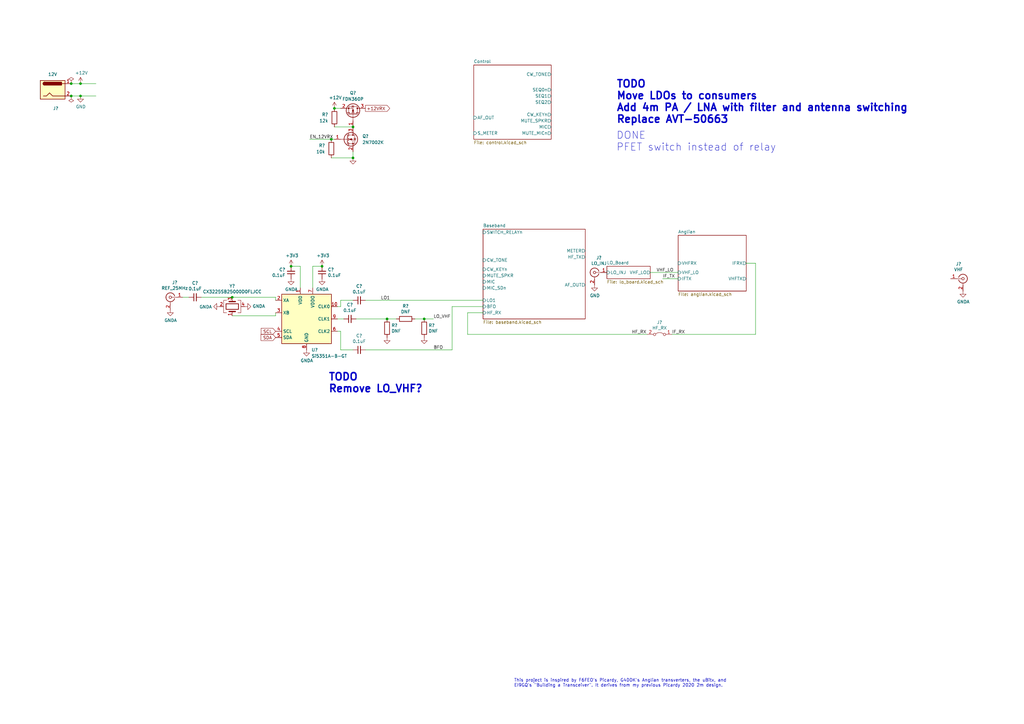
<source format=kicad_sch>
(kicad_sch (version 20211123) (generator eeschema)

  (uuid 7c83c304-769a-4be4-890e-297aba22b5b9)

  (paper "A3")

  (title_block
    (title "DART-70 TRX")
    (date "2023-01-15")
    (rev "0")
    (company "HB9EGM")
    (comment 1 "A 4m Band SSB/CW Transceiver")
  )

  

  (junction (at 191.77 -24.13) (diameter 0) (color 0 0 0 0)
    (uuid 0152b359-efb4-4746-8f92-d55aafcbed75)
  )
  (junction (at 135.89 57.15) (diameter 0) (color 0 0 0 0)
    (uuid 050a0919-5837-48a9-ba62-66cd121b1adf)
  )
  (junction (at 177.8 -29.21) (diameter 0) (color 0 0 0 0)
    (uuid 0757afa3-c7b9-46d4-ab18-34655039a8b1)
  )
  (junction (at 29.21 34.29) (diameter 0) (color 0 0 0 0)
    (uuid 0a082e3d-5a37-45bf-9936-1925b33d6b4f)
  )
  (junction (at 158.75 130.81) (diameter 0) (color 0 0 0 0)
    (uuid 11ea7b85-b26d-4a7d-aaed-956352284452)
  )
  (junction (at 33.02 39.37) (diameter 0) (color 0 0 0 0)
    (uuid 1484c051-867b-42a2-ab15-344bd0f662a5)
  )
  (junction (at 33.02 34.29) (diameter 0) (color 0 0 0 0)
    (uuid 1fa90692-7773-42d6-8ba8-8ed55432226b)
  )
  (junction (at 144.78 52.07) (diameter 0) (color 0 0 0 0)
    (uuid 1fce03f8-9621-4b63-8c51-5d42538b963f)
  )
  (junction (at 191.77 -13.97) (diameter 0) (color 0 0 0 0)
    (uuid 24cf2881-22c9-4bae-ba47-4bf6b6501332)
  )
  (junction (at 168.91 -87.63) (diameter 0) (color 0 0 0 0)
    (uuid 2a82a1ff-6379-4dc8-85a2-c296e53b3c97)
  )
  (junction (at 29.21 39.37) (diameter 0) (color 0 0 0 0)
    (uuid 2bb5e7ab-7e6e-4e4b-8997-824caea277e9)
  )
  (junction (at 143.51 -87.63) (diameter 0) (color 0 0 0 0)
    (uuid 2c7f1c64-f9a5-4278-962d-70ce306e782a)
  )
  (junction (at 144.78 64.77) (diameter 0) (color 0 0 0 0)
    (uuid 2e5f9e9a-0d2d-440e-8565-00a589a89b92)
  )
  (junction (at 157.48 -80.01) (diameter 0) (color 0 0 0 0)
    (uuid 39a31ec9-a400-44b5-b359-93f1003239de)
  )
  (junction (at 119.38 109.22) (diameter 0) (color 0 0 0 0)
    (uuid 3c03082b-2981-4df2-bc33-6ce03d4158b2)
  )
  (junction (at 132.08 109.22) (diameter 0) (color 0 0 0 0)
    (uuid 4049e650-6035-45af-a547-48a992b127be)
  )
  (junction (at 157.48 -106.68) (diameter 0) (color 0 0 0 0)
    (uuid 5ccbc6d5-2d59-4ef4-84ee-d71fee173b87)
  )
  (junction (at 96.52 -80.01) (diameter 0) (color 0 0 0 0)
    (uuid 7a908d51-c916-43aa-8fdb-2e4bdec6c043)
  )
  (junction (at 179.07 -114.3) (diameter 0) (color 0 0 0 0)
    (uuid 942f9d1f-8f86-40bf-a879-7fae321b60d5)
  )
  (junction (at 143.51 -114.3) (diameter 0) (color 0 0 0 0)
    (uuid a65f4a45-db93-4c70-8984-fd705e3b594b)
  )
  (junction (at 173.99 130.81) (diameter 0) (color 0 0 0 0)
    (uuid a9fed849-c0d2-45ff-802c-7da3e4c52c0a)
  )
  (junction (at 173.99 -45.72) (diameter 0) (color 0 0 0 0)
    (uuid ae1a40c3-8b72-46ce-b51f-f66ab23f0401)
  )
  (junction (at 158.75 -36.83) (diameter 0) (color 0 0 0 0)
    (uuid cf54eac6-4e22-42ca-9fa6-d7f7535b6530)
  )
  (junction (at 177.8 -64.77) (diameter 0) (color 0 0 0 0)
    (uuid dc520be7-881a-4735-9002-cdc0b833e252)
  )
  (junction (at 177.8 -19.05) (diameter 0) (color 0 0 0 0)
    (uuid e4c71d8a-072b-43af-bb3d-19949410773e)
  )
  (junction (at 167.64 -57.15) (diameter 0) (color 0 0 0 0)
    (uuid eab8e06d-9f8a-4cc4-98b1-c84befd02f61)
  )
  (junction (at 128.27 -87.63) (diameter 0) (color 0 0 0 0)
    (uuid ecdaea63-a376-4f95-9840-988172e021e0)
  )
  (junction (at 137.16 44.45) (diameter 0) (color 0 0 0 0)
    (uuid efbe2c55-0cfe-4f3b-aef8-43e83d2ab09e)
  )
  (junction (at 167.64 -114.3) (diameter 0) (color 0 0 0 0)
    (uuid f6c908cf-691d-4519-9222-9c3bcee5f95f)
  )
  (junction (at 95.25 121.92) (diameter 0) (color 0 0 0 0)
    (uuid f8c9e2c3-818f-482b-ad48-f9fb56a455b0)
  )

  (wire (pts (xy 29.21 39.37) (xy 33.02 39.37))
    (stroke (width 0) (type default) (color 0 0 0 0))
    (uuid 002154dd-fd21-426e-8f51-d82382197384)
  )
  (wire (pts (xy 83.82 -80.01) (xy 96.52 -80.01))
    (stroke (width 0) (type default) (color 0 0 0 0))
    (uuid 02b52dff-2945-47f9-b8fd-a704fc1af2fd)
  )
  (wire (pts (xy 144.78 64.77) (xy 144.78 62.23))
    (stroke (width 0) (type default) (color 0 0 0 0))
    (uuid 04c71abb-1067-41ab-b8a0-04858f4022cf)
  )
  (wire (pts (xy 139.7 125.73) (xy 138.43 125.73))
    (stroke (width 0) (type default) (color 0 0 0 0))
    (uuid 05f6334e-7131-4999-b788-1681af60d6df)
  )
  (wire (pts (xy 143.51 -115.57) (xy 143.51 -114.3))
    (stroke (width 0) (type default) (color 0 0 0 0))
    (uuid 06af38f1-883a-44f6-a89a-99fd96a6714e)
  )
  (wire (pts (xy 194.31 -13.97) (xy 191.77 -13.97))
    (stroke (width 0) (type default) (color 0 0 0 0))
    (uuid 0ddf1d64-9780-4d45-bbe9-e1ef7d2537e3)
  )
  (wire (pts (xy 173.99 -45.72) (xy 170.18 -45.72))
    (stroke (width 0) (type default) (color 0 0 0 0))
    (uuid 1027526d-9981-4041-9e9b-7c2a66061466)
  )
  (wire (pts (xy 143.51 -80.01) (xy 157.48 -80.01))
    (stroke (width 0) (type default) (color 0 0 0 0))
    (uuid 10a53b69-5daf-4f51-9ff5-6e4c3df66683)
  )
  (wire (pts (xy 149.86 123.19) (xy 198.12 123.19))
    (stroke (width 0) (type default) (color 0 0 0 0))
    (uuid 1191af19-dd21-435c-962e-d45775056556)
  )
  (wire (pts (xy 162.56 -45.72) (xy 158.75 -45.72))
    (stroke (width 0) (type default) (color 0 0 0 0))
    (uuid 141df3ac-0b03-40e1-a2cc-eb98174af7ef)
  )
  (wire (pts (xy 177.8 -87.63) (xy 168.91 -87.63))
    (stroke (width 0) (type default) (color 0 0 0 0))
    (uuid 15971cb2-b8fb-46e7-a3a2-968759294225)
  )
  (wire (pts (xy 266.7 111.76) (xy 278.13 111.76))
    (stroke (width 0) (type default) (color 0 0 0 0))
    (uuid 16d650b6-9ff4-4a97-bbf7-5da504a0440c)
  )
  (wire (pts (xy 158.75 -45.72) (xy 158.75 -36.83))
    (stroke (width 0) (type default) (color 0 0 0 0))
    (uuid 17173695-2043-4565-af3d-54fde6f23867)
  )
  (wire (pts (xy 275.59 137.16) (xy 309.88 137.16))
    (stroke (width 0) (type default) (color 0 0 0 0))
    (uuid 1c1df546-e0b8-4938-af9a-11a2d54628f4)
  )
  (wire (pts (xy 306.07 107.95) (xy 309.88 107.95))
    (stroke (width 0) (type default) (color 0 0 0 0))
    (uuid 1cb9b8d4-2927-4719-a3be-e6664e0d1c37)
  )
  (wire (pts (xy 173.99 -36.83) (xy 173.99 -45.72))
    (stroke (width 0) (type default) (color 0 0 0 0))
    (uuid 20eb0878-92ed-4715-9bf2-99507d350dbd)
  )
  (wire (pts (xy 137.16 52.07) (xy 144.78 52.07))
    (stroke (width 0) (type default) (color 0 0 0 0))
    (uuid 26d40c54-74c0-4b13-8d36-291349e7e754)
  )
  (wire (pts (xy 191.77 -24.13) (xy 173.99 -24.13))
    (stroke (width 0) (type default) (color 0 0 0 0))
    (uuid 2a561ed9-b296-4e6a-a0dd-6002fa7fffdc)
  )
  (wire (pts (xy 138.43 130.81) (xy 140.97 130.81))
    (stroke (width 0) (type default) (color 0 0 0 0))
    (uuid 2a86319a-5a94-4745-ad80-6b5c02f72e82)
  )
  (wire (pts (xy 156.21 -36.83) (xy 158.75 -36.83))
    (stroke (width 0) (type default) (color 0 0 0 0))
    (uuid 2fb14d37-de49-4570-be15-220be096d7ff)
  )
  (wire (pts (xy 129.54 -114.3) (xy 120.65 -114.3))
    (stroke (width 0) (type default) (color 0 0 0 0))
    (uuid 3a72cbb6-ed48-4873-a1ab-9060b7a6f5a8)
  )
  (wire (pts (xy 167.64 -114.3) (xy 179.07 -114.3))
    (stroke (width 0) (type default) (color 0 0 0 0))
    (uuid 3f224f8c-5edb-417f-bde3-b03206a61109)
  )
  (wire (pts (xy 173.99 -29.21) (xy 177.8 -29.21))
    (stroke (width 0) (type default) (color 0 0 0 0))
    (uuid 3fa4ef37-d629-4ed6-8678-6d22f0acc54c)
  )
  (wire (pts (xy 165.1 -114.3) (xy 167.64 -114.3))
    (stroke (width 0) (type default) (color 0 0 0 0))
    (uuid 4c44a443-f3f9-4785-a482-74fc7652be8f)
  )
  (wire (pts (xy 33.02 39.37) (xy 39.37 39.37))
    (stroke (width 0) (type default) (color 0 0 0 0))
    (uuid 582ca415-c739-49c6-b2b7-df45a98331ed)
  )
  (wire (pts (xy 149.86 143.51) (xy 185.42 143.51))
    (stroke (width 0) (type default) (color 0 0 0 0))
    (uuid 5d903b1c-4e78-4db1-8b53-a464164d2e04)
  )
  (wire (pts (xy 135.89 64.77) (xy 144.78 64.77))
    (stroke (width 0) (type default) (color 0 0 0 0))
    (uuid 60b4763b-e726-4a27-83a4-5caf344a9f36)
  )
  (wire (pts (xy 185.42 125.73) (xy 185.42 143.51))
    (stroke (width 0) (type default) (color 0 0 0 0))
    (uuid 619d38b3-854d-4d48-abf2-cb1aa62b4054)
  )
  (wire (pts (xy 309.88 137.16) (xy 309.88 107.95))
    (stroke (width 0) (type default) (color 0 0 0 0))
    (uuid 64394dfa-e31e-44bd-aa2a-6740b72c9446)
  )
  (wire (pts (xy 33.02 34.29) (xy 39.37 34.29))
    (stroke (width 0) (type default) (color 0 0 0 0))
    (uuid 6465c817-6f2e-4e62-ac9d-f9a1d93df9e1)
  )
  (wire (pts (xy 144.78 123.19) (xy 139.7 123.19))
    (stroke (width 0) (type default) (color 0 0 0 0))
    (uuid 64e90390-0f4c-4cc1-bafa-363ce23516e9)
  )
  (wire (pts (xy 139.7 143.51) (xy 139.7 135.89))
    (stroke (width 0) (type default) (color 0 0 0 0))
    (uuid 65dd0601-a23d-4c5d-b924-966fc498cbfc)
  )
  (wire (pts (xy 165.1 -57.15) (xy 167.64 -57.15))
    (stroke (width 0) (type default) (color 0 0 0 0))
    (uuid 679e7359-1f41-4157-820d-71e9fa92b9e8)
  )
  (wire (pts (xy 139.7 135.89) (xy 138.43 135.89))
    (stroke (width 0) (type default) (color 0 0 0 0))
    (uuid 699bee8c-8bc3-4aa6-b4ed-0aa4d255078a)
  )
  (wire (pts (xy 157.48 -80.01) (xy 168.91 -80.01))
    (stroke (width 0) (type default) (color 0 0 0 0))
    (uuid 6ad5d975-1071-4545-b887-d1d4665af950)
  )
  (wire (pts (xy 128.27 109.22) (xy 128.27 118.11))
    (stroke (width 0) (type default) (color 0 0 0 0))
    (uuid 6b09c60c-c53b-47dd-b8b8-94f682cd2086)
  )
  (wire (pts (xy 177.8 -29.21) (xy 180.34 -29.21))
    (stroke (width 0) (type default) (color 0 0 0 0))
    (uuid 6ff35c52-f80d-4be2-993f-5faaf533a8b1)
  )
  (wire (pts (xy 194.31 -24.13) (xy 191.77 -24.13))
    (stroke (width 0) (type default) (color 0 0 0 0))
    (uuid 77b9c30c-9aa4-44bc-be4c-6cd8ec0bcef5)
  )
  (wire (pts (xy 177.8 -45.72) (xy 173.99 -45.72))
    (stroke (width 0) (type default) (color 0 0 0 0))
    (uuid 78222957-541d-4b7c-b031-c5c616b778fa)
  )
  (wire (pts (xy 139.7 44.45) (xy 137.16 44.45))
    (stroke (width 0) (type default) (color 0 0 0 0))
    (uuid 7d36ebe7-a4ce-43d0-8905-3520d15998b6)
  )
  (wire (pts (xy 146.05 130.81) (xy 158.75 130.81))
    (stroke (width 0) (type default) (color 0 0 0 0))
    (uuid 7d4200e5-e280-4699-af56-048ba84247d3)
  )
  (wire (pts (xy 191.77 128.27) (xy 198.12 128.27))
    (stroke (width 0) (type default) (color 0 0 0 0))
    (uuid 800078c6-f565-49c3-8847-60b62eccc839)
  )
  (wire (pts (xy 191.77 137.16) (xy 191.77 128.27))
    (stroke (width 0) (type default) (color 0 0 0 0))
    (uuid 808cff27-48b2-4c62-99f5-955bac687df2)
  )
  (wire (pts (xy 173.99 -19.05) (xy 177.8 -19.05))
    (stroke (width 0) (type default) (color 0 0 0 0))
    (uuid 8396b690-3bab-4fa7-9e71-06ce2998ca0e)
  )
  (wire (pts (xy 144.78 143.51) (xy 139.7 143.51))
    (stroke (width 0) (type default) (color 0 0 0 0))
    (uuid 8e0abe23-8e7e-48a9-af11-f26197bd8fbf)
  )
  (wire (pts (xy 149.86 -87.63) (xy 143.51 -87.63))
    (stroke (width 0) (type default) (color 0 0 0 0))
    (uuid 9c26961f-31bf-4468-a505-7bf3ce1326e2)
  )
  (wire (pts (xy 132.08 109.22) (xy 128.27 109.22))
    (stroke (width 0) (type default) (color 0 0 0 0))
    (uuid 9d3a7a2b-8bae-4d82-8634-16a99f57e389)
  )
  (wire (pts (xy 179.07 -114.3) (xy 180.34 -114.3))
    (stroke (width 0) (type default) (color 0 0 0 0))
    (uuid 9d964fff-c6ce-4572-bd3b-8c5c1f90ca18)
  )
  (wire (pts (xy 177.8 -62.23) (xy 177.8 -64.77))
    (stroke (width 0) (type default) (color 0 0 0 0))
    (uuid 9f18b194-8748-47f0-aebf-8655660f6ba3)
  )
  (wire (pts (xy 177.8 -64.77) (xy 167.64 -64.77))
    (stroke (width 0) (type default) (color 0 0 0 0))
    (uuid a64d0ff6-4671-4b63-946a-c6b60f6772e2)
  )
  (wire (pts (xy 265.43 137.16) (xy 191.77 137.16))
    (stroke (width 0) (type default) (color 0 0 0 0))
    (uuid aea703c8-468d-47d5-890b-64da1aa9b8aa)
  )
  (wire (pts (xy 143.51 -114.3) (xy 149.86 -114.3))
    (stroke (width 0) (type default) (color 0 0 0 0))
    (uuid af917a50-6673-4014-9d66-c9dae0c4a99c)
  )
  (wire (pts (xy 135.89 57.15) (xy 137.16 57.15))
    (stroke (width 0) (type default) (color 0 0 0 0))
    (uuid b157820b-3953-442b-831b-a00393a02265)
  )
  (wire (pts (xy 177.8 -19.05) (xy 180.34 -19.05))
    (stroke (width 0) (type default) (color 0 0 0 0))
    (uuid bbc32856-07eb-4eaa-a774-dd368aed1682)
  )
  (wire (pts (xy 185.42 125.73) (xy 198.12 125.73))
    (stroke (width 0) (type default) (color 0 0 0 0))
    (uuid bbcbb418-4a5a-4344-a8f0-6ee0471c05a0)
  )
  (wire (pts (xy 139.7 123.19) (xy 139.7 125.73))
    (stroke (width 0) (type default) (color 0 0 0 0))
    (uuid bcb20d96-4c0e-4c98-a263-0cdd41ab15e5)
  )
  (wire (pts (xy 123.19 109.22) (xy 123.19 118.11))
    (stroke (width 0) (type default) (color 0 0 0 0))
    (uuid c24d03f2-5bff-4d74-88e5-481cd2f1e035)
  )
  (wire (pts (xy 96.52 -80.01) (xy 100.33 -80.01))
    (stroke (width 0) (type default) (color 0 0 0 0))
    (uuid c2804cd9-3e42-4d67-ad5f-046296241a38)
  )
  (wire (pts (xy 177.8 130.81) (xy 173.99 130.81))
    (stroke (width 0) (type default) (color 0 0 0 0))
    (uuid c48e879f-0b64-4f86-a8cf-003dbff29c4e)
  )
  (wire (pts (xy 143.51 -114.3) (xy 139.7 -114.3))
    (stroke (width 0) (type default) (color 0 0 0 0))
    (uuid cab484aa-4427-4707-8230-d7aa22712898)
  )
  (wire (pts (xy 162.56 130.81) (xy 158.75 130.81))
    (stroke (width 0) (type default) (color 0 0 0 0))
    (uuid cbbfb5e5-7e85-4367-b6a7-9b21fc6d9e17)
  )
  (wire (pts (xy 95.25 129.54) (xy 113.03 129.54))
    (stroke (width 0) (type default) (color 0 0 0 0))
    (uuid cc89f37d-2221-4ee8-a763-21432c733f93)
  )
  (wire (pts (xy 157.48 -106.68) (xy 167.64 -106.68))
    (stroke (width 0) (type default) (color 0 0 0 0))
    (uuid ce9c040a-06d7-4e4d-9331-873ef5174bdb)
  )
  (wire (pts (xy 119.38 109.22) (xy 123.19 109.22))
    (stroke (width 0) (type default) (color 0 0 0 0))
    (uuid ceb52c7a-a12c-449a-be98-109b3a3bd409)
  )
  (wire (pts (xy 143.51 -106.68) (xy 157.48 -106.68))
    (stroke (width 0) (type default) (color 0 0 0 0))
    (uuid d09b49ad-6b80-46a1-b4ea-a3cd3571f520)
  )
  (wire (pts (xy 29.21 34.29) (xy 33.02 34.29))
    (stroke (width 0) (type default) (color 0 0 0 0))
    (uuid d18620ef-44b4-47e8-b939-bb0398e91c85)
  )
  (wire (pts (xy 113.03 121.92) (xy 113.03 123.19))
    (stroke (width 0) (type default) (color 0 0 0 0))
    (uuid d51dda35-7a1a-4d41-817a-7bb1f7f6ffd4)
  )
  (wire (pts (xy 191.77 -13.97) (xy 173.99 -13.97))
    (stroke (width 0) (type default) (color 0 0 0 0))
    (uuid d9024b8b-b5ea-4176-a1e8-f745f68e348b)
  )
  (wire (pts (xy 165.1 -87.63) (xy 168.91 -87.63))
    (stroke (width 0) (type default) (color 0 0 0 0))
    (uuid df18dffd-7044-432f-877d-00c9ceeea8eb)
  )
  (wire (pts (xy 271.78 114.3) (xy 278.13 114.3))
    (stroke (width 0) (type default) (color 0 0 0 0))
    (uuid e8041e79-64e0-42dc-9c18-1cdcb2c92f8f)
  )
  (wire (pts (xy 177.8 -52.07) (xy 177.8 -45.72))
    (stroke (width 0) (type default) (color 0 0 0 0))
    (uuid e95411a5-cb15-4bfe-9998-b0239dde6f5e)
  )
  (wire (pts (xy 173.99 130.81) (xy 170.18 130.81))
    (stroke (width 0) (type default) (color 0 0 0 0))
    (uuid ea6f4611-7eac-4b21-b232-fff65a738b95)
  )
  (wire (pts (xy 82.55 121.92) (xy 95.25 121.92))
    (stroke (width 0) (type default) (color 0 0 0 0))
    (uuid ea97e745-2bac-4983-a78b-499e0f8d7b6d)
  )
  (wire (pts (xy 120.65 -87.63) (xy 128.27 -87.63))
    (stroke (width 0) (type default) (color 0 0 0 0))
    (uuid eb387805-83e7-45cd-9adf-945daff4e9b2)
  )
  (wire (pts (xy 128.27 -87.63) (xy 143.51 -87.63))
    (stroke (width 0) (type default) (color 0 0 0 0))
    (uuid ed33b812-51f4-4de8-adeb-89c4b286dfbe)
  )
  (wire (pts (xy 127 57.15) (xy 135.89 57.15))
    (stroke (width 0) (type default) (color 0 0 0 0))
    (uuid f153c46f-cb94-4af5-9036-c82477e0bf89)
  )
  (wire (pts (xy 77.47 121.92) (xy 74.93 121.92))
    (stroke (width 0) (type default) (color 0 0 0 0))
    (uuid f38fd353-54b3-403a-9387-7ff36888e6a9)
  )
  (wire (pts (xy 95.25 121.92) (xy 113.03 121.92))
    (stroke (width 0) (type default) (color 0 0 0 0))
    (uuid f7008c47-327e-4961-9c20-bbaf09b0d636)
  )
  (wire (pts (xy 113.03 129.54) (xy 113.03 128.27))
    (stroke (width 0) (type default) (color 0 0 0 0))
    (uuid f841e691-04bf-4057-bcb4-476ba3910c05)
  )
  (wire (pts (xy 120.65 -114.3) (xy 120.65 -87.63))
    (stroke (width 0) (type default) (color 0 0 0 0))
    (uuid fb618564-3c86-42d6-a078-20c05d7578d4)
  )
  (wire (pts (xy 170.18 -57.15) (xy 167.64 -57.15))
    (stroke (width 0) (type default) (color 0 0 0 0))
    (uuid ff109602-9cbf-44b4-9f41-7af8b1629863)
  )

  (text "DONE\nPFET switch instead of relay" (at 252.73 62.23 0)
    (effects (font (size 3 3)) (justify left bottom))
    (uuid 4875a109-b5a5-4c66-bceb-22c84659843a)
  )
  (text "TODO\nMove LDOs to consumers\nAdd 4m PA / LNA with filter and antenna switching\nReplace AVT-50663"
    (at 252.73 50.8 0)
    (effects (font (size 3 3) bold) (justify left bottom))
    (uuid bb2e7fd8-c90d-4499-afb3-dd966ff449a9)
  )
  (text "This project is inspired by F6FEO's Picardy, G4DDK's Anglian transverters, the uBitx, and\nEI9GQ's \"Building a Transceiver\". It derives from my previous Picardy 2020 2m design."
    (at 210.82 281.94 0)
    (effects (font (size 1.27 1.27)) (justify left bottom))
    (uuid cc99dfff-7e1c-41c9-90b0-50846ceea0a1)
  )
  (text "TODO\nRemove LO_VHF?" (at 134.62 161.29 0)
    (effects (font (size 3 3) (thickness 0.6) bold) (justify left bottom))
    (uuid ec42bbb7-00ad-45ed-b87f-2d3e85dc0756)
  )

  (label "LO_VHF" (at 177.8 130.81 0)
    (effects (font (size 1.27 1.27)) (justify left bottom))
    (uuid 37559495-9dfc-4a54-80ee-fad84f20dc2a)
  )
  (label "IF_TX" (at 271.78 114.3 0)
    (effects (font (size 1.27 1.27)) (justify left bottom))
    (uuid 5e96c9dc-ed42-4301-8cfa-b8b1c20a3dd6)
  )
  (label "+8V" (at 158.75 -26.67 180)
    (effects (font (size 1.27 1.27)) (justify right bottom))
    (uuid 71b17479-6c39-4753-b20d-a825c2451b12)
  )
  (label "EN_12VRX" (at 127 57.15 0)
    (effects (font (size 1.27 1.27)) (justify left bottom))
    (uuid 791d546b-1921-4c13-bb23-a9d44e0c7935)
  )
  (label "+5V" (at 168.91 -114.3 0)
    (effects (font (size 1.27 1.27)) (justify left bottom))
    (uuid 847ad768-7d29-4960-ab63-13380c74b09a)
  )
  (label "VHF_LO" (at 269.24 111.76 0)
    (effects (font (size 1.27 1.27)) (justify left bottom))
    (uuid 8c29f5ca-49c7-4f16-ac34-557eb034e274)
  )
  (label "HF_RX" (at 259.08 137.16 0)
    (effects (font (size 1.27 1.27)) (justify left bottom))
    (uuid 99e1a020-d6ac-49ff-9b1f-b629705ce0c7)
  )
  (label "LO1" (at 156.21 123.19 0)
    (effects (font (size 1.27 1.27)) (justify left bottom))
    (uuid b1685444-7ed2-49f0-840b-5ade5d456940)
  )
  (label "IF_RX" (at 275.59 137.16 0)
    (effects (font (size 1.27 1.27)) (justify left bottom))
    (uuid ba916ec2-374d-448c-88be-e317fba10eb9)
  )
  (label "+8V" (at 96.52 -80.01 180)
    (effects (font (size 1.27 1.27)) (justify right bottom))
    (uuid ccb112fb-238f-470d-98ee-5268983c8063)
  )
  (label "+5V" (at 158.75 -16.51 180)
    (effects (font (size 1.27 1.27)) (justify right bottom))
    (uuid db1512d6-86ff-4ba1-93b7-50fbe567100d)
  )
  (label "BFO" (at 177.8 143.51 0)
    (effects (font (size 1.27 1.27)) (justify left bottom))
    (uuid e316d376-2303-43ce-9137-3f0af976260d)
  )

  (global_label "+12VRX" (shape output) (at 149.86 44.45 0) (fields_autoplaced)
    (effects (font (size 1.27 1.27)) (justify left))
    (uuid 00ef3d03-4f1e-4f91-bd17-7bb0338f265a)
    (property "Intersheet References" "${INTERSHEET_REFS}" (id 0) (at 159.8326 44.3706 0)
      (effects (font (size 1.27 1.27)) (justify left) hide)
    )
  )
  (global_label "+8VRX" (shape output) (at 180.34 -29.21 0) (fields_autoplaced)
    (effects (font (size 1.27 1.27)) (justify left))
    (uuid 3417c179-abc1-4445-8bc4-05a59807c76e)
    (property "Intersheet References" "${INTERSHEET_REFS}" (id 0) (at -48.26 -134.62 0)
      (effects (font (size 1.27 1.27)) hide)
    )
  )
  (global_label "+5VRX" (shape output) (at 180.34 -19.05 0) (fields_autoplaced)
    (effects (font (size 1.27 1.27)) (justify left))
    (uuid 4b9d4d77-0d85-4888-ab24-4d18c007dda5)
    (property "Intersheet References" "${INTERSHEET_REFS}" (id 0) (at -48.26 -134.62 0)
      (effects (font (size 1.27 1.27)) hide)
    )
  )
  (global_label "SDA" (shape input) (at 113.03 138.43 180) (fields_autoplaced)
    (effects (font (size 1.27 1.27)) (justify right))
    (uuid 7b27748e-95b6-4e72-a559-44948dc7382e)
    (property "Intersheet References" "${INTERSHEET_REFS}" (id 0) (at -92.71 86.36 0)
      (effects (font (size 1.27 1.27)) hide)
    )
  )
  (global_label "+8VTX" (shape output) (at 194.31 -24.13 0) (fields_autoplaced)
    (effects (font (size 1.27 1.27)) (justify left))
    (uuid 844ba300-8900-4c41-ad3f-38f6b29543c7)
    (property "Intersheet References" "${INTERSHEET_REFS}" (id 0) (at -48.26 -134.62 0)
      (effects (font (size 1.27 1.27)) hide)
    )
  )
  (global_label "+8V" (shape output) (at 100.33 -80.01 0) (fields_autoplaced)
    (effects (font (size 1.27 1.27)) (justify left))
    (uuid 934215ee-f64c-4f2e-aab1-091430a300e6)
    (property "Intersheet References" "${INTERSHEET_REFS}" (id 0) (at -72.39 -142.24 0)
      (effects (font (size 1.27 1.27)) hide)
    )
  )
  (global_label "SCL" (shape input) (at 113.03 135.89 180) (fields_autoplaced)
    (effects (font (size 1.27 1.27)) (justify right))
    (uuid c9ecb380-e98f-45c6-b8cb-94efe9240021)
    (property "Intersheet References" "${INTERSHEET_REFS}" (id 0) (at -92.71 86.36 0)
      (effects (font (size 1.27 1.27)) hide)
    )
  )
  (global_label "+5VTX" (shape output) (at 194.31 -13.97 0) (fields_autoplaced)
    (effects (font (size 1.27 1.27)) (justify left))
    (uuid e3ebd44c-7a2f-46b8-928c-cac56d9f0924)
    (property "Intersheet References" "${INTERSHEET_REFS}" (id 0) (at -48.26 -134.62 0)
      (effects (font (size 1.27 1.27)) hide)
    )
  )
  (global_label "+5VA" (shape output) (at 180.34 -114.3 0) (fields_autoplaced)
    (effects (font (size 1.27 1.27)) (justify left))
    (uuid e688df6a-f431-4470-a769-ff40b4f3b005)
    (property "Intersheet References" "${INTERSHEET_REFS}" (id 0) (at -48.26 -134.62 0)
      (effects (font (size 1.27 1.27)) hide)
    )
  )

  (hierarchical_label "SWITCH_5V_8V_TXn" (shape input) (at 149.86 -57.15 180)
    (effects (font (size 1.27 1.27)) (justify right))
    (uuid f9d59956-b4fc-4978-be04-3901b5e6face)
  )

  (symbol (lib_id "Diode:1N4148W") (at 166.37 -45.72 180) (unit 1)
    (in_bom yes) (on_board yes)
    (uuid 023c7d59-e0da-44fc-98f8-8b5141ecf6ca)
    (property "Reference" "D?" (id 0) (at 166.37 -51.2318 0))
    (property "Value" "1N4148W" (id 1) (at 166.37 -48.9204 0))
    (property "Footprint" "Diode_SMD:D_SOD-123F" (id 2) (at 166.37 -50.165 0)
      (effects (font (size 1.27 1.27)) hide)
    )
    (property "Datasheet" "https://www.vishay.com/docs/85748/1n4148w.pdf" (id 3) (at 166.37 -45.72 0)
      (effects (font (size 1.27 1.27)) hide)
    )
    (property "MPN" "1N4148W" (id 4) (at 166.37 -45.72 0)
      (effects (font (size 1.27 1.27)) hide)
    )
    (property "Need_order" "" (id 5) (at 166.37 -45.72 0)
      (effects (font (size 1.27 1.27)) hide)
    )
    (pin "1" (uuid 79f54e10-404a-4de1-bd69-17d4636a35a2))
    (pin "2" (uuid 3905c18b-1d10-4d37-9e0c-05d99347c5da))
  )

  (symbol (lib_id "Device:CP1") (at 143.51 -83.82 0) (unit 1)
    (in_bom yes) (on_board yes)
    (uuid 0734ca7d-8556-4a5a-84a1-7f874459d45f)
    (property "Reference" "C?" (id 0) (at 146.431 -84.9884 0)
      (effects (font (size 1.27 1.27)) (justify left))
    )
    (property "Value" "10uF" (id 1) (at 146.431 -82.677 0)
      (effects (font (size 1.27 1.27)) (justify left))
    )
    (property "Footprint" "Capacitor_SMD:C_1210_3225Metric_Pad1.42x2.65mm_HandSolder" (id 2) (at 143.51 -83.82 0)
      (effects (font (size 1.27 1.27)) hide)
    )
    (property "Datasheet" "~" (id 3) (at 143.51 -83.82 0)
      (effects (font (size 1.27 1.27)) hide)
    )
    (property "MPN" "stash X7R" (id 4) (at 143.51 -83.82 0)
      (effects (font (size 1.27 1.27)) hide)
    )
    (property "Need_order" "" (id 5) (at 143.51 -83.82 0)
      (effects (font (size 1.27 1.27)) hide)
    )
    (pin "1" (uuid 0d172246-3e33-4ad1-b632-16b4dfeb7582))
    (pin "2" (uuid 34e51d6d-7e17-4625-aec8-d97328026018))
  )

  (symbol (lib_id "Device:CP1") (at 83.82 -76.2 0) (unit 1)
    (in_bom yes) (on_board yes)
    (uuid 07d93d30-1807-419c-ab93-f9c56b415b45)
    (property "Reference" "C?" (id 0) (at 86.741 -77.3684 0)
      (effects (font (size 1.27 1.27)) (justify left))
    )
    (property "Value" "22uF" (id 1) (at 86.741 -75.057 0)
      (effects (font (size 1.27 1.27)) (justify left))
    )
    (property "Footprint" "Capacitor_SMD:C_1210_3225Metric_Pad1.42x2.65mm_HandSolder" (id 2) (at 83.82 -76.2 0)
      (effects (font (size 1.27 1.27)) hide)
    )
    (property "Datasheet" "~" (id 3) (at 83.82 -76.2 0)
      (effects (font (size 1.27 1.27)) hide)
    )
    (property "MPN" "stash tantalum" (id 4) (at 83.82 -76.2 0)
      (effects (font (size 1.27 1.27)) hide)
    )
    (property "Need_order" "" (id 5) (at 83.82 -76.2 0)
      (effects (font (size 1.27 1.27)) hide)
    )
    (property "OriginalValue" "" (id 6) (at 83.82 -76.2 0)
      (effects (font (size 1.27 1.27)) hide)
    )
    (pin "1" (uuid 02807341-1b46-43ae-96b0-78e2f6241af5))
    (pin "2" (uuid 98003322-24ed-44b2-bbfc-a612e4401c51))
  )

  (symbol (lib_id "power:+3.3V") (at 132.08 109.22 0) (unit 1)
    (in_bom yes) (on_board yes)
    (uuid 0a66f684-42c8-4454-8b00-30b8c4ea5d56)
    (property "Reference" "#PWR?" (id 0) (at 132.08 113.03 0)
      (effects (font (size 1.27 1.27)) hide)
    )
    (property "Value" "+3.3V" (id 1) (at 132.461 104.8258 0))
    (property "Footprint" "" (id 2) (at 132.08 109.22 0)
      (effects (font (size 1.27 1.27)) hide)
    )
    (property "Datasheet" "" (id 3) (at 132.08 109.22 0)
      (effects (font (size 1.27 1.27)) hide)
    )
    (pin "1" (uuid 2b1c22a2-3bee-4d20-b723-68da98a1fc64))
  )

  (symbol (lib_id "power:GNDA") (at 144.78 64.77 0) (unit 1)
    (in_bom yes) (on_board yes)
    (uuid 0bd5cb94-7c80-46f1-9a73-5178a81ddaed)
    (property "Reference" "#PWR?" (id 0) (at 144.78 71.12 0)
      (effects (font (size 1.27 1.27)) hide)
    )
    (property "Value" "GNDA" (id 1) (at 144.907 67.9958 90)
      (effects (font (size 1.27 1.27)) (justify right) hide)
    )
    (property "Footprint" "" (id 2) (at 144.78 64.77 0)
      (effects (font (size 1.27 1.27)) hide)
    )
    (property "Datasheet" "" (id 3) (at 144.78 64.77 0)
      (effects (font (size 1.27 1.27)) hide)
    )
    (pin "1" (uuid 90167531-fb13-458d-9535-624dfc2e397f))
  )

  (symbol (lib_id "Device:R") (at 167.64 -60.96 0) (unit 1)
    (in_bom yes) (on_board yes)
    (uuid 134dd1ad-afc9-4161-b3c6-831b9caf39cb)
    (property "Reference" "R?" (id 0) (at 169.418 -62.1284 0)
      (effects (font (size 1.27 1.27)) (justify left))
    )
    (property "Value" "4k7" (id 1) (at 169.418 -59.817 0)
      (effects (font (size 1.27 1.27)) (justify left))
    )
    (property "Footprint" "Resistor_SMD:R_0603_1608Metric_Pad1.05x0.95mm_HandSolder" (id 2) (at 165.862 -60.96 90)
      (effects (font (size 1.27 1.27)) hide)
    )
    (property "Datasheet" "~" (id 3) (at 167.64 -60.96 0)
      (effects (font (size 1.27 1.27)) hide)
    )
    (property "Need_order" "" (id 4) (at 167.64 -60.96 0)
      (effects (font (size 1.27 1.27)) hide)
    )
    (pin "1" (uuid 11d8872f-1b38-4916-a5b3-713e58624bf6))
    (pin "2" (uuid bc5a49fd-eaea-4523-b32f-2afe4b8ecbd5))
  )

  (symbol (lib_id "power:GNDA") (at 125.73 143.51 0) (unit 1)
    (in_bom yes) (on_board yes)
    (uuid 15141d00-2169-455b-946f-57f60b1f9d23)
    (property "Reference" "#PWR?" (id 0) (at 125.73 149.86 0)
      (effects (font (size 1.27 1.27)) hide)
    )
    (property "Value" "GNDA" (id 1) (at 125.857 147.9042 0))
    (property "Footprint" "" (id 2) (at 125.73 143.51 0)
      (effects (font (size 1.27 1.27)) hide)
    )
    (property "Datasheet" "" (id 3) (at 125.73 143.51 0)
      (effects (font (size 1.27 1.27)) hide)
    )
    (pin "1" (uuid 05bccfcd-5ecd-4a29-baec-9be101d2d22a))
  )

  (symbol (lib_id "power:PWR_FLAG") (at 29.21 34.29 0) (unit 1)
    (in_bom yes) (on_board yes)
    (uuid 17f19d51-1d48-4b41-9e1f-1ae8f8799dc5)
    (property "Reference" "#FLG?" (id 0) (at 29.21 32.385 0)
      (effects (font (size 1.27 1.27)) hide)
    )
    (property "Value" "PWR_FLAG" (id 1) (at 29.21 31.0642 90)
      (effects (font (size 1.27 1.27)) (justify left) hide)
    )
    (property "Footprint" "" (id 2) (at 29.21 34.29 0)
      (effects (font (size 1.27 1.27)) hide)
    )
    (property "Datasheet" "~" (id 3) (at 29.21 34.29 0)
      (effects (font (size 1.27 1.27)) hide)
    )
    (pin "1" (uuid b075df74-cc2c-4cf8-b10c-4a6f9df277a3))
  )

  (symbol (lib_id "Regulator_Linear:LD1117S33TR_SOT223") (at 157.48 -87.63 0) (unit 1)
    (in_bom yes) (on_board yes)
    (uuid 18ac5019-fed8-4bc7-ad26-a8df3a3377a8)
    (property "Reference" "U?" (id 0) (at 157.48 -93.7768 0))
    (property "Value" "LD1117S33TR_SOT223" (id 1) (at 157.48 -91.4654 0))
    (property "Footprint" "Package_TO_SOT_SMD:SOT-223-3_TabPin2" (id 2) (at 157.48 -92.71 0)
      (effects (font (size 1.27 1.27)) hide)
    )
    (property "Datasheet" "http://www.st.com/st-web-ui/static/active/en/resource/technical/document/datasheet/CD00000544.pdf" (id 3) (at 160.02 -81.28 0)
      (effects (font (size 1.27 1.27)) hide)
    )
    (property "Need_order" "" (id 4) (at 157.48 -87.63 0)
      (effects (font (size 1.27 1.27)) hide)
    )
    (property "MPN" "LD1117S33CTR" (id 5) (at 157.48 -87.63 0)
      (effects (font (size 1.27 1.27)) hide)
    )
    (pin "1" (uuid 3486fcc7-22a4-42dd-877b-ea85aee35b76))
    (pin "2" (uuid 0bb0c0e2-cb5d-44b4-aa1b-ca03be6c4fd1))
    (pin "3" (uuid 3c64768e-d61e-4f4b-bcc7-600f0ca43662))
  )

  (symbol (lib_id "Transistor_BJT:BC856W") (at 175.26 -57.15 0) (mirror x) (unit 1)
    (in_bom yes) (on_board yes)
    (uuid 1c1b5978-c667-4e8a-8a4f-0d7426b01ab8)
    (property "Reference" "Q?" (id 0) (at 180.086 -58.3184 0)
      (effects (font (size 1.27 1.27)) (justify left))
    )
    (property "Value" "BC856W" (id 1) (at 180.086 -56.007 0)
      (effects (font (size 1.27 1.27)) (justify left))
    )
    (property "Footprint" "Package_TO_SOT_SMD:SOT-323_SC-70" (id 2) (at 180.34 -59.055 0)
      (effects (font (size 1.27 1.27) italic) (justify left) hide)
    )
    (property "Datasheet" "http://www.fairchildsemi.com/ds/BC/BC856.pdf" (id 3) (at 175.26 -57.15 0)
      (effects (font (size 1.27 1.27)) (justify left) hide)
    )
    (property "MPN" "BC856W" (id 4) (at 175.26 -57.15 0)
      (effects (font (size 1.27 1.27)) hide)
    )
    (property "Need_order" "" (id 5) (at 175.26 -57.15 0)
      (effects (font (size 1.27 1.27)) hide)
    )
    (pin "1" (uuid 97145c99-6fe4-4054-8c53-38dc520dfd85))
    (pin "2" (uuid 2022a07e-1db3-442a-a2c2-f8f2af28a504))
    (pin "3" (uuid 1bf023ab-8e17-4c21-a059-723a0ffb063b))
  )

  (symbol (lib_id "Jumper:Jumper_2_Bridged") (at 134.62 -114.3 0) (unit 1)
    (in_bom yes) (on_board yes)
    (uuid 1cf50296-07a1-4be3-8fe5-6872e164821e)
    (property "Reference" "JP?" (id 0) (at 134.62 -119.253 0))
    (property "Value" "ENA 5V" (id 1) (at 134.62 -116.9416 0))
    (property "Footprint" "Connector_PinHeader_2.54mm:PinHeader_1x02_P2.54mm_Vertical" (id 2) (at 134.62 -114.3 0)
      (effects (font (size 1.27 1.27)) hide)
    )
    (property "Datasheet" "~" (id 3) (at 134.62 -114.3 0)
      (effects (font (size 1.27 1.27)) hide)
    )
    (property "Need_order" "" (id 4) (at 134.62 -114.3 0)
      (effects (font (size 1.27 1.27)) hide)
    )
    (pin "1" (uuid eb392006-d5f3-4744-acbe-6018608576f1))
    (pin "2" (uuid ca7dc182-b9a8-4f54-940c-791df7cbeea6))
  )

  (symbol (lib_id "power:+3.3V") (at 177.8 -87.63 0) (unit 1)
    (in_bom yes) (on_board yes)
    (uuid 1e9c1fee-d012-4202-8159-240922e4df13)
    (property "Reference" "#PWR?" (id 0) (at 177.8 -83.82 0)
      (effects (font (size 1.27 1.27)) hide)
    )
    (property "Value" "+3.3V" (id 1) (at 178.181 -92.0242 0))
    (property "Footprint" "" (id 2) (at 177.8 -87.63 0)
      (effects (font (size 1.27 1.27)) hide)
    )
    (property "Datasheet" "" (id 3) (at 177.8 -87.63 0)
      (effects (font (size 1.27 1.27)) hide)
    )
    (pin "1" (uuid 551c1061-c70a-4cce-9a11-2ebfbcd6db23))
  )

  (symbol (lib_id "Device:C_Small") (at 147.32 123.19 90) (unit 1)
    (in_bom yes) (on_board yes)
    (uuid 1f22f568-466b-4986-a14d-fd6fd88e1a92)
    (property "Reference" "C?" (id 0) (at 147.32 117.3734 90))
    (property "Value" "0.1uF" (id 1) (at 147.32 119.6848 90))
    (property "Footprint" "Capacitor_SMD:C_0603_1608Metric_Pad1.05x0.95mm_HandSolder" (id 2) (at 147.32 123.19 0)
      (effects (font (size 1.27 1.27)) hide)
    )
    (property "Datasheet" "~" (id 3) (at 147.32 123.19 0)
      (effects (font (size 1.27 1.27)) hide)
    )
    (property "MPN" "GRM188R71H104KA93D" (id 4) (at 147.32 123.19 0)
      (effects (font (size 1.27 1.27)) hide)
    )
    (property "Need_order" "" (id 5) (at 147.32 123.19 0)
      (effects (font (size 1.27 1.27)) hide)
    )
    (pin "1" (uuid 8fabf0b6-bf9e-4449-bba3-d9b551e56598))
    (pin "2" (uuid 3784a66d-521d-4a8e-af7c-0c11a9705603))
  )

  (symbol (lib_id "Connector:TestPoint") (at 191.77 -24.13 0) (unit 1)
    (in_bom yes) (on_board yes)
    (uuid 1f5a6f82-9529-48d1-a331-c369b700b519)
    (property "Reference" "TP?" (id 0) (at 191.77 -30.0482 0))
    (property "Value" "8VTX" (id 1) (at 191.77 -32.3596 0))
    (property "Footprint" "TestPoint:TestPoint_Pad_D1.5mm" (id 2) (at 196.85 -24.13 0)
      (effects (font (size 1.27 1.27)) hide)
    )
    (property "Datasheet" "~" (id 3) (at 196.85 -24.13 0)
      (effects (font (size 1.27 1.27)) hide)
    )
    (property "Need_order" "" (id 4) (at 191.77 -24.13 0)
      (effects (font (size 1.27 1.27)) hide)
    )
    (pin "1" (uuid 483de644-ec56-4547-ab7f-53d0be4ade3a))
  )

  (symbol (lib_id "power:GNDA") (at 119.38 114.3 0) (unit 1)
    (in_bom yes) (on_board yes)
    (uuid 1ff30586-c262-43a9-8e43-b3210a14f902)
    (property "Reference" "#PWR?" (id 0) (at 119.38 120.65 0)
      (effects (font (size 1.27 1.27)) hide)
    )
    (property "Value" "GNDA" (id 1) (at 119.507 118.6942 0))
    (property "Footprint" "" (id 2) (at 119.38 114.3 0)
      (effects (font (size 1.27 1.27)) hide)
    )
    (property "Datasheet" "" (id 3) (at 119.38 114.3 0)
      (effects (font (size 1.27 1.27)) hide)
    )
    (pin "1" (uuid 232e4c6f-ba1f-4c81-a477-65be299f183e))
  )

  (symbol (lib_id "Oscillator:Si5351A-B-GT") (at 125.73 130.81 0) (unit 1)
    (in_bom yes) (on_board yes) (fields_autoplaced)
    (uuid 21b72678-ff29-4b0c-910b-e8cac72cc05c)
    (property "Reference" "U?" (id 0) (at 127.7494 143.51 0)
      (effects (font (size 1.27 1.27)) (justify left))
    )
    (property "Value" "Si5351A-B-GT" (id 1) (at 127.7494 146.05 0)
      (effects (font (size 1.27 1.27)) (justify left))
    )
    (property "Footprint" "Package_SO:MSOP-10_3x3mm_P0.5mm" (id 2) (at 125.73 151.13 0)
      (effects (font (size 1.27 1.27)) hide)
    )
    (property "Datasheet" "https://www.silabs.com/documents/public/data-sheets/Si5351-B.pdf" (id 3) (at 116.84 133.35 0)
      (effects (font (size 1.27 1.27)) hide)
    )
    (property "MPN" "Si5351A-B-GT" (id 4) (at 125.73 130.81 0)
      (effects (font (size 1.27 1.27)) hide)
    )
    (property "Need_order" "" (id 5) (at 125.73 130.81 0)
      (effects (font (size 1.27 1.27)) hide)
    )
    (pin "1" (uuid 37ddf7ae-2fb0-4bba-9e77-0f14b9f3abc8))
    (pin "10" (uuid 0e4345a9-f908-4029-a0c6-352a6d6f74e2))
    (pin "2" (uuid 81683aef-4d22-4b74-87d6-4e0aae7316df))
    (pin "3" (uuid 3716f086-72e4-4820-9f4d-a2aa6817b89d))
    (pin "4" (uuid 3686fff4-6db1-4790-aa68-cd0dfe74238a))
    (pin "5" (uuid f4a3824a-1048-4060-936e-4ec3370c7965))
    (pin "6" (uuid 791b11cd-ebde-4cca-920c-34abbba025e3))
    (pin "7" (uuid 2709b76d-48d1-4a55-89e5-8584738a440f))
    (pin "8" (uuid eb634f5b-d996-405b-b6d0-39f6de663c26))
    (pin "9" (uuid 084ff32c-1d20-4730-a669-d359f0144400))
  )

  (symbol (lib_id "Device:R") (at 158.75 134.62 0) (unit 1)
    (in_bom yes) (on_board yes)
    (uuid 2359bb52-c517-40a0-91cc-c52df5063959)
    (property "Reference" "R?" (id 0) (at 160.528 133.4516 0)
      (effects (font (size 1.27 1.27)) (justify left))
    )
    (property "Value" "DNF" (id 1) (at 160.528 135.763 0)
      (effects (font (size 1.27 1.27)) (justify left))
    )
    (property "Footprint" "Resistor_SMD:R_0603_1608Metric_Pad1.05x0.95mm_HandSolder" (id 2) (at 156.972 134.62 90)
      (effects (font (size 1.27 1.27)) hide)
    )
    (property "Datasheet" "~" (id 3) (at 158.75 134.62 0)
      (effects (font (size 1.27 1.27)) hide)
    )
    (property "Need_order" "" (id 4) (at 158.75 134.62 0)
      (effects (font (size 1.27 1.27)) hide)
    )
    (pin "1" (uuid ba9ee4ad-a586-469b-9b71-16552315d426))
    (pin "2" (uuid dc6404f1-f3e6-4f85-999e-64b57f65807f))
  )

  (symbol (lib_id "Device:R") (at 137.16 48.26 0) (unit 1)
    (in_bom yes) (on_board yes) (fields_autoplaced)
    (uuid 2faf5da3-75f6-471f-85aa-8902d45a53ea)
    (property "Reference" "R?" (id 0) (at 134.62 46.9899 0)
      (effects (font (size 1.27 1.27)) (justify right))
    )
    (property "Value" "12k" (id 1) (at 134.62 49.5299 0)
      (effects (font (size 1.27 1.27)) (justify right))
    )
    (property "Footprint" "Resistor_SMD:R_0603_1608Metric_Pad1.05x0.95mm_HandSolder" (id 2) (at 135.382 48.26 90)
      (effects (font (size 1.27 1.27)) hide)
    )
    (property "Datasheet" "~" (id 3) (at 137.16 48.26 0)
      (effects (font (size 1.27 1.27)) hide)
    )
    (property "Need_order" "" (id 4) (at 137.16 48.26 0)
      (effects (font (size 1.27 1.27)) hide)
    )
    (pin "1" (uuid c0730c40-7b50-4fd3-b92e-69a99c27ab94))
    (pin "2" (uuid d2bf96f8-5b33-4945-b8dc-f0f1555789f6))
  )

  (symbol (lib_id "Device:C_Small") (at 119.38 111.76 180) (unit 1)
    (in_bom yes) (on_board yes)
    (uuid 35f82547-5ee1-4384-9d87-cf5e2a8d5d62)
    (property "Reference" "C?" (id 0) (at 117.0686 110.5916 0)
      (effects (font (size 1.27 1.27)) (justify left))
    )
    (property "Value" "0.1uF" (id 1) (at 117.0686 112.903 0)
      (effects (font (size 1.27 1.27)) (justify left))
    )
    (property "Footprint" "Capacitor_SMD:C_0603_1608Metric_Pad1.05x0.95mm_HandSolder" (id 2) (at 119.38 111.76 0)
      (effects (font (size 1.27 1.27)) hide)
    )
    (property "Datasheet" "~" (id 3) (at 119.38 111.76 0)
      (effects (font (size 1.27 1.27)) hide)
    )
    (property "MPN" "GRM188R71H104KA93D" (id 4) (at 119.38 111.76 0)
      (effects (font (size 1.27 1.27)) hide)
    )
    (property "Need_order" "" (id 5) (at 119.38 111.76 0)
      (effects (font (size 1.27 1.27)) hide)
    )
    (pin "1" (uuid 280086f9-0e32-41be-b3cd-bf2126b26695))
    (pin "2" (uuid 552da922-8eb6-4213-9f89-0553ddbd9cbf))
  )

  (symbol (lib_id "Device:CP1") (at 167.64 -110.49 0) (unit 1)
    (in_bom yes) (on_board yes)
    (uuid 362e4027-dac2-4a87-a34c-edf83b06a2af)
    (property "Reference" "C?" (id 0) (at 170.561 -111.6584 0)
      (effects (font (size 1.27 1.27)) (justify left))
    )
    (property "Value" "22uF" (id 1) (at 170.561 -109.347 0)
      (effects (font (size 1.27 1.27)) (justify left))
    )
    (property "Footprint" "Capacitor_SMD:C_1210_3225Metric_Pad1.42x2.65mm_HandSolder" (id 2) (at 167.64 -110.49 0)
      (effects (font (size 1.27 1.27)) hide)
    )
    (property "Datasheet" "~" (id 3) (at 167.64 -110.49 0)
      (effects (font (size 1.27 1.27)) hide)
    )
    (property "MPN" "stash tantalum" (id 4) (at 167.64 -110.49 0)
      (effects (font (size 1.27 1.27)) hide)
    )
    (property "Need_order" "" (id 5) (at 167.64 -110.49 0)
      (effects (font (size 1.27 1.27)) hide)
    )
    (property "OriginalValue" "" (id 6) (at 167.64 -110.49 0)
      (effects (font (size 1.27 1.27)) hide)
    )
    (pin "1" (uuid accb27b5-3e2b-403a-ae6c-fc251a5669ad))
    (pin "2" (uuid 4fcca97a-572e-4e5e-a934-f76dcad5cba4))
  )

  (symbol (lib_id "Relay:G6K-2") (at 166.37 -26.67 270) (unit 1)
    (in_bom yes) (on_board yes)
    (uuid 3c35e8c1-44a3-4695-8d74-5e45cb8dd1ff)
    (property "Reference" "K?" (id 0) (at 166.37 -9.525 90))
    (property "Value" "G6K-2F-RF-3V" (id 1) (at 166.37 -7.2136 90))
    (property "Footprint" "Relay_SMD:Relay_DPDT_Omron_G6K-2F" (id 2) (at 166.37 -26.67 0)
      (effects (font (size 1.27 1.27)) (justify left) hide)
    )
    (property "Datasheet" "http://omronfs.omron.com/en_US/ecb/products/pdf/en-g6k.pdf" (id 3) (at 166.37 -26.67 0)
      (effects (font (size 1.27 1.27)) hide)
    )
    (property "Need_order" "" (id 4) (at 166.37 -26.67 0)
      (effects (font (size 1.27 1.27)) hide)
    )
    (pin "1" (uuid e885c2b8-c9d4-4248-9d3c-b625c673f9eb))
    (pin "2" (uuid 0c4f72e5-24a5-4e5c-ba49-9d3d5e7b9524))
    (pin "3" (uuid 1613b207-2cb1-45ed-b2d1-ef4398eb519d))
    (pin "4" (uuid 64f2e3b1-a99a-42ff-94cc-30ca80471c0e))
    (pin "5" (uuid b9dce9ae-685e-4a3f-bc16-f250603a3acf))
    (pin "6" (uuid 2a6c5322-ecc7-417d-8ebb-fcd6fbf83ae3))
    (pin "7" (uuid 6da52200-5e0b-4c58-b6a1-3ffa80c9699d))
    (pin "8" (uuid c0745940-3b6a-4043-8b0f-32612edd27ee))
  )

  (symbol (lib_id "power:GNDA") (at 156.21 -36.83 270) (unit 1)
    (in_bom yes) (on_board yes)
    (uuid 40ac236b-301e-4f09-a631-52a0ac071b48)
    (property "Reference" "#PWR?" (id 0) (at 149.86 -36.83 0)
      (effects (font (size 1.27 1.27)) hide)
    )
    (property "Value" "GNDA" (id 1) (at 152.9842 -36.703 90)
      (effects (font (size 1.27 1.27)) (justify right))
    )
    (property "Footprint" "" (id 2) (at 156.21 -36.83 0)
      (effects (font (size 1.27 1.27)) hide)
    )
    (property "Datasheet" "" (id 3) (at 156.21 -36.83 0)
      (effects (font (size 1.27 1.27)) hide)
    )
    (pin "1" (uuid fbdc9964-d972-48ca-840a-59e3a8ed64bc))
  )

  (symbol (lib_id "power:PWR_FLAG") (at 143.51 -115.57 0) (unit 1)
    (in_bom yes) (on_board yes)
    (uuid 41a70aeb-20d1-42a2-af8d-9963daf94c0e)
    (property "Reference" "#FLG?" (id 0) (at 143.51 -117.475 0)
      (effects (font (size 1.27 1.27)) hide)
    )
    (property "Value" "PWR_FLAG" (id 1) (at 143.51 -119.9642 0))
    (property "Footprint" "" (id 2) (at 143.51 -115.57 0)
      (effects (font (size 1.27 1.27)) hide)
    )
    (property "Datasheet" "~" (id 3) (at 143.51 -115.57 0)
      (effects (font (size 1.27 1.27)) hide)
    )
    (pin "1" (uuid 5122f756-9fcf-4298-b3b8-08b3628b3287))
  )

  (symbol (lib_id "Transistor_FET:2N7002K") (at 142.24 57.15 0) (unit 1)
    (in_bom yes) (on_board yes) (fields_autoplaced)
    (uuid 4796c801-9ba9-4e04-ae6e-072c898db3cf)
    (property "Reference" "Q?" (id 0) (at 148.59 55.8799 0)
      (effects (font (size 1.27 1.27)) (justify left))
    )
    (property "Value" "2N7002K" (id 1) (at 148.59 58.4199 0)
      (effects (font (size 1.27 1.27)) (justify left))
    )
    (property "Footprint" "Package_TO_SOT_SMD:SOT-23" (id 2) (at 147.32 59.055 0)
      (effects (font (size 1.27 1.27) italic) (justify left) hide)
    )
    (property "Datasheet" "https://www.diodes.com/assets/Datasheets/ds30896.pdf" (id 3) (at 142.24 57.15 0)
      (effects (font (size 1.27 1.27)) (justify left) hide)
    )
    (pin "1" (uuid 5c7b2234-6840-4238-86aa-dae6143a3731))
    (pin "2" (uuid 236e8acd-688b-4081-8d9c-1810257e4686))
    (pin "3" (uuid bf68c6e6-cae6-47d7-aee9-ec0c196f48cb))
  )

  (symbol (lib_id "Device:C_Small") (at 147.32 143.51 90) (unit 1)
    (in_bom yes) (on_board yes)
    (uuid 4bd65841-7f6a-4f26-bc87-266b63332476)
    (property "Reference" "C?" (id 0) (at 147.32 137.6934 90))
    (property "Value" "0.1uF" (id 1) (at 147.32 140.0048 90))
    (property "Footprint" "Capacitor_SMD:C_0603_1608Metric_Pad1.05x0.95mm_HandSolder" (id 2) (at 147.32 143.51 0)
      (effects (font (size 1.27 1.27)) hide)
    )
    (property "Datasheet" "~" (id 3) (at 147.32 143.51 0)
      (effects (font (size 1.27 1.27)) hide)
    )
    (property "MPN" "GRM188R71H104KA93D" (id 4) (at 147.32 143.51 0)
      (effects (font (size 1.27 1.27)) hide)
    )
    (property "Need_order" "" (id 5) (at 147.32 143.51 0)
      (effects (font (size 1.27 1.27)) hide)
    )
    (pin "1" (uuid d4c7a479-372b-4302-844a-01fce246f805))
    (pin "2" (uuid f480cd12-f699-4529-ad30-1b027180f0be))
  )

  (symbol (lib_id "power:PWR_FLAG") (at 128.27 -87.63 0) (unit 1)
    (in_bom yes) (on_board yes)
    (uuid 4c079052-df94-4e5c-84a7-5b1e4596b526)
    (property "Reference" "#FLG?" (id 0) (at 128.27 -89.535 0)
      (effects (font (size 1.27 1.27)) hide)
    )
    (property "Value" "PWR_FLAG" (id 1) (at 128.27 -92.0242 0))
    (property "Footprint" "" (id 2) (at 128.27 -87.63 0)
      (effects (font (size 1.27 1.27)) hide)
    )
    (property "Datasheet" "~" (id 3) (at 128.27 -87.63 0)
      (effects (font (size 1.27 1.27)) hide)
    )
    (pin "1" (uuid 5c2822c5-d62c-465c-ad54-61ad65a3f361))
  )

  (symbol (lib_id "Device:CP1") (at 143.51 -110.49 0) (unit 1)
    (in_bom yes) (on_board yes)
    (uuid 4fa46484-1b60-47b8-a02d-6c339d006d38)
    (property "Reference" "C?" (id 0) (at 146.431 -111.6584 0)
      (effects (font (size 1.27 1.27)) (justify left))
    )
    (property "Value" "10uF" (id 1) (at 146.431 -109.347 0)
      (effects (font (size 1.27 1.27)) (justify left))
    )
    (property "Footprint" "Capacitor_SMD:C_1210_3225Metric_Pad1.42x2.65mm_HandSolder" (id 2) (at 143.51 -110.49 0)
      (effects (font (size 1.27 1.27)) hide)
    )
    (property "Datasheet" "~" (id 3) (at 143.51 -110.49 0)
      (effects (font (size 1.27 1.27)) hide)
    )
    (property "MPN" "stash X7R" (id 4) (at 143.51 -110.49 0)
      (effects (font (size 1.27 1.27)) hide)
    )
    (property "Need_order" "" (id 5) (at 143.51 -110.49 0)
      (effects (font (size 1.27 1.27)) hide)
    )
    (pin "1" (uuid f6933f5c-f1ef-49c1-832c-fe308e7212d3))
    (pin "2" (uuid c27e51a9-949b-478f-b180-e7432a3ac8f8))
  )

  (symbol (lib_id "Device:R") (at 161.29 -57.15 270) (unit 1)
    (in_bom yes) (on_board yes)
    (uuid 57d4f4ed-6e5f-4e11-adb3-12348adf79c1)
    (property "Reference" "R?" (id 0) (at 161.29 -62.4078 90))
    (property "Value" "100" (id 1) (at 161.29 -60.0964 90))
    (property "Footprint" "Resistor_SMD:R_0603_1608Metric_Pad1.05x0.95mm_HandSolder" (id 2) (at 161.29 -58.928 90)
      (effects (font (size 1.27 1.27)) hide)
    )
    (property "Datasheet" "~" (id 3) (at 161.29 -57.15 0)
      (effects (font (size 1.27 1.27)) hide)
    )
    (property "Need_order" "" (id 4) (at 161.29 -57.15 0)
      (effects (font (size 1.27 1.27)) hide)
    )
    (pin "1" (uuid 35c1c64b-c0ec-41a9-8f83-d42984067618))
    (pin "2" (uuid 84234236-5ead-4d66-87e8-a03697d6266e))
  )

  (symbol (lib_id "Regulator_Linear:LD1117S50TR_SOT223") (at 157.48 -114.3 0) (unit 1)
    (in_bom yes) (on_board yes)
    (uuid 5b79235f-11b5-4b5b-be10-d72e9d9d23d8)
    (property "Reference" "U?" (id 0) (at 157.48 -120.4468 0))
    (property "Value" "LD1117S50TR_SOT223" (id 1) (at 157.48 -118.1354 0))
    (property "Footprint" "Package_TO_SOT_SMD:SOT-223-3_TabPin2" (id 2) (at 157.48 -119.38 0)
      (effects (font (size 1.27 1.27)) hide)
    )
    (property "Datasheet" "http://www.st.com/st-web-ui/static/active/en/resource/technical/document/datasheet/CD00000544.pdf" (id 3) (at 160.02 -107.95 0)
      (effects (font (size 1.27 1.27)) hide)
    )
    (property "Need_order" "" (id 4) (at 157.48 -114.3 0)
      (effects (font (size 1.27 1.27)) hide)
    )
    (property "MPN" "LD1117S50CTR" (id 5) (at 157.48 -114.3 0)
      (effects (font (size 1.27 1.27)) hide)
    )
    (pin "1" (uuid ace785f0-e92f-45fd-ba4d-714adcc00b8c))
    (pin "2" (uuid ec0506b3-2c7b-4008-8782-bba41a5df3de))
    (pin "3" (uuid c8aa8b4f-1eac-49af-82c7-59c59f650112))
  )

  (symbol (lib_id "Connector:Barrel_Jack") (at 21.59 36.83 0) (unit 1)
    (in_bom yes) (on_board yes)
    (uuid 677314cf-085c-44b6-bb48-31621b837e1c)
    (property "Reference" "J?" (id 0) (at 22.86 44.45 0))
    (property "Value" "12V" (id 1) (at 21.59 30.48 0))
    (property "Footprint" "" (id 2) (at 22.86 37.846 0)
      (effects (font (size 1.27 1.27)) hide)
    )
    (property "Datasheet" "~" (id 3) (at 22.86 37.846 0)
      (effects (font (size 1.27 1.27)) hide)
    )
    (pin "1" (uuid f3707b79-f7b4-45b5-a513-66b1847ef7e4))
    (pin "2" (uuid 9d7dc0d3-56fd-4842-b1b9-5573881f4809))
  )

  (symbol (lib_id "Connector:TestPoint") (at 191.77 -13.97 0) (unit 1)
    (in_bom yes) (on_board yes)
    (uuid 6bd04b50-ca72-476f-8ad8-3219ec3ce85d)
    (property "Reference" "TP?" (id 0) (at 191.77 -19.8882 0))
    (property "Value" "5VTX" (id 1) (at 191.77 -22.1996 0))
    (property "Footprint" "TestPoint:TestPoint_Pad_D1.5mm" (id 2) (at 196.85 -13.97 0)
      (effects (font (size 1.27 1.27)) hide)
    )
    (property "Datasheet" "~" (id 3) (at 196.85 -13.97 0)
      (effects (font (size 1.27 1.27)) hide)
    )
    (property "Need_order" "" (id 4) (at 191.77 -13.97 0)
      (effects (font (size 1.27 1.27)) hide)
    )
    (pin "1" (uuid 16754761-fb67-4470-aab4-25ad0532a747))
  )

  (symbol (lib_id "power:GNDA") (at 100.33 125.73 90) (unit 1)
    (in_bom yes) (on_board yes)
    (uuid 6ef8fbae-05f0-4ec7-a9ee-c1fe7c416fd3)
    (property "Reference" "#PWR?" (id 0) (at 106.68 125.73 0)
      (effects (font (size 1.27 1.27)) hide)
    )
    (property "Value" "GNDA" (id 1) (at 103.5812 125.603 90)
      (effects (font (size 1.27 1.27)) (justify right))
    )
    (property "Footprint" "" (id 2) (at 100.33 125.73 0)
      (effects (font (size 1.27 1.27)) hide)
    )
    (property "Datasheet" "" (id 3) (at 100.33 125.73 0)
      (effects (font (size 1.27 1.27)) hide)
    )
    (pin "1" (uuid 41425c71-42b7-46e7-898b-e88f30d17655))
  )

  (symbol (lib_id "Connector:TestPoint") (at 168.91 -87.63 0) (unit 1)
    (in_bom yes) (on_board yes)
    (uuid 7211eddd-da07-41a3-81cf-c0b7c222f5a7)
    (property "Reference" "TP?" (id 0) (at 168.91 -95.885 0))
    (property "Value" "+3V3" (id 1) (at 168.91 -93.5736 0))
    (property "Footprint" "TestPoint:TestPoint_Pad_D1.5mm" (id 2) (at 173.99 -87.63 0)
      (effects (font (size 1.27 1.27)) hide)
    )
    (property "Datasheet" "~" (id 3) (at 173.99 -87.63 0)
      (effects (font (size 1.27 1.27)) hide)
    )
    (property "Need_order" "" (id 4) (at 168.91 -87.63 0)
      (effects (font (size 1.27 1.27)) hide)
    )
    (pin "1" (uuid 8865e25f-e2be-4b68-926d-a9eb78225127))
  )

  (symbol (lib_id "power:GND") (at 157.48 -106.68 0) (unit 1)
    (in_bom yes) (on_board yes)
    (uuid 7807b512-da0c-4d5c-ae45-12a480476133)
    (property "Reference" "#PWR?" (id 0) (at 157.48 -100.33 0)
      (effects (font (size 1.27 1.27)) hide)
    )
    (property "Value" "GND" (id 1) (at 157.607 -102.2858 0))
    (property "Footprint" "" (id 2) (at 157.48 -106.68 0)
      (effects (font (size 1.27 1.27)) hide)
    )
    (property "Datasheet" "" (id 3) (at 157.48 -106.68 0)
      (effects (font (size 1.27 1.27)) hide)
    )
    (pin "1" (uuid d708bf59-0a44-40b9-8ce7-9c70a5faea80))
  )

  (symbol (lib_id "power:PWR_FLAG") (at 29.21 39.37 180) (unit 1)
    (in_bom yes) (on_board yes)
    (uuid 7996b138-b0a0-4ce0-8856-e85ae68e1558)
    (property "Reference" "#FLG?" (id 0) (at 29.21 41.275 0)
      (effects (font (size 1.27 1.27)) hide)
    )
    (property "Value" "PWR_FLAG" (id 1) (at 29.21 42.5958 90)
      (effects (font (size 1.27 1.27)) (justify left) hide)
    )
    (property "Footprint" "" (id 2) (at 29.21 39.37 0)
      (effects (font (size 1.27 1.27)) hide)
    )
    (property "Datasheet" "~" (id 3) (at 29.21 39.37 0)
      (effects (font (size 1.27 1.27)) hide)
    )
    (pin "1" (uuid fbbf55b8-9cec-4b64-a0f3-ccff9b73bc0a))
  )

  (symbol (lib_id "power:GND") (at 243.84 116.84 0) (unit 1)
    (in_bom yes) (on_board yes)
    (uuid 7b80522d-1b73-4562-8423-74091f204fce)
    (property "Reference" "#PWR?" (id 0) (at 243.84 123.19 0)
      (effects (font (size 1.27 1.27)) hide)
    )
    (property "Value" "GND" (id 1) (at 243.967 121.2342 0))
    (property "Footprint" "" (id 2) (at 243.84 116.84 0)
      (effects (font (size 1.27 1.27)) hide)
    )
    (property "Datasheet" "" (id 3) (at 243.84 116.84 0)
      (effects (font (size 1.27 1.27)) hide)
    )
    (pin "1" (uuid e6c9a4e9-ace1-47c9-8a0f-5ac58304b25d))
  )

  (symbol (lib_id "Connector:TestPoint") (at 177.8 -29.21 0) (unit 1)
    (in_bom yes) (on_board yes)
    (uuid 7ee18096-d6fb-467f-ad36-ebe46dffa4b8)
    (property "Reference" "TP?" (id 0) (at 177.8 -37.465 0))
    (property "Value" "8VRX" (id 1) (at 177.8 -35.1536 0))
    (property "Footprint" "TestPoint:TestPoint_Pad_D1.5mm" (id 2) (at 182.88 -29.21 0)
      (effects (font (size 1.27 1.27)) hide)
    )
    (property "Datasheet" "~" (id 3) (at 182.88 -29.21 0)
      (effects (font (size 1.27 1.27)) hide)
    )
    (property "Need_order" "" (id 4) (at 177.8 -29.21 0)
      (effects (font (size 1.27 1.27)) hide)
    )
    (pin "1" (uuid 394866e0-27f8-4336-895c-22b0b8b72f13))
  )

  (symbol (lib_id "Connector:TestPoint") (at 96.52 -80.01 180) (unit 1)
    (in_bom yes) (on_board yes)
    (uuid 858caef3-c221-4e4f-ae07-894951f3108e)
    (property "Reference" "TP?" (id 0) (at 96.52 -74.0918 0))
    (property "Value" "+8V" (id 1) (at 96.52 -71.7804 0))
    (property "Footprint" "TestPoint:TestPoint_Pad_D1.5mm" (id 2) (at 91.44 -80.01 0)
      (effects (font (size 1.27 1.27)) hide)
    )
    (property "Datasheet" "~" (id 3) (at 91.44 -80.01 0)
      (effects (font (size 1.27 1.27)) hide)
    )
    (property "Need_order" "" (id 4) (at 96.52 -80.01 0)
      (effects (font (size 1.27 1.27)) hide)
    )
    (pin "1" (uuid 0f9f47e1-103b-4832-98d6-b66fb396f498))
  )

  (symbol (lib_id "Device:R") (at 135.89 60.96 180) (unit 1)
    (in_bom yes) (on_board yes) (fields_autoplaced)
    (uuid 8677e15b-1a68-461b-a532-86e7d0ae136e)
    (property "Reference" "R?" (id 0) (at 133.35 59.6899 0)
      (effects (font (size 1.27 1.27)) (justify left))
    )
    (property "Value" "10k" (id 1) (at 133.35 62.2299 0)
      (effects (font (size 1.27 1.27)) (justify left))
    )
    (property "Footprint" "Resistor_SMD:R_0603_1608Metric_Pad1.05x0.95mm_HandSolder" (id 2) (at 137.668 60.96 90)
      (effects (font (size 1.27 1.27)) hide)
    )
    (property "Datasheet" "~" (id 3) (at 135.89 60.96 0)
      (effects (font (size 1.27 1.27)) hide)
    )
    (property "Need_order" "" (id 4) (at 135.89 60.96 0)
      (effects (font (size 1.27 1.27)) hide)
    )
    (pin "1" (uuid b9b03e92-346a-4b50-b261-cd192c506ba7))
    (pin "2" (uuid 63cbb956-1693-458a-b0ae-5d4fa3cd53c8))
  )

  (symbol (lib_id "power:GNDA") (at 132.08 114.3 0) (unit 1)
    (in_bom yes) (on_board yes)
    (uuid 8cf426fc-0aa7-40c5-9fd5-7bd7a4a3d101)
    (property "Reference" "#PWR?" (id 0) (at 132.08 120.65 0)
      (effects (font (size 1.27 1.27)) hide)
    )
    (property "Value" "GNDA" (id 1) (at 132.207 118.6942 0))
    (property "Footprint" "" (id 2) (at 132.08 114.3 0)
      (effects (font (size 1.27 1.27)) hide)
    )
    (property "Datasheet" "" (id 3) (at 132.08 114.3 0)
      (effects (font (size 1.27 1.27)) hide)
    )
    (pin "1" (uuid 0c709887-9d82-478a-9788-7b4a8c8618d8))
  )

  (symbol (lib_id "power:+12V") (at 33.02 34.29 0) (unit 1)
    (in_bom yes) (on_board yes)
    (uuid 8e0c01ec-d64c-429b-93e5-878cb33c117d)
    (property "Reference" "#PWR?" (id 0) (at 33.02 38.1 0)
      (effects (font (size 1.27 1.27)) hide)
    )
    (property "Value" "+12V" (id 1) (at 33.401 29.8958 0))
    (property "Footprint" "" (id 2) (at 33.02 34.29 0)
      (effects (font (size 1.27 1.27)) hide)
    )
    (property "Datasheet" "" (id 3) (at 33.02 34.29 0)
      (effects (font (size 1.27 1.27)) hide)
    )
    (pin "1" (uuid 11439d1e-008f-481c-a5ce-742b2fdbd01c))
  )

  (symbol (lib_id "Jumper:Jumper_2_Bridged") (at 270.51 137.16 0) (mirror y) (unit 1)
    (in_bom yes) (on_board yes)
    (uuid 9414ea2b-59ca-4cc4-beca-febd811b6b99)
    (property "Reference" "J?" (id 0) (at 270.51 132.207 0))
    (property "Value" "HF_RX" (id 1) (at 270.51 134.5184 0))
    (property "Footprint" "Connector_PinHeader_2.54mm:PinHeader_1x02_P2.54mm_Vertical" (id 2) (at 270.51 137.16 0)
      (effects (font (size 1.27 1.27)) hide)
    )
    (property "Datasheet" "~" (id 3) (at 270.51 137.16 0)
      (effects (font (size 1.27 1.27)) hide)
    )
    (property "Need_order" "" (id 4) (at 270.51 137.16 0)
      (effects (font (size 1.27 1.27)) hide)
    )
    (pin "1" (uuid 95d6a890-39e7-490c-88a4-420616655d61))
    (pin "2" (uuid e8fe7677-bfbc-4c3a-9c75-f3d6c9ebd9a2))
  )

  (symbol (lib_id "power:GNDA") (at 158.75 138.43 0) (unit 1)
    (in_bom yes) (on_board yes)
    (uuid a0a40fb6-2753-4db2-aadf-651411ac2ae9)
    (property "Reference" "#PWR?" (id 0) (at 158.75 144.78 0)
      (effects (font (size 1.27 1.27)) hide)
    )
    (property "Value" "GNDA" (id 1) (at 158.877 142.8242 0)
      (effects (font (size 1.27 1.27)) hide)
    )
    (property "Footprint" "" (id 2) (at 158.75 138.43 0)
      (effects (font (size 1.27 1.27)) hide)
    )
    (property "Datasheet" "" (id 3) (at 158.75 138.43 0)
      (effects (font (size 1.27 1.27)) hide)
    )
    (pin "1" (uuid a2cc5352-c3c9-4f00-9512-1be05579f7cb))
  )

  (symbol (lib_id "Connector:TestPoint") (at 179.07 -114.3 180) (unit 1)
    (in_bom yes) (on_board yes)
    (uuid a3eafd7d-f0c2-483f-bda2-1e48b2fffbcd)
    (property "Reference" "TP?" (id 0) (at 179.07 -108.3818 0))
    (property "Value" "+5V" (id 1) (at 179.07 -106.0704 0))
    (property "Footprint" "TestPoint:TestPoint_Pad_D1.5mm" (id 2) (at 173.99 -114.3 0)
      (effects (font (size 1.27 1.27)) hide)
    )
    (property "Datasheet" "~" (id 3) (at 173.99 -114.3 0)
      (effects (font (size 1.27 1.27)) hide)
    )
    (property "Need_order" "" (id 4) (at 179.07 -114.3 0)
      (effects (font (size 1.27 1.27)) hide)
    )
    (pin "1" (uuid 5041ad55-2342-4419-adcf-3071380468da))
  )

  (symbol (lib_id "Device:R") (at 166.37 130.81 90) (unit 1)
    (in_bom yes) (on_board yes)
    (uuid aca994f4-e3bd-43a5-884e-1bc3b2f1dda1)
    (property "Reference" "R?" (id 0) (at 166.37 125.5522 90))
    (property "Value" "DNF" (id 1) (at 166.37 127.8636 90))
    (property "Footprint" "Resistor_SMD:R_0603_1608Metric_Pad1.05x0.95mm_HandSolder" (id 2) (at 166.37 132.588 90)
      (effects (font (size 1.27 1.27)) hide)
    )
    (property "Datasheet" "~" (id 3) (at 166.37 130.81 0)
      (effects (font (size 1.27 1.27)) hide)
    )
    (property "Need_order" "" (id 4) (at 166.37 130.81 0)
      (effects (font (size 1.27 1.27)) hide)
    )
    (pin "1" (uuid 5598de87-7f67-4b0a-9551-48d89ef07c57))
    (pin "2" (uuid 224d24fd-bb17-4766-91ea-201f396ab68a))
  )

  (symbol (lib_id "power:GNDA") (at 90.17 125.73 270) (unit 1)
    (in_bom yes) (on_board yes)
    (uuid af1607fc-8959-4871-9a9e-2cee53e7dfec)
    (property "Reference" "#PWR?" (id 0) (at 83.82 125.73 0)
      (effects (font (size 1.27 1.27)) hide)
    )
    (property "Value" "GNDA" (id 1) (at 86.9442 125.857 90)
      (effects (font (size 1.27 1.27)) (justify right))
    )
    (property "Footprint" "" (id 2) (at 90.17 125.73 0)
      (effects (font (size 1.27 1.27)) hide)
    )
    (property "Datasheet" "" (id 3) (at 90.17 125.73 0)
      (effects (font (size 1.27 1.27)) hide)
    )
    (pin "1" (uuid 2a594e31-b0c7-4429-be4b-8f75cdf4c3ec))
  )

  (symbol (lib_id "power:+12V") (at 137.16 44.45 0) (unit 1)
    (in_bom yes) (on_board yes)
    (uuid af57b027-831f-450a-b453-05f28d468bcb)
    (property "Reference" "#PWR?" (id 0) (at 137.16 48.26 0)
      (effects (font (size 1.27 1.27)) hide)
    )
    (property "Value" "+12V" (id 1) (at 137.541 40.0558 0))
    (property "Footprint" "" (id 2) (at 137.16 44.45 0)
      (effects (font (size 1.27 1.27)) hide)
    )
    (property "Datasheet" "" (id 3) (at 137.16 44.45 0)
      (effects (font (size 1.27 1.27)) hide)
    )
    (pin "1" (uuid c74c96fa-6a27-444c-89e9-0ae75f9d592f))
  )

  (symbol (lib_id "Connector:Conn_Coaxial") (at 69.85 121.92 0) (mirror y) (unit 1)
    (in_bom yes) (on_board yes)
    (uuid af6e23d6-31e9-4342-9795-79187b09976a)
    (property "Reference" "J?" (id 0) (at 71.6788 115.8748 0))
    (property "Value" "REF_25MHz" (id 1) (at 71.6788 118.1862 0))
    (property "Footprint" "Connector_Coaxial:SMA_Amphenol_132289_EdgeMount" (id 2) (at 69.85 121.92 0)
      (effects (font (size 1.27 1.27)) hide)
    )
    (property "Datasheet" " ~" (id 3) (at 69.85 121.92 0)
      (effects (font (size 1.27 1.27)) hide)
    )
    (property "Need_order" "" (id 4) (at 69.85 121.92 0)
      (effects (font (size 1.27 1.27)) hide)
    )
    (pin "1" (uuid 0b89861a-a711-4895-93b0-044b1008f5d5))
    (pin "2" (uuid 1fe99fa1-42e2-472b-97cc-6a7bcec1e299))
  )

  (symbol (lib_id "power:GNDA") (at 394.97 119.38 0) (unit 1)
    (in_bom yes) (on_board yes)
    (uuid af7db6dd-9682-462a-a9f4-37f23fe99bed)
    (property "Reference" "#PWR?" (id 0) (at 394.97 125.73 0)
      (effects (font (size 1.27 1.27)) hide)
    )
    (property "Value" "GNDA" (id 1) (at 395.097 123.7742 0))
    (property "Footprint" "" (id 2) (at 394.97 119.38 0)
      (effects (font (size 1.27 1.27)) hide)
    )
    (property "Datasheet" "" (id 3) (at 394.97 119.38 0)
      (effects (font (size 1.27 1.27)) hide)
    )
    (pin "1" (uuid 48430462-d094-499a-ba7a-f4d1612472b0))
  )

  (symbol (lib_id "Transistor_FET:FDN340P") (at 144.78 46.99 270) (mirror x) (unit 1)
    (in_bom yes) (on_board yes) (fields_autoplaced)
    (uuid b5468880-7457-49a9-8f04-a62997cdf90d)
    (property "Reference" "Q?" (id 0) (at 144.78 38.1 90))
    (property "Value" "FDN360P" (id 1) (at 144.78 40.64 90))
    (property "Footprint" "Package_TO_SOT_SMD:SOT-23" (id 2) (at 142.875 41.91 0)
      (effects (font (size 1.27 1.27) italic) (justify left) hide)
    )
    (property "Datasheet" "/home/bram/Sync/Doc/Datasheet/FDN360P_D.pdf" (id 3) (at 144.78 46.99 0)
      (effects (font (size 1.27 1.27)) (justify left) hide)
    )
    (pin "1" (uuid 5d7f72a9-2943-4fa8-86b0-743df6cab794))
    (pin "2" (uuid 60aa82e8-71a5-469f-ad1d-dac998502b03))
    (pin "3" (uuid 8051d32d-0421-47cf-a7aa-2517cdac5a06))
  )

  (symbol (lib_id "Connector:Conn_Coaxial") (at 243.84 111.76 0) (mirror y) (unit 1)
    (in_bom yes) (on_board yes)
    (uuid c2556c3e-4acc-461a-b131-ccfaaa8f1356)
    (property "Reference" "J?" (id 0) (at 245.6688 105.7148 0))
    (property "Value" "LO_INJ" (id 1) (at 245.6688 108.0262 0))
    (property "Footprint" "Connector_Coaxial:SMA_Amphenol_132289_EdgeMount" (id 2) (at 243.84 111.76 0)
      (effects (font (size 1.27 1.27)) hide)
    )
    (property "Datasheet" " ~" (id 3) (at 243.84 111.76 0)
      (effects (font (size 1.27 1.27)) hide)
    )
    (pin "1" (uuid 2de9197b-7db2-4105-95f7-f8356a747925))
    (pin "2" (uuid b922fa0b-e8bd-4fa6-8652-2c3e8037ed95))
  )

  (symbol (lib_id "power:+3.3V") (at 177.8 -64.77 0) (unit 1)
    (in_bom yes) (on_board yes)
    (uuid c4e31ce9-8700-41b8-bdf9-9bb94b0cfe14)
    (property "Reference" "#PWR?" (id 0) (at 177.8 -60.96 0)
      (effects (font (size 1.27 1.27)) hide)
    )
    (property "Value" "+3.3V" (id 1) (at 175.26 -68.58 0)
      (effects (font (size 1.27 1.27)) (justify left))
    )
    (property "Footprint" "" (id 2) (at 177.8 -64.77 0)
      (effects (font (size 1.27 1.27)) hide)
    )
    (property "Datasheet" "" (id 3) (at 177.8 -64.77 0)
      (effects (font (size 1.27 1.27)) hide)
    )
    (pin "1" (uuid d8489ee0-dc20-4245-a5cf-f6592494470b))
  )

  (symbol (lib_id "Device:C_Small") (at 143.51 130.81 90) (unit 1)
    (in_bom yes) (on_board yes)
    (uuid c5ae29d5-c938-4a14-a7c2-35ef93618195)
    (property "Reference" "C?" (id 0) (at 143.51 124.9934 90))
    (property "Value" "0.1uF" (id 1) (at 143.51 127.3048 90))
    (property "Footprint" "Capacitor_SMD:C_0603_1608Metric_Pad1.05x0.95mm_HandSolder" (id 2) (at 143.51 130.81 0)
      (effects (font (size 1.27 1.27)) hide)
    )
    (property "Datasheet" "~" (id 3) (at 143.51 130.81 0)
      (effects (font (size 1.27 1.27)) hide)
    )
    (property "MPN" "GRM188R71H104KA93D" (id 4) (at 143.51 130.81 0)
      (effects (font (size 1.27 1.27)) hide)
    )
    (property "Need_order" "" (id 5) (at 143.51 130.81 0)
      (effects (font (size 1.27 1.27)) hide)
    )
    (pin "1" (uuid c5921006-caee-4743-b786-ac11aecbe66e))
    (pin "2" (uuid fc5299d7-61c3-42b8-a5ae-2e8de242a46e))
  )

  (symbol (lib_id "power:+3.3V") (at 119.38 109.22 0) (unit 1)
    (in_bom yes) (on_board yes)
    (uuid c72b65e0-f3eb-4f33-8467-542daeffd44e)
    (property "Reference" "#PWR?" (id 0) (at 119.38 113.03 0)
      (effects (font (size 1.27 1.27)) hide)
    )
    (property "Value" "+3.3V" (id 1) (at 119.761 104.8258 0))
    (property "Footprint" "" (id 2) (at 119.38 109.22 0)
      (effects (font (size 1.27 1.27)) hide)
    )
    (property "Datasheet" "" (id 3) (at 119.38 109.22 0)
      (effects (font (size 1.27 1.27)) hide)
    )
    (pin "1" (uuid 53879a4a-4bf6-48ec-93e8-124655c03e90))
  )

  (symbol (lib_id "Connector:TestPoint") (at 177.8 -19.05 0) (unit 1)
    (in_bom yes) (on_board yes)
    (uuid cc1d2edb-6e9e-420a-bff0-a95c2a2a8305)
    (property "Reference" "TP?" (id 0) (at 177.8 -27.305 0))
    (property "Value" "5VRX" (id 1) (at 177.8 -24.9936 0))
    (property "Footprint" "TestPoint:TestPoint_Pad_D1.5mm" (id 2) (at 182.88 -19.05 0)
      (effects (font (size 1.27 1.27)) hide)
    )
    (property "Datasheet" "~" (id 3) (at 182.88 -19.05 0)
      (effects (font (size 1.27 1.27)) hide)
    )
    (property "Need_order" "" (id 4) (at 177.8 -19.05 0)
      (effects (font (size 1.27 1.27)) hide)
    )
    (pin "1" (uuid 5e455fec-07eb-474f-a8ee-28cf1b0f7300))
  )

  (symbol (lib_id "Connector:Conn_Coaxial") (at 394.97 114.3 0) (unit 1)
    (in_bom yes) (on_board yes)
    (uuid d1e4882e-5e6c-4dfa-8dd5-534c12432f27)
    (property "Reference" "J?" (id 0) (at 393.1412 108.2548 0))
    (property "Value" "VHF" (id 1) (at 393.1412 110.5662 0))
    (property "Footprint" "Connector_Coaxial:SMA_Amphenol_132289_EdgeMount" (id 2) (at 394.97 114.3 0)
      (effects (font (size 1.27 1.27)) hide)
    )
    (property "Datasheet" " ~" (id 3) (at 394.97 114.3 0)
      (effects (font (size 1.27 1.27)) hide)
    )
    (property "Need_order" "" (id 4) (at 394.97 114.3 0)
      (effects (font (size 1.27 1.27)) hide)
    )
    (pin "1" (uuid 9b789002-d5c8-4188-9c35-223ccb80a19b))
    (pin "2" (uuid 3a918fca-08ce-4b12-b5b4-cb7899bb1e7b))
  )

  (symbol (lib_id "Device:C_Small") (at 132.08 111.76 180) (unit 1)
    (in_bom yes) (on_board yes)
    (uuid d21c3cd0-163e-4816-96f8-b4587f11be10)
    (property "Reference" "C?" (id 0) (at 134.4168 110.5916 0)
      (effects (font (size 1.27 1.27)) (justify right))
    )
    (property "Value" "0.1uF" (id 1) (at 134.4168 112.903 0)
      (effects (font (size 1.27 1.27)) (justify right))
    )
    (property "Footprint" "Capacitor_SMD:C_0603_1608Metric_Pad1.05x0.95mm_HandSolder" (id 2) (at 132.08 111.76 0)
      (effects (font (size 1.27 1.27)) hide)
    )
    (property "Datasheet" "~" (id 3) (at 132.08 111.76 0)
      (effects (font (size 1.27 1.27)) hide)
    )
    (property "MPN" "GRM188R71H104KA93D" (id 4) (at 132.08 111.76 0)
      (effects (font (size 1.27 1.27)) hide)
    )
    (property "Need_order" "" (id 5) (at 132.08 111.76 0)
      (effects (font (size 1.27 1.27)) hide)
    )
    (pin "1" (uuid fad12ddc-5490-47ff-9522-559e47e41d7f))
    (pin "2" (uuid 21673f41-8a54-432c-8bd4-1ce870bdabf2))
  )

  (symbol (lib_id "power:GNDA") (at 173.99 138.43 0) (unit 1)
    (in_bom yes) (on_board yes)
    (uuid d563f9fe-7347-41ac-ae29-d6a80db66659)
    (property "Reference" "#PWR?" (id 0) (at 173.99 144.78 0)
      (effects (font (size 1.27 1.27)) hide)
    )
    (property "Value" "GNDA" (id 1) (at 174.117 142.8242 0)
      (effects (font (size 1.27 1.27)) hide)
    )
    (property "Footprint" "" (id 2) (at 173.99 138.43 0)
      (effects (font (size 1.27 1.27)) hide)
    )
    (property "Datasheet" "" (id 3) (at 173.99 138.43 0)
      (effects (font (size 1.27 1.27)) hide)
    )
    (pin "1" (uuid d8a3e89d-f051-4c24-8880-ae7c3f5043b3))
  )

  (symbol (lib_id "Diode:1N4148W") (at 153.67 -57.15 0) (unit 1)
    (in_bom yes) (on_board yes)
    (uuid df37d421-2b52-49b8-b64a-5c17bcc1ab72)
    (property "Reference" "D?" (id 0) (at 153.67 -62.6618 0))
    (property "Value" "1N4148W" (id 1) (at 153.67 -60.3504 0))
    (property "Footprint" "Diode_SMD:D_SOD-123F" (id 2) (at 153.67 -52.705 0)
      (effects (font (size 1.27 1.27)) hide)
    )
    (property "Datasheet" "https://www.vishay.com/docs/85748/1n4148w.pdf" (id 3) (at 153.67 -57.15 0)
      (effects (font (size 1.27 1.27)) hide)
    )
    (property "MPN" "1N4148W" (id 4) (at 153.67 -57.15 0)
      (effects (font (size 1.27 1.27)) hide)
    )
    (property "Need_order" "" (id 5) (at 153.67 -57.15 0)
      (effects (font (size 1.27 1.27)) hide)
    )
    (pin "1" (uuid b14e8cc2-958d-45b9-a7e4-5dfc98b78bba))
    (pin "2" (uuid f2bd5a54-b226-4b90-8ebf-eec411f94ea5))
  )

  (symbol (lib_id "Device:R") (at 173.99 134.62 0) (unit 1)
    (in_bom yes) (on_board yes)
    (uuid e0974a7f-a6ed-40ed-9a93-b05cfae0bee6)
    (property "Reference" "R?" (id 0) (at 175.768 133.4516 0)
      (effects (font (size 1.27 1.27)) (justify left))
    )
    (property "Value" "DNF" (id 1) (at 175.768 135.763 0)
      (effects (font (size 1.27 1.27)) (justify left))
    )
    (property "Footprint" "Resistor_SMD:R_0603_1608Metric_Pad1.05x0.95mm_HandSolder" (id 2) (at 172.212 134.62 90)
      (effects (font (size 1.27 1.27)) hide)
    )
    (property "Datasheet" "~" (id 3) (at 173.99 134.62 0)
      (effects (font (size 1.27 1.27)) hide)
    )
    (property "Need_order" "" (id 4) (at 173.99 134.62 0)
      (effects (font (size 1.27 1.27)) hide)
    )
    (pin "1" (uuid 5e7ffe07-3424-45a4-8396-b647791dc6fd))
    (pin "2" (uuid 8c9f62b6-0df1-4301-b408-a64c43e4a0d4))
  )

  (symbol (lib_id "Device:C_Small") (at 80.01 121.92 90) (unit 1)
    (in_bom yes) (on_board yes)
    (uuid e507a30f-cdb2-4cc8-a2c0-ab80d85a89bb)
    (property "Reference" "C?" (id 0) (at 80.01 116.1034 90))
    (property "Value" "0.1uF" (id 1) (at 80.01 118.4148 90))
    (property "Footprint" "Capacitor_SMD:C_0603_1608Metric_Pad1.05x0.95mm_HandSolder" (id 2) (at 80.01 121.92 0)
      (effects (font (size 1.27 1.27)) hide)
    )
    (property "Datasheet" "~" (id 3) (at 80.01 121.92 0)
      (effects (font (size 1.27 1.27)) hide)
    )
    (property "MPN" "GRM188R71H104KA93D" (id 4) (at 80.01 121.92 0)
      (effects (font (size 1.27 1.27)) hide)
    )
    (property "Need_order" "" (id 5) (at 80.01 121.92 0)
      (effects (font (size 1.27 1.27)) hide)
    )
    (pin "1" (uuid 9223b6a8-b8ef-4b8b-97d3-8ef2a61ce0a0))
    (pin "2" (uuid 46a3da64-1aa2-4b5f-b298-01eb639c4125))
  )

  (symbol (lib_id "Device:Crystal_GND24") (at 95.25 125.73 90) (unit 1)
    (in_bom yes) (on_board yes)
    (uuid f0504e2a-4a3f-4fb6-89b3-8abe7feae68f)
    (property "Reference" "Y?" (id 0) (at 95.25 117.3226 90))
    (property "Value" "CX3225SB25000D0FLJCC" (id 1) (at 95.25 119.634 90))
    (property "Footprint" "picardy:CX3225SB" (id 2) (at 95.25 125.73 0)
      (effects (font (size 1.27 1.27)) hide)
    )
    (property "Datasheet" "~" (id 3) (at 95.25 125.73 0)
      (effects (font (size 1.27 1.27)) hide)
    )
    (property "MPN" "CX3225SB25000DFPLCC" (id 4) (at 95.25 125.73 0)
      (effects (font (size 1.27 1.27)) hide)
    )
    (property "Need_order" "" (id 5) (at 95.25 125.73 0)
      (effects (font (size 1.27 1.27)) hide)
    )
    (pin "1" (uuid 76af956d-2a34-46c5-8cf2-ff5760483e12))
    (pin "2" (uuid 3be6be93-e168-4422-a42b-8a3092d6f10c))
    (pin "3" (uuid 0c0b5df7-ef07-4bdc-ab39-1aa62a73bbee))
    (pin "4" (uuid 4456197c-2f5b-47c4-9f1c-04225cd8c3da))
  )

  (symbol (lib_id "power:GND") (at 157.48 -80.01 0) (unit 1)
    (in_bom yes) (on_board yes)
    (uuid f05ada0c-d127-461d-934a-74facc7266c0)
    (property "Reference" "#PWR?" (id 0) (at 157.48 -73.66 0)
      (effects (font (size 1.27 1.27)) hide)
    )
    (property "Value" "GND" (id 1) (at 157.607 -75.6158 0))
    (property "Footprint" "" (id 2) (at 157.48 -80.01 0)
      (effects (font (size 1.27 1.27)) hide)
    )
    (property "Datasheet" "" (id 3) (at 157.48 -80.01 0)
      (effects (font (size 1.27 1.27)) hide)
    )
    (pin "1" (uuid ddbfc87c-e4a9-4e85-903c-2b95b1ebd228))
  )

  (symbol (lib_id "power:GNDA") (at 69.85 127 0) (unit 1)
    (in_bom yes) (on_board yes)
    (uuid f343b8b7-a399-411f-aab7-be140049181b)
    (property "Reference" "#PWR?" (id 0) (at 69.85 133.35 0)
      (effects (font (size 1.27 1.27)) hide)
    )
    (property "Value" "GNDA" (id 1) (at 69.977 131.3942 0))
    (property "Footprint" "" (id 2) (at 69.85 127 0)
      (effects (font (size 1.27 1.27)) hide)
    )
    (property "Datasheet" "" (id 3) (at 69.85 127 0)
      (effects (font (size 1.27 1.27)) hide)
    )
    (pin "1" (uuid 3b3b3d7c-eb5e-423b-8e5a-bce93c214583))
  )

  (symbol (lib_id "power:GND") (at 83.82 -72.39 0) (unit 1)
    (in_bom yes) (on_board yes)
    (uuid f59b16b2-3e65-4376-8346-5cda2772b35f)
    (property "Reference" "#PWR?" (id 0) (at 83.82 -66.04 0)
      (effects (font (size 1.27 1.27)) hide)
    )
    (property "Value" "GND" (id 1) (at 83.947 -67.9958 0))
    (property "Footprint" "" (id 2) (at 83.82 -72.39 0)
      (effects (font (size 1.27 1.27)) hide)
    )
    (property "Datasheet" "" (id 3) (at 83.82 -72.39 0)
      (effects (font (size 1.27 1.27)) hide)
    )
    (pin "1" (uuid 01dd1d25-ae23-4208-95c6-5ef895b17acd))
  )

  (symbol (lib_id "Device:CP1") (at 168.91 -83.82 0) (unit 1)
    (in_bom yes) (on_board yes)
    (uuid f7b1fc1d-c876-46e6-8b4c-cfc26762e4ec)
    (property "Reference" "C?" (id 0) (at 171.831 -84.9884 0)
      (effects (font (size 1.27 1.27)) (justify left))
    )
    (property "Value" "22uF" (id 1) (at 171.831 -82.677 0)
      (effects (font (size 1.27 1.27)) (justify left))
    )
    (property "Footprint" "Capacitor_SMD:C_1210_3225Metric_Pad1.42x2.65mm_HandSolder" (id 2) (at 168.91 -83.82 0)
      (effects (font (size 1.27 1.27)) hide)
    )
    (property "Datasheet" "~" (id 3) (at 168.91 -83.82 0)
      (effects (font (size 1.27 1.27)) hide)
    )
    (property "MPN" "stash tantalum" (id 4) (at 168.91 -83.82 0)
      (effects (font (size 1.27 1.27)) hide)
    )
    (property "Need_order" "" (id 5) (at 168.91 -83.82 0)
      (effects (font (size 1.27 1.27)) hide)
    )
    (property "OriginalValue" "" (id 6) (at 168.91 -83.82 0)
      (effects (font (size 1.27 1.27)) hide)
    )
    (pin "1" (uuid 97224419-d233-403b-9c2d-b7c333cb7e8e))
    (pin "2" (uuid 523d5f9f-7b7d-464f-a22a-e52a23192501))
  )

  (symbol (lib_id "power:GND") (at 33.02 39.37 0) (unit 1)
    (in_bom yes) (on_board yes)
    (uuid f8e05519-32a3-45ad-8dbb-3065d43fa200)
    (property "Reference" "#PWR?" (id 0) (at 33.02 45.72 0)
      (effects (font (size 1.27 1.27)) hide)
    )
    (property "Value" "GND" (id 1) (at 33.147 43.7642 0))
    (property "Footprint" "" (id 2) (at 33.02 39.37 0)
      (effects (font (size 1.27 1.27)) hide)
    )
    (property "Datasheet" "" (id 3) (at 33.02 39.37 0)
      (effects (font (size 1.27 1.27)) hide)
    )
    (pin "1" (uuid 494d4df3-ded7-4b9c-804d-6d155afcbbc6))
  )

  (sheet (at 194.31 26.67) (size 31.75 30.48) (fields_autoplaced)
    (stroke (width 0) (type solid) (color 0 0 0 0))
    (fill (color 0 0 0 0.0000))
    (uuid 2868e76c-709b-493b-aaa8-b58a2fce5e93)
    (property "Sheet name" "Control" (id 0) (at 194.31 25.9584 0)
      (effects (font (size 1.27 1.27)) (justify left bottom))
    )
    (property "Sheet file" "control.kicad_sch" (id 1) (at 194.31 57.7346 0)
      (effects (font (size 1.27 1.27)) (justify left top))
    )
    (pin "CW_TONE" output (at 226.06 30.48 0)
      (effects (font (size 1.27 1.27)) (justify right))
      (uuid d91a22d9-a007-48b9-9cfe-f96405509776)
    )
    (pin "SEQ0n" output (at 226.06 36.83 0)
      (effects (font (size 1.27 1.27)) (justify right))
      (uuid e2fcf31d-a240-4e0d-b960-1dcc1d2a99e4)
    )
    (pin "SEQ1" output (at 226.06 39.37 0)
      (effects (font (size 1.27 1.27)) (justify right))
      (uuid 65056948-c7d9-41bb-82b3-ac5175144eef)
    )
    (pin "SEQ2" output (at 226.06 41.91 0)
      (effects (font (size 1.27 1.27)) (justify right))
      (uuid d25d22a9-3deb-472f-b86b-524c755e81b7)
    )
    (pin "MIC" output (at 226.06 52.07 0)
      (effects (font (size 1.27 1.27)) (justify right))
      (uuid 8de66c40-df94-480d-ab6b-11dd06eb6164)
    )
    (pin "MUTE_SPKR" output (at 226.06 49.53 0)
      (effects (font (size 1.27 1.27)) (justify right))
      (uuid bb275543-5074-4c00-99cc-cb396c0b350d)
    )
    (pin "S_METER" input (at 194.31 54.61 180)
      (effects (font (size 1.27 1.27)) (justify left))
      (uuid f3e3ecc6-0299-4e1d-8c01-07f933abd0ef)
    )
    (pin "CW_KEYn" output (at 226.06 46.99 0)
      (effects (font (size 1.27 1.27)) (justify right))
      (uuid adb8a035-c244-468d-8ec1-34eda71a7d02)
    )
    (pin "AF_OUT" input (at 194.31 48.26 180)
      (effects (font (size 1.27 1.27)) (justify left))
      (uuid 337d9fa7-1b04-4fe2-a5ec-94e7f101b6a2)
    )
    (pin "MUTE_MICn" output (at 226.06 54.61 0)
      (effects (font (size 1.27 1.27)) (justify right))
      (uuid f35a5651-0562-452a-874c-0906bdcd048f)
    )
  )

  (sheet (at 198.12 93.98) (size 41.91 36.83) (fields_autoplaced)
    (stroke (width 0) (type solid) (color 0 0 0 0))
    (fill (color 0 0 0 0.0000))
    (uuid 691ab6db-80d5-4c97-9e5f-aae234327d27)
    (property "Sheet name" "Baseband" (id 0) (at 198.12 93.2684 0)
      (effects (font (size 1.27 1.27)) (justify left bottom))
    )
    (property "Sheet file" "baseband.kicad_sch" (id 1) (at 198.12 131.3946 0)
      (effects (font (size 1.27 1.27)) (justify left top))
    )
    (pin "LO1" input (at 198.12 123.19 180)
      (effects (font (size 1.27 1.27)) (justify left))
      (uuid 07c054eb-9e5f-450f-9b36-7ebbb549640d)
    )
    (pin "HF_RX" input (at 198.12 128.27 180)
      (effects (font (size 1.27 1.27)) (justify left))
      (uuid 5e4f56ce-222a-4ce2-ab26-cbe4f836bd36)
    )
    (pin "MIC" input (at 198.12 115.57 180)
      (effects (font (size 1.27 1.27)) (justify left))
      (uuid 623ba584-0c01-43d5-bf76-6ab42d52390c)
    )
    (pin "MUTE_SPKR" input (at 198.12 113.03 180)
      (effects (font (size 1.27 1.27)) (justify left))
      (uuid ac64a407-a1a5-40b8-9e4c-f7ee6f60c1c5)
    )
    (pin "SWITCH_RELAYn" input (at 198.12 95.25 180)
      (effects (font (size 1.27 1.27)) (justify left))
      (uuid a1536d23-b3b7-4c94-965a-a9c24b74dbab)
    )
    (pin "HF_TX" output (at 240.03 105.41 0)
      (effects (font (size 1.27 1.27)) (justify right))
      (uuid b6e7cbd1-c252-4586-bd87-1ef56355311d)
    )
    (pin "METER" output (at 240.03 102.87 0)
      (effects (font (size 1.27 1.27)) (justify right))
      (uuid 77c0e913-036b-48ec-948c-9553f8fcd503)
    )
    (pin "CW_TONE" input (at 198.12 106.68 180)
      (effects (font (size 1.27 1.27)) (justify left))
      (uuid 2a7088e1-e2bb-418c-bdb0-8cd6ec9431bb)
    )
    (pin "BFO" input (at 198.12 125.73 180)
      (effects (font (size 1.27 1.27)) (justify left))
      (uuid 72c0590e-c903-4761-b0d5-84e54b520c06)
    )
    (pin "CW_KEYn" input (at 198.12 110.49 180)
      (effects (font (size 1.27 1.27)) (justify left))
      (uuid 15f91b1a-41d1-4eff-9dc9-f8a965b509f8)
    )
    (pin "AF_OUT" output (at 240.03 116.84 0)
      (effects (font (size 1.27 1.27)) (justify right))
      (uuid 61238faf-6bc9-41a3-a5cc-557cd37a01db)
    )
    (pin "MIC_SDn" input (at 198.12 118.11 180)
      (effects (font (size 1.27 1.27)) (justify left))
      (uuid 046bd2ca-9c4c-4acf-9b76-7607842acbfa)
    )
  )

  (sheet (at 278.13 96.52) (size 27.94 22.86) (fields_autoplaced)
    (stroke (width 0) (type solid) (color 0 0 0 0))
    (fill (color 0 0 0 0.0000))
    (uuid 9b046cc4-7c70-4d6d-9bdd-a37aea612ec4)
    (property "Sheet name" "Anglian" (id 0) (at 278.13 95.8084 0)
      (effects (font (size 1.27 1.27)) (justify left bottom))
    )
    (property "Sheet file" "anglian.kicad_sch" (id 1) (at 278.13 119.9646 0)
      (effects (font (size 1.27 1.27)) (justify left top))
    )
    (pin "VHF_LO" input (at 278.13 111.76 180)
      (effects (font (size 1.27 1.27)) (justify left))
      (uuid e6e4a34b-c08b-49a9-b6a8-b30f694bc45b)
    )
    (pin "IFTX" input (at 278.13 114.3 180)
      (effects (font (size 1.27 1.27)) (justify left))
      (uuid 678bdc2f-0748-4e0b-a2c7-4c97b44c6ac0)
    )
    (pin "VHFRX" input (at 278.13 107.95 180)
      (effects (font (size 1.27 1.27)) (justify left))
      (uuid 7c5e1615-4b91-4566-bb1c-8f7f688d1588)
    )
    (pin "IFRX" output (at 306.07 107.95 0)
      (effects (font (size 1.27 1.27)) (justify right))
      (uuid 2c869acd-fd16-4e89-89a7-a800b3b466d4)
    )
    (pin "VHFTX" output (at 306.07 114.3 0)
      (effects (font (size 1.27 1.27)) (justify right))
      (uuid 423e440c-0b73-45d4-a48a-72391d3dc598)
    )
  )

  (sheet (at 248.92 109.22) (size 17.78 5.08) (fields_autoplaced)
    (stroke (width 0.1524) (type solid) (color 0 0 0 0))
    (fill (color 0 0 0 0.0000))
    (uuid b27332de-5841-4080-a117-6f6d9cd04da8)
    (property "Sheet name" "LO_Board" (id 0) (at 248.92 108.5084 0)
      (effects (font (size 1.27 1.27)) (justify left bottom))
    )
    (property "Sheet file" "lo_board.kicad_sch" (id 1) (at 248.92 114.8846 0)
      (effects (font (size 1.27 1.27)) (justify left top))
    )
    (pin "VHF_LO" output (at 266.7 111.76 0)
      (effects (font (size 1.27 1.27)) (justify right))
      (uuid 45a82e8f-5b85-4b3a-9ee1-04cf14c8ab5d)
    )
    (pin "LO_INJ" input (at 248.92 111.76 180)
      (effects (font (size 1.27 1.27)) (justify left))
      (uuid 1933fd92-b804-43f2-a088-c97d3f8442ab)
    )
  )

  (sheet_instances
    (path "/" (page "1"))
    (path "/b27332de-5841-4080-a117-6f6d9cd04da8" (page "2"))
    (path "/2868e76c-709b-493b-aaa8-b58a2fce5e93" (page "3"))
    (path "/691ab6db-80d5-4c97-9e5f-aae234327d27" (page "5"))
    (path "/9b046cc4-7c70-4d6d-9bdd-a37aea612ec4" (page "6"))
  )

  (symbol_instances
    (path "/17f19d51-1d48-4b41-9e1f-1ae8f8799dc5"
      (reference "#FLG?") (unit 1) (value "PWR_FLAG") (footprint "")
    )
    (path "/41a70aeb-20d1-42a2-af8d-9963daf94c0e"
      (reference "#FLG?") (unit 1) (value "PWR_FLAG") (footprint "")
    )
    (path "/4c079052-df94-4e5c-84a7-5b1e4596b526"
      (reference "#FLG?") (unit 1) (value "PWR_FLAG") (footprint "")
    )
    (path "/7996b138-b0a0-4ce0-8856-e85ae68e1558"
      (reference "#FLG?") (unit 1) (value "PWR_FLAG") (footprint "")
    )
    (path "/691ab6db-80d5-4c97-9e5f-aae234327d27/00000000-0000-0000-0000-00005e316f0c"
      (reference "#PWR?") (unit 1) (value "GNDA") (footprint "")
    )
    (path "/691ab6db-80d5-4c97-9e5f-aae234327d27/00000000-0000-0000-0000-00005e319e0e"
      (reference "#PWR?") (unit 1) (value "GNDA") (footprint "")
    )
    (path "/691ab6db-80d5-4c97-9e5f-aae234327d27/00000000-0000-0000-0000-00005e320c31"
      (reference "#PWR?") (unit 1) (value "GNDA") (footprint "")
    )
    (path "/691ab6db-80d5-4c97-9e5f-aae234327d27/00000000-0000-0000-0000-00005e322b6e"
      (reference "#PWR?") (unit 1) (value "GNDA") (footprint "")
    )
    (path "/691ab6db-80d5-4c97-9e5f-aae234327d27/00000000-0000-0000-0000-00005e3a94e5"
      (reference "#PWR?") (unit 1) (value "GNDA") (footprint "")
    )
    (path "/691ab6db-80d5-4c97-9e5f-aae234327d27/00000000-0000-0000-0000-00005e3d3ff0"
      (reference "#PWR?") (unit 1) (value "GNDA") (footprint "")
    )
    (path "/691ab6db-80d5-4c97-9e5f-aae234327d27/00000000-0000-0000-0000-00005e40676e"
      (reference "#PWR?") (unit 1) (value "GNDA") (footprint "")
    )
    (path "/691ab6db-80d5-4c97-9e5f-aae234327d27/00000000-0000-0000-0000-00005e40678f"
      (reference "#PWR?") (unit 1) (value "GNDA") (footprint "")
    )
    (path "/691ab6db-80d5-4c97-9e5f-aae234327d27/00000000-0000-0000-0000-00005e417a69"
      (reference "#PWR?") (unit 1) (value "GNDA") (footprint "")
    )
    (path "/9b046cc4-7c70-4d6d-9bdd-a37aea612ec4/00000000-0000-0000-0000-00005e4c2bcc"
      (reference "#PWR?") (unit 1) (value "GNDA") (footprint "")
    )
    (path "/9b046cc4-7c70-4d6d-9bdd-a37aea612ec4/00000000-0000-0000-0000-00005e4c79dc"
      (reference "#PWR?") (unit 1) (value "GNDA") (footprint "")
    )
    (path "/9b046cc4-7c70-4d6d-9bdd-a37aea612ec4/00000000-0000-0000-0000-00005e4c7ae8"
      (reference "#PWR?") (unit 1) (value "GNDA") (footprint "")
    )
    (path "/9b046cc4-7c70-4d6d-9bdd-a37aea612ec4/00000000-0000-0000-0000-00005e4c8917"
      (reference "#PWR?") (unit 1) (value "+5VA") (footprint "")
    )
    (path "/9b046cc4-7c70-4d6d-9bdd-a37aea612ec4/00000000-0000-0000-0000-00005e4d08f5"
      (reference "#PWR?") (unit 1) (value "GNDA") (footprint "")
    )
    (path "/9b046cc4-7c70-4d6d-9bdd-a37aea612ec4/00000000-0000-0000-0000-00005e4d3f6b"
      (reference "#PWR?") (unit 1) (value "GNDA") (footprint "")
    )
    (path "/9b046cc4-7c70-4d6d-9bdd-a37aea612ec4/00000000-0000-0000-0000-00005e4dd1ca"
      (reference "#PWR?") (unit 1) (value "GNDA") (footprint "")
    )
    (path "/691ab6db-80d5-4c97-9e5f-aae234327d27/00000000-0000-0000-0000-00005e4e1e23"
      (reference "#PWR?") (unit 1) (value "GNDA") (footprint "")
    )
    (path "/9b046cc4-7c70-4d6d-9bdd-a37aea612ec4/00000000-0000-0000-0000-00005e4e7721"
      (reference "#PWR?") (unit 1) (value "GNDA") (footprint "")
    )
    (path "/9b046cc4-7c70-4d6d-9bdd-a37aea612ec4/00000000-0000-0000-0000-00005e4e7a1a"
      (reference "#PWR?") (unit 1) (value "GNDA") (footprint "")
    )
    (path "/691ab6db-80d5-4c97-9e5f-aae234327d27/00000000-0000-0000-0000-00005e4ea51d"
      (reference "#PWR?") (unit 1) (value "GNDA") (footprint "")
    )
    (path "/9b046cc4-7c70-4d6d-9bdd-a37aea612ec4/00000000-0000-0000-0000-00005e4ff885"
      (reference "#PWR?") (unit 1) (value "GNDA") (footprint "")
    )
    (path "/9b046cc4-7c70-4d6d-9bdd-a37aea612ec4/00000000-0000-0000-0000-00005e52ca6b"
      (reference "#PWR?") (unit 1) (value "GNDA") (footprint "")
    )
    (path "/691ab6db-80d5-4c97-9e5f-aae234327d27/00000000-0000-0000-0000-00005e53c532"
      (reference "#PWR?") (unit 1) (value "GNDA") (footprint "")
    )
    (path "/2868e76c-709b-493b-aaa8-b58a2fce5e93/00000000-0000-0000-0000-00005e5452ea"
      (reference "#PWR?") (unit 1) (value "+3.3V") (footprint "")
    )
    (path "/2868e76c-709b-493b-aaa8-b58a2fce5e93/00000000-0000-0000-0000-00005e566926"
      (reference "#PWR?") (unit 1) (value "GND") (footprint "")
    )
    (path "/9b046cc4-7c70-4d6d-9bdd-a37aea612ec4/00000000-0000-0000-0000-00005e5ccb3b"
      (reference "#PWR?") (unit 1) (value "GNDA") (footprint "")
    )
    (path "/2868e76c-709b-493b-aaa8-b58a2fce5e93/00000000-0000-0000-0000-00005e5cebae"
      (reference "#PWR?") (unit 1) (value "GND") (footprint "")
    )
    (path "/9b046cc4-7c70-4d6d-9bdd-a37aea612ec4/00000000-0000-0000-0000-00005e5d9528"
      (reference "#PWR?") (unit 1) (value "GNDA") (footprint "")
    )
    (path "/9b046cc4-7c70-4d6d-9bdd-a37aea612ec4/00000000-0000-0000-0000-00005e5d9a5b"
      (reference "#PWR?") (unit 1) (value "GNDA") (footprint "")
    )
    (path "/9b046cc4-7c70-4d6d-9bdd-a37aea612ec4/00000000-0000-0000-0000-00005e5d9c0a"
      (reference "#PWR?") (unit 1) (value "GNDA") (footprint "")
    )
    (path "/691ab6db-80d5-4c97-9e5f-aae234327d27/00000000-0000-0000-0000-00005e604089"
      (reference "#PWR?") (unit 1) (value "GNDA") (footprint "")
    )
    (path "/2868e76c-709b-493b-aaa8-b58a2fce5e93/00000000-0000-0000-0000-00005e612c53"
      (reference "#PWR?") (unit 1) (value "+3.3V") (footprint "")
    )
    (path "/691ab6db-80d5-4c97-9e5f-aae234327d27/00000000-0000-0000-0000-00005e618850"
      (reference "#PWR?") (unit 1) (value "GNDA") (footprint "")
    )
    (path "/9b046cc4-7c70-4d6d-9bdd-a37aea612ec4/00000000-0000-0000-0000-00005e623f0a"
      (reference "#PWR?") (unit 1) (value "GNDA") (footprint "")
    )
    (path "/691ab6db-80d5-4c97-9e5f-aae234327d27/00000000-0000-0000-0000-00005e66a7bb"
      (reference "#PWR?") (unit 1) (value "GNDA") (footprint "")
    )
    (path "/9b046cc4-7c70-4d6d-9bdd-a37aea612ec4/00000000-0000-0000-0000-00005e69cef0"
      (reference "#PWR?") (unit 1) (value "GNDA") (footprint "")
    )
    (path "/691ab6db-80d5-4c97-9e5f-aae234327d27/00000000-0000-0000-0000-00005e6b6d6d"
      (reference "#PWR?") (unit 1) (value "GNDA") (footprint "")
    )
    (path "/9b046cc4-7c70-4d6d-9bdd-a37aea612ec4/00000000-0000-0000-0000-00005e6bcb95"
      (reference "#PWR?") (unit 1) (value "GNDA") (footprint "")
    )
    (path "/9b046cc4-7c70-4d6d-9bdd-a37aea612ec4/00000000-0000-0000-0000-00005e6be13a"
      (reference "#PWR?") (unit 1) (value "GNDA") (footprint "")
    )
    (path "/691ab6db-80d5-4c97-9e5f-aae234327d27/00000000-0000-0000-0000-00005e6c7437"
      (reference "#PWR?") (unit 1) (value "GNDA") (footprint "")
    )
    (path "/691ab6db-80d5-4c97-9e5f-aae234327d27/00000000-0000-0000-0000-00005e6f0f11"
      (reference "#PWR?") (unit 1) (value "GNDA") (footprint "")
    )
    (path "/691ab6db-80d5-4c97-9e5f-aae234327d27/00000000-0000-0000-0000-00005e6f1a2c"
      (reference "#PWR?") (unit 1) (value "GNDA") (footprint "")
    )
    (path "/691ab6db-80d5-4c97-9e5f-aae234327d27/00000000-0000-0000-0000-00005e706593"
      (reference "#PWR?") (unit 1) (value "GNDA") (footprint "")
    )
    (path "/9b046cc4-7c70-4d6d-9bdd-a37aea612ec4/00000000-0000-0000-0000-00005e722b66"
      (reference "#PWR?") (unit 1) (value "GNDA") (footprint "")
    )
    (path "/691ab6db-80d5-4c97-9e5f-aae234327d27/00000000-0000-0000-0000-00005e723526"
      (reference "#PWR?") (unit 1) (value "GNDA") (footprint "")
    )
    (path "/9b046cc4-7c70-4d6d-9bdd-a37aea612ec4/00000000-0000-0000-0000-00005e7339ec"
      (reference "#PWR?") (unit 1) (value "GNDA") (footprint "")
    )
    (path "/9b046cc4-7c70-4d6d-9bdd-a37aea612ec4/00000000-0000-0000-0000-00005e73bc37"
      (reference "#PWR?") (unit 1) (value "GNDA") (footprint "")
    )
    (path "/2868e76c-709b-493b-aaa8-b58a2fce5e93/00000000-0000-0000-0000-00005e75d0e3"
      (reference "#PWR?") (unit 1) (value "+3.3V") (footprint "")
    )
    (path "/9b046cc4-7c70-4d6d-9bdd-a37aea612ec4/00000000-0000-0000-0000-00005e764013"
      (reference "#PWR?") (unit 1) (value "GNDA") (footprint "")
    )
    (path "/9b046cc4-7c70-4d6d-9bdd-a37aea612ec4/00000000-0000-0000-0000-00005e7657f7"
      (reference "#PWR?") (unit 1) (value "GNDA") (footprint "")
    )
    (path "/691ab6db-80d5-4c97-9e5f-aae234327d27/00000000-0000-0000-0000-00005e7ee5b3"
      (reference "#PWR?") (unit 1) (value "GNDA") (footprint "")
    )
    (path "/691ab6db-80d5-4c97-9e5f-aae234327d27/00000000-0000-0000-0000-00005e814a93"
      (reference "#PWR?") (unit 1) (value "GNDA") (footprint "")
    )
    (path "/691ab6db-80d5-4c97-9e5f-aae234327d27/00000000-0000-0000-0000-00005e8a5cfd"
      (reference "#PWR?") (unit 1) (value "GNDA") (footprint "")
    )
    (path "/691ab6db-80d5-4c97-9e5f-aae234327d27/00000000-0000-0000-0000-00005e8fa8fa"
      (reference "#PWR?") (unit 1) (value "GNDA") (footprint "")
    )
    (path "/691ab6db-80d5-4c97-9e5f-aae234327d27/00000000-0000-0000-0000-00005e910621"
      (reference "#PWR?") (unit 1) (value "GNDA") (footprint "")
    )
    (path "/2868e76c-709b-493b-aaa8-b58a2fce5e93/00000000-0000-0000-0000-00005e937d0c"
      (reference "#PWR?") (unit 1) (value "+3.3V") (footprint "")
    )
    (path "/2868e76c-709b-493b-aaa8-b58a2fce5e93/00000000-0000-0000-0000-00005e953edc"
      (reference "#PWR?") (unit 1) (value "GND") (footprint "")
    )
    (path "/2868e76c-709b-493b-aaa8-b58a2fce5e93/00000000-0000-0000-0000-00005e9543a6"
      (reference "#PWR?") (unit 1) (value "GND") (footprint "")
    )
    (path "/2868e76c-709b-493b-aaa8-b58a2fce5e93/00000000-0000-0000-0000-00005e954536"
      (reference "#PWR?") (unit 1) (value "GND") (footprint "")
    )
    (path "/2868e76c-709b-493b-aaa8-b58a2fce5e93/00000000-0000-0000-0000-00005e992540"
      (reference "#PWR?") (unit 1) (value "+3.3V") (footprint "")
    )
    (path "/2868e76c-709b-493b-aaa8-b58a2fce5e93/00000000-0000-0000-0000-00005e9a117e"
      (reference "#PWR?") (unit 1) (value "GND") (footprint "")
    )
    (path "/2868e76c-709b-493b-aaa8-b58a2fce5e93/00000000-0000-0000-0000-00005e9be581"
      (reference "#PWR?") (unit 1) (value "GND") (footprint "")
    )
    (path "/2868e76c-709b-493b-aaa8-b58a2fce5e93/00000000-0000-0000-0000-00005e9beee7"
      (reference "#PWR?") (unit 1) (value "GND") (footprint "")
    )
    (path "/2868e76c-709b-493b-aaa8-b58a2fce5e93/00000000-0000-0000-0000-00005e9c36f2"
      (reference "#PWR?") (unit 1) (value "+3.3V") (footprint "")
    )
    (path "/2868e76c-709b-493b-aaa8-b58a2fce5e93/00000000-0000-0000-0000-00005e9ce8cd"
      (reference "#PWR?") (unit 1) (value "GND") (footprint "")
    )
    (path "/2868e76c-709b-493b-aaa8-b58a2fce5e93/00000000-0000-0000-0000-00005e9cff09"
      (reference "#PWR?") (unit 1) (value "GND") (footprint "")
    )
    (path "/2868e76c-709b-493b-aaa8-b58a2fce5e93/00000000-0000-0000-0000-00005e9e1af6"
      (reference "#PWR?") (unit 1) (value "GND") (footprint "")
    )
    (path "/2868e76c-709b-493b-aaa8-b58a2fce5e93/00000000-0000-0000-0000-00005e9f84a2"
      (reference "#PWR?") (unit 1) (value "GND") (footprint "")
    )
    (path "/2868e76c-709b-493b-aaa8-b58a2fce5e93/00000000-0000-0000-0000-00005e9f87ce"
      (reference "#PWR?") (unit 1) (value "+3.3V") (footprint "")
    )
    (path "/2868e76c-709b-493b-aaa8-b58a2fce5e93/00000000-0000-0000-0000-00005ea3264a"
      (reference "#PWR?") (unit 1) (value "GND") (footprint "")
    )
    (path "/2868e76c-709b-493b-aaa8-b58a2fce5e93/00000000-0000-0000-0000-00005ea3d79e"
      (reference "#PWR?") (unit 1) (value "+3.3V") (footprint "")
    )
    (path "/691ab6db-80d5-4c97-9e5f-aae234327d27/00000000-0000-0000-0000-00005eac2fea"
      (reference "#PWR?") (unit 1) (value "GNDA") (footprint "")
    )
    (path "/2868e76c-709b-493b-aaa8-b58a2fce5e93/00000000-0000-0000-0000-00005eb4f0ad"
      (reference "#PWR?") (unit 1) (value "+3.3V") (footprint "")
    )
    (path "/2868e76c-709b-493b-aaa8-b58a2fce5e93/00000000-0000-0000-0000-00005ec9af8f"
      (reference "#PWR?") (unit 1) (value "+3.3V") (footprint "")
    )
    (path "/2868e76c-709b-493b-aaa8-b58a2fce5e93/00000000-0000-0000-0000-00005ec9b63b"
      (reference "#PWR?") (unit 1) (value "GND") (footprint "")
    )
    (path "/691ab6db-80d5-4c97-9e5f-aae234327d27/00000000-0000-0000-0000-00005ecca8c1"
      (reference "#PWR?") (unit 1) (value "+3.3V") (footprint "")
    )
    (path "/691ab6db-80d5-4c97-9e5f-aae234327d27/00000000-0000-0000-0000-00005edc4bf1"
      (reference "#PWR?") (unit 1) (value "GND") (footprint "")
    )
    (path "/9b046cc4-7c70-4d6d-9bdd-a37aea612ec4/00000000-0000-0000-0000-00005ee55c4b"
      (reference "#PWR?") (unit 1) (value "GNDA") (footprint "")
    )
    (path "/9b046cc4-7c70-4d6d-9bdd-a37aea612ec4/00000000-0000-0000-0000-00005ee5f56e"
      (reference "#PWR?") (unit 1) (value "GNDA") (footprint "")
    )
    (path "/2868e76c-709b-493b-aaa8-b58a2fce5e93/00000000-0000-0000-0000-00005ef1fe09"
      (reference "#PWR?") (unit 1) (value "GND") (footprint "")
    )
    (path "/2868e76c-709b-493b-aaa8-b58a2fce5e93/00000000-0000-0000-0000-00005ef27a04"
      (reference "#PWR?") (unit 1) (value "GND") (footprint "")
    )
    (path "/2868e76c-709b-493b-aaa8-b58a2fce5e93/00000000-0000-0000-0000-00005ef2bf90"
      (reference "#PWR?") (unit 1) (value "+3.3V") (footprint "")
    )
    (path "/2868e76c-709b-493b-aaa8-b58a2fce5e93/00000000-0000-0000-0000-00005ef3d0e7"
      (reference "#PWR?") (unit 1) (value "GND") (footprint "")
    )
    (path "/2868e76c-709b-493b-aaa8-b58a2fce5e93/00000000-0000-0000-0000-00005ef3fc0a"
      (reference "#PWR?") (unit 1) (value "+3.3V") (footprint "")
    )
    (path "/2868e76c-709b-493b-aaa8-b58a2fce5e93/00000000-0000-0000-0000-00005ef49e5c"
      (reference "#PWR?") (unit 1) (value "GND") (footprint "")
    )
    (path "/2868e76c-709b-493b-aaa8-b58a2fce5e93/00000000-0000-0000-0000-00005ef52dde"
      (reference "#PWR?") (unit 1) (value "GND") (footprint "")
    )
    (path "/2868e76c-709b-493b-aaa8-b58a2fce5e93/00000000-0000-0000-0000-00005ef9cdf8"
      (reference "#PWR?") (unit 1) (value "+3.3V") (footprint "")
    )
    (path "/9b046cc4-7c70-4d6d-9bdd-a37aea612ec4/00000000-0000-0000-0000-00005efca671"
      (reference "#PWR?") (unit 1) (value "GNDA") (footprint "")
    )
    (path "/691ab6db-80d5-4c97-9e5f-aae234327d27/00000000-0000-0000-0000-00005f0402fb"
      (reference "#PWR?") (unit 1) (value "+3.3V") (footprint "")
    )
    (path "/b27332de-5841-4080-a117-6f6d9cd04da8/00000000-0000-0000-0000-00005fb7b9dc"
      (reference "#PWR?") (unit 1) (value "+12V") (footprint "")
    )
    (path "/b27332de-5841-4080-a117-6f6d9cd04da8/00000000-0000-0000-0000-00005fb7e90c"
      (reference "#PWR?") (unit 1) (value "GND") (footprint "")
    )
    (path "/b27332de-5841-4080-a117-6f6d9cd04da8/00000000-0000-0000-0000-00005fb7fde9"
      (reference "#PWR?") (unit 1) (value "GND") (footprint "")
    )
    (path "/b27332de-5841-4080-a117-6f6d9cd04da8/00000000-0000-0000-0000-00005fb80506"
      (reference "#PWR?") (unit 1) (value "GND") (footprint "")
    )
    (path "/b27332de-5841-4080-a117-6f6d9cd04da8/00000000-0000-0000-0000-00005fb8b924"
      (reference "#PWR?") (unit 1) (value "GND") (footprint "")
    )
    (path "/b27332de-5841-4080-a117-6f6d9cd04da8/00000000-0000-0000-0000-00005fb8c8c2"
      (reference "#PWR?") (unit 1) (value "GND") (footprint "")
    )
    (path "/b27332de-5841-4080-a117-6f6d9cd04da8/00000000-0000-0000-0000-00005fb8dfc6"
      (reference "#PWR?") (unit 1) (value "GND") (footprint "")
    )
    (path "/b27332de-5841-4080-a117-6f6d9cd04da8/00000000-0000-0000-0000-00005fb9081a"
      (reference "#PWR?") (unit 1) (value "GND") (footprint "")
    )
    (path "/b27332de-5841-4080-a117-6f6d9cd04da8/00000000-0000-0000-0000-00005fba1fbb"
      (reference "#PWR?") (unit 1) (value "GND") (footprint "")
    )
    (path "/b27332de-5841-4080-a117-6f6d9cd04da8/00000000-0000-0000-0000-00005fba4c1f"
      (reference "#PWR?") (unit 1) (value "GND") (footprint "")
    )
    (path "/b27332de-5841-4080-a117-6f6d9cd04da8/00000000-0000-0000-0000-00005fba7762"
      (reference "#PWR?") (unit 1) (value "GND") (footprint "")
    )
    (path "/b27332de-5841-4080-a117-6f6d9cd04da8/00000000-0000-0000-0000-00005fbb8532"
      (reference "#PWR?") (unit 1) (value "GND") (footprint "")
    )
    (path "/b27332de-5841-4080-a117-6f6d9cd04da8/00000000-0000-0000-0000-00005fbb8858"
      (reference "#PWR?") (unit 1) (value "GND") (footprint "")
    )
    (path "/b27332de-5841-4080-a117-6f6d9cd04da8/00000000-0000-0000-0000-00005fbce253"
      (reference "#PWR?") (unit 1) (value "GND") (footprint "")
    )
    (path "/b27332de-5841-4080-a117-6f6d9cd04da8/00000000-0000-0000-0000-00005fbd43d6"
      (reference "#PWR?") (unit 1) (value "GND") (footprint "")
    )
    (path "/b27332de-5841-4080-a117-6f6d9cd04da8/00000000-0000-0000-0000-00005fbd9eed"
      (reference "#PWR?") (unit 1) (value "GND") (footprint "")
    )
    (path "/b27332de-5841-4080-a117-6f6d9cd04da8/00000000-0000-0000-0000-00005fbda5ce"
      (reference "#PWR?") (unit 1) (value "GND") (footprint "")
    )
    (path "/b27332de-5841-4080-a117-6f6d9cd04da8/00000000-0000-0000-0000-00005fbdc3dc"
      (reference "#PWR?") (unit 1) (value "GND") (footprint "")
    )
    (path "/b27332de-5841-4080-a117-6f6d9cd04da8/00000000-0000-0000-0000-00005fbe1962"
      (reference "#PWR?") (unit 1) (value "GND") (footprint "")
    )
    (path "/691ab6db-80d5-4c97-9e5f-aae234327d27/020bd727-0520-4079-bebc-9041418f2d37"
      (reference "#PWR?") (unit 1) (value "GNDA") (footprint "")
    )
    (path "/691ab6db-80d5-4c97-9e5f-aae234327d27/05290e23-4b5d-4968-ab99-eef25ec0f2e2"
      (reference "#PWR?") (unit 1) (value "GNDA") (footprint "")
    )
    (path "/0a66f684-42c8-4454-8b00-30b8c4ea5d56"
      (reference "#PWR?") (unit 1) (value "+3.3V") (footprint "")
    )
    (path "/0bd5cb94-7c80-46f1-9a73-5178a81ddaed"
      (reference "#PWR?") (unit 1) (value "GNDA") (footprint "")
    )
    (path "/2868e76c-709b-493b-aaa8-b58a2fce5e93/1211f94d-cbad-484a-97ed-4e3906e1c82c"
      (reference "#PWR?") (unit 1) (value "GND") (footprint "")
    )
    (path "/691ab6db-80d5-4c97-9e5f-aae234327d27/14521668-992a-410d-89b1-74da55e2f6d9"
      (reference "#PWR?") (unit 1) (value "GNDA") (footprint "")
    )
    (path "/15141d00-2169-455b-946f-57f60b1f9d23"
      (reference "#PWR?") (unit 1) (value "GNDA") (footprint "")
    )
    (path "/691ab6db-80d5-4c97-9e5f-aae234327d27/185efd6b-f96f-4eeb-a457-2c5727f22e1b"
      (reference "#PWR?") (unit 1) (value "GNDA") (footprint "")
    )
    (path "/1e9c1fee-d012-4202-8159-240922e4df13"
      (reference "#PWR?") (unit 1) (value "+3.3V") (footprint "")
    )
    (path "/691ab6db-80d5-4c97-9e5f-aae234327d27/1f498556-7a87-42f8-a30d-9ced6d1e6fbc"
      (reference "#PWR?") (unit 1) (value "GNDA") (footprint "")
    )
    (path "/1ff30586-c262-43a9-8e43-b3210a14f902"
      (reference "#PWR?") (unit 1) (value "GNDA") (footprint "")
    )
    (path "/2868e76c-709b-493b-aaa8-b58a2fce5e93/2095829c-4a54-4f66-a46b-f695ceb3dca7"
      (reference "#PWR?") (unit 1) (value "GND") (footprint "")
    )
    (path "/691ab6db-80d5-4c97-9e5f-aae234327d27/222bfed4-7966-4626-a61d-8e537be76e7a"
      (reference "#PWR?") (unit 1) (value "GNDA") (footprint "")
    )
    (path "/691ab6db-80d5-4c97-9e5f-aae234327d27/233c93e6-df2b-480c-a3fe-1a65a419c3f6"
      (reference "#PWR?") (unit 1) (value "GNDA") (footprint "")
    )
    (path "/691ab6db-80d5-4c97-9e5f-aae234327d27/26a93e83-a06a-419a-96db-e3679b5afa3e"
      (reference "#PWR?") (unit 1) (value "GNDA") (footprint "")
    )
    (path "/691ab6db-80d5-4c97-9e5f-aae234327d27/2a48f53c-3809-4098-9337-9f6dd17da892"
      (reference "#PWR?") (unit 1) (value "GNDA") (footprint "")
    )
    (path "/691ab6db-80d5-4c97-9e5f-aae234327d27/2d64fde1-91e4-4312-bfa7-32529b11feaa"
      (reference "#PWR?") (unit 1) (value "GNDA") (footprint "")
    )
    (path "/691ab6db-80d5-4c97-9e5f-aae234327d27/2e4a28c3-3a7b-4f10-af99-7afc7a04f658"
      (reference "#PWR?") (unit 1) (value "GNDA") (footprint "")
    )
    (path "/691ab6db-80d5-4c97-9e5f-aae234327d27/30f41805-6a1b-49ef-844e-069415db79cf"
      (reference "#PWR?") (unit 1) (value "GNDA") (footprint "")
    )
    (path "/691ab6db-80d5-4c97-9e5f-aae234327d27/349c2b68-17ab-4a67-9461-deea864b1789"
      (reference "#PWR?") (unit 1) (value "GNDA") (footprint "")
    )
    (path "/691ab6db-80d5-4c97-9e5f-aae234327d27/354bbddf-758c-4d9b-b3bb-3a9075b4a421"
      (reference "#PWR?") (unit 1) (value "GNDA") (footprint "")
    )
    (path "/691ab6db-80d5-4c97-9e5f-aae234327d27/3553a65d-3d82-4126-96ee-e7aa27821264"
      (reference "#PWR?") (unit 1) (value "GNDA") (footprint "")
    )
    (path "/691ab6db-80d5-4c97-9e5f-aae234327d27/37b819b1-ae91-4924-8dbd-3724e545c181"
      (reference "#PWR?") (unit 1) (value "GNDA") (footprint "")
    )
    (path "/691ab6db-80d5-4c97-9e5f-aae234327d27/380e4a08-535f-4ff1-80aa-03c1c1ab6868"
      (reference "#PWR?") (unit 1) (value "GNDA") (footprint "")
    )
    (path "/691ab6db-80d5-4c97-9e5f-aae234327d27/3e32c33f-8845-49b2-ae9b-f2376c859a6b"
      (reference "#PWR?") (unit 1) (value "GNDA") (footprint "")
    )
    (path "/40ac236b-301e-4f09-a631-52a0ac071b48"
      (reference "#PWR?") (unit 1) (value "GNDA") (footprint "")
    )
    (path "/691ab6db-80d5-4c97-9e5f-aae234327d27/42becd4a-6cb8-41b3-bc1b-120557f6fa10"
      (reference "#PWR?") (unit 1) (value "GNDA") (footprint "")
    )
    (path "/691ab6db-80d5-4c97-9e5f-aae234327d27/42f731d2-7ea5-499e-bb12-27531dab6b93"
      (reference "#PWR?") (unit 1) (value "GNDA") (footprint "")
    )
    (path "/2868e76c-709b-493b-aaa8-b58a2fce5e93/46b3c9a2-d3d6-42c0-b381-52f03f14891d"
      (reference "#PWR?") (unit 1) (value "GND") (footprint "")
    )
    (path "/691ab6db-80d5-4c97-9e5f-aae234327d27/498d3abc-3b9c-4105-8b0a-be1494bba7c7"
      (reference "#PWR?") (unit 1) (value "GNDA") (footprint "")
    )
    (path "/691ab6db-80d5-4c97-9e5f-aae234327d27/4c269784-36ef-4c9f-ab22-50ccb1fc3338"
      (reference "#PWR?") (unit 1) (value "GNDA") (footprint "")
    )
    (path "/691ab6db-80d5-4c97-9e5f-aae234327d27/4cd8c026-2aa2-459e-b033-a494c0720332"
      (reference "#PWR?") (unit 1) (value "GNDA") (footprint "")
    )
    (path "/691ab6db-80d5-4c97-9e5f-aae234327d27/5428513b-9d99-4885-98b6-82fde890fffa"
      (reference "#PWR?") (unit 1) (value "GNDA") (footprint "")
    )
    (path "/691ab6db-80d5-4c97-9e5f-aae234327d27/5461d9bb-9179-420e-bf46-2682a2c1b304"
      (reference "#PWR?") (unit 1) (value "GNDA") (footprint "")
    )
    (path "/691ab6db-80d5-4c97-9e5f-aae234327d27/57527c92-9704-4f70-b6ab-4ba22bb44b90"
      (reference "#PWR?") (unit 1) (value "GNDA") (footprint "")
    )
    (path "/691ab6db-80d5-4c97-9e5f-aae234327d27/5a4791ba-491f-4432-961f-1b249da54e4f"
      (reference "#PWR?") (unit 1) (value "GNDA") (footprint "")
    )
    (path "/691ab6db-80d5-4c97-9e5f-aae234327d27/6121dce0-45e9-40ef-b4f4-46f49ecc97ac"
      (reference "#PWR?") (unit 1) (value "GNDA") (footprint "")
    )
    (path "/691ab6db-80d5-4c97-9e5f-aae234327d27/62705d66-23c5-42a8-9f45-f37dec3cb101"
      (reference "#PWR?") (unit 1) (value "GNDA") (footprint "")
    )
    (path "/691ab6db-80d5-4c97-9e5f-aae234327d27/63c3ceb2-524d-4509-b556-94ef8d45f3da"
      (reference "#PWR?") (unit 1) (value "GNDA") (footprint "")
    )
    (path "/691ab6db-80d5-4c97-9e5f-aae234327d27/646d3e54-9093-4252-b307-92e0d00f0257"
      (reference "#PWR?") (unit 1) (value "GNDA") (footprint "")
    )
    (path "/6ef8fbae-05f0-4ec7-a9ee-c1fe7c416fd3"
      (reference "#PWR?") (unit 1) (value "GNDA") (footprint "")
    )
    (path "/691ab6db-80d5-4c97-9e5f-aae234327d27/7111664d-6975-4da1-b58e-26f88df34c02"
      (reference "#PWR?") (unit 1) (value "GNDA") (footprint "")
    )
    (path "/691ab6db-80d5-4c97-9e5f-aae234327d27/719adbed-b256-4f48-998e-adc4c6bda11f"
      (reference "#PWR?") (unit 1) (value "GNDA") (footprint "")
    )
    (path "/691ab6db-80d5-4c97-9e5f-aae234327d27/77f720e6-afb1-4708-88c7-bbfe0d74e853"
      (reference "#PWR?") (unit 1) (value "GNDA") (footprint "")
    )
    (path "/7807b512-da0c-4d5c-ae45-12a480476133"
      (reference "#PWR?") (unit 1) (value "GND") (footprint "")
    )
    (path "/7b80522d-1b73-4562-8423-74091f204fce"
      (reference "#PWR?") (unit 1) (value "GND") (footprint "")
    )
    (path "/691ab6db-80d5-4c97-9e5f-aae234327d27/7e2103d9-af7c-4f98-9141-746addee95a7"
      (reference "#PWR?") (unit 1) (value "GNDA") (footprint "")
    )
    (path "/691ab6db-80d5-4c97-9e5f-aae234327d27/7fc7df40-1ba1-4170-bb9b-24af29986ec4"
      (reference "#PWR?") (unit 1) (value "GNDA") (footprint "")
    )
    (path "/691ab6db-80d5-4c97-9e5f-aae234327d27/86505c6e-7b4d-40aa-b35a-733e60478123"
      (reference "#PWR?") (unit 1) (value "GNDA") (footprint "")
    )
    (path "/691ab6db-80d5-4c97-9e5f-aae234327d27/86546906-367d-43bf-af47-1e28716e3d93"
      (reference "#PWR?") (unit 1) (value "GNDA") (footprint "")
    )
    (path "/2868e76c-709b-493b-aaa8-b58a2fce5e93/8760b43f-eb45-4ac6-a7b1-63d847f10a11"
      (reference "#PWR?") (unit 1) (value "GND") (footprint "")
    )
    (path "/691ab6db-80d5-4c97-9e5f-aae234327d27/87b73833-1cad-43ad-ae9c-a4e38027942e"
      (reference "#PWR?") (unit 1) (value "GNDA") (footprint "")
    )
    (path "/691ab6db-80d5-4c97-9e5f-aae234327d27/8ac4eb98-d055-4c3f-8f7a-7411f92ecc23"
      (reference "#PWR?") (unit 1) (value "GNDA") (footprint "")
    )
    (path "/8cf426fc-0aa7-40c5-9fd5-7bd7a4a3d101"
      (reference "#PWR?") (unit 1) (value "GNDA") (footprint "")
    )
    (path "/8e0c01ec-d64c-429b-93e5-878cb33c117d"
      (reference "#PWR?") (unit 1) (value "+12V") (footprint "")
    )
    (path "/691ab6db-80d5-4c97-9e5f-aae234327d27/91318dee-2866-4619-95b1-4ff6847df4c4"
      (reference "#PWR?") (unit 1) (value "GNDA") (footprint "")
    )
    (path "/691ab6db-80d5-4c97-9e5f-aae234327d27/94a0256b-3533-4ef4-82a8-5a55804c7f98"
      (reference "#PWR?") (unit 1) (value "GNDA") (footprint "")
    )
    (path "/691ab6db-80d5-4c97-9e5f-aae234327d27/9580f0cd-8660-4337-b02a-fbff6da105a6"
      (reference "#PWR?") (unit 1) (value "GNDA") (footprint "")
    )
    (path "/691ab6db-80d5-4c97-9e5f-aae234327d27/99d4499d-d622-4584-aed4-fe2863601cd7"
      (reference "#PWR?") (unit 1) (value "GNDA") (footprint "")
    )
    (path "/691ab6db-80d5-4c97-9e5f-aae234327d27/9a5edb5f-5b74-4dfd-ac3a-ba29bffc1fb2"
      (reference "#PWR?") (unit 1) (value "GNDA") (footprint "")
    )
    (path "/691ab6db-80d5-4c97-9e5f-aae234327d27/9a63a65c-7772-4730-947b-826752f8f968"
      (reference "#PWR?") (unit 1) (value "GNDA") (footprint "")
    )
    (path "/691ab6db-80d5-4c97-9e5f-aae234327d27/9dbaf904-1227-48e2-b2a2-2e53d55eba62"
      (reference "#PWR?") (unit 1) (value "GNDA") (footprint "")
    )
    (path "/a0a40fb6-2753-4db2-aadf-651411ac2ae9"
      (reference "#PWR?") (unit 1) (value "GNDA") (footprint "")
    )
    (path "/691ab6db-80d5-4c97-9e5f-aae234327d27/a4c72573-772d-4ebe-8ae5-811c44207318"
      (reference "#PWR?") (unit 1) (value "GNDA") (footprint "")
    )
    (path "/691ab6db-80d5-4c97-9e5f-aae234327d27/a5d19681-4997-4c43-958d-5df6f386710d"
      (reference "#PWR?") (unit 1) (value "GNDA") (footprint "")
    )
    (path "/691ab6db-80d5-4c97-9e5f-aae234327d27/a7f4aa41-642c-45a2-b040-50c879175c44"
      (reference "#PWR?") (unit 1) (value "GNDA") (footprint "")
    )
    (path "/691ab6db-80d5-4c97-9e5f-aae234327d27/ae4ef461-23fa-4b6d-87fe-5f69249b5ab4"
      (reference "#PWR?") (unit 1) (value "GNDA") (footprint "")
    )
    (path "/af1607fc-8959-4871-9a9e-2cee53e7dfec"
      (reference "#PWR?") (unit 1) (value "GNDA") (footprint "")
    )
    (path "/af57b027-831f-450a-b453-05f28d468bcb"
      (reference "#PWR?") (unit 1) (value "+12V") (footprint "")
    )
    (path "/af7db6dd-9682-462a-a9f4-37f23fe99bed"
      (reference "#PWR?") (unit 1) (value "GNDA") (footprint "")
    )
    (path "/691ab6db-80d5-4c97-9e5f-aae234327d27/b164379f-35f6-48ea-9194-e3cf234cc0cd"
      (reference "#PWR?") (unit 1) (value "GNDA") (footprint "")
    )
    (path "/691ab6db-80d5-4c97-9e5f-aae234327d27/b20e797e-4980-45b8-b602-6a1303278292"
      (reference "#PWR?") (unit 1) (value "GNDA") (footprint "")
    )
    (path "/691ab6db-80d5-4c97-9e5f-aae234327d27/b310be5d-a0ab-43ef-a9f9-e6a0b4a74a23"
      (reference "#PWR?") (unit 1) (value "GNDA") (footprint "")
    )
    (path "/2868e76c-709b-493b-aaa8-b58a2fce5e93/b92393ae-b788-4b8c-9976-058aa9d5f498"
      (reference "#PWR?") (unit 1) (value "GND") (footprint "")
    )
    (path "/691ab6db-80d5-4c97-9e5f-aae234327d27/b9de5f7c-067b-48fa-8477-cf727fd25bf1"
      (reference "#PWR?") (unit 1) (value "GNDA") (footprint "")
    )
    (path "/c4e31ce9-8700-41b8-bdf9-9bb94b0cfe14"
      (reference "#PWR?") (unit 1) (value "+3.3V") (footprint "")
    )
    (path "/691ab6db-80d5-4c97-9e5f-aae234327d27/c70dcf05-3dd3-4df4-a5d6-ed53452b1f65"
      (reference "#PWR?") (unit 1) (value "GNDA") (footprint "")
    )
    (path "/c72b65e0-f3eb-4f33-8467-542daeffd44e"
      (reference "#PWR?") (unit 1) (value "+3.3V") (footprint "")
    )
    (path "/691ab6db-80d5-4c97-9e5f-aae234327d27/cca25a43-0e8d-463d-a2c3-3e07f4d56c78"
      (reference "#PWR?") (unit 1) (value "GNDA") (footprint "")
    )
    (path "/2868e76c-709b-493b-aaa8-b58a2fce5e93/cd9e8219-cb54-4219-ab40-d9ffee2ebe26"
      (reference "#PWR?") (unit 1) (value "GND") (footprint "")
    )
    (path "/691ab6db-80d5-4c97-9e5f-aae234327d27/d0706662-831a-44fc-9204-e84a428079e4"
      (reference "#PWR?") (unit 1) (value "GNDA") (footprint "")
    )
    (path "/691ab6db-80d5-4c97-9e5f-aae234327d27/d4945a82-a7fe-4d4d-9d20-acb8b3935d7d"
      (reference "#PWR?") (unit 1) (value "GNDA") (footprint "")
    )
    (path "/d563f9fe-7347-41ac-ae29-d6a80db66659"
      (reference "#PWR?") (unit 1) (value "GNDA") (footprint "")
    )
    (path "/691ab6db-80d5-4c97-9e5f-aae234327d27/d9d3c516-8a66-4e4a-9db7-5564fc811c8c"
      (reference "#PWR?") (unit 1) (value "GNDA") (footprint "")
    )
    (path "/2868e76c-709b-493b-aaa8-b58a2fce5e93/dfa1a545-7068-432f-945a-840b274ad1fc"
      (reference "#PWR?") (unit 1) (value "GND") (footprint "")
    )
    (path "/691ab6db-80d5-4c97-9e5f-aae234327d27/e177923c-1a78-4164-8218-ff922d8a2624"
      (reference "#PWR?") (unit 1) (value "GNDA") (footprint "")
    )
    (path "/691ab6db-80d5-4c97-9e5f-aae234327d27/e2d3d5dc-662b-4d71-9168-05a04e554e5e"
      (reference "#PWR?") (unit 1) (value "GNDA") (footprint "")
    )
    (path "/691ab6db-80d5-4c97-9e5f-aae234327d27/e60cd8fe-587d-4e93-a5e2-17a162328161"
      (reference "#PWR?") (unit 1) (value "GNDA") (footprint "")
    )
    (path "/f05ada0c-d127-461d-934a-74facc7266c0"
      (reference "#PWR?") (unit 1) (value "GND") (footprint "")
    )
    (path "/f343b8b7-a399-411f-aab7-be140049181b"
      (reference "#PWR?") (unit 1) (value "GNDA") (footprint "")
    )
    (path "/691ab6db-80d5-4c97-9e5f-aae234327d27/f35243ea-70a8-4861-b1e5-87022345fc08"
      (reference "#PWR?") (unit 1) (value "GNDA") (footprint "")
    )
    (path "/f59b16b2-3e65-4376-8346-5cda2772b35f"
      (reference "#PWR?") (unit 1) (value "GND") (footprint "")
    )
    (path "/f8e05519-32a3-45ad-8dbb-3065d43fa200"
      (reference "#PWR?") (unit 1) (value "GND") (footprint "")
    )
    (path "/691ab6db-80d5-4c97-9e5f-aae234327d27/fb43d9a5-77ef-4e0c-93ca-74cab7be4888"
      (reference "#PWR?") (unit 1) (value "GNDA") (footprint "")
    )
    (path "/691ab6db-80d5-4c97-9e5f-aae234327d27/00000000-0000-0000-0000-00005e312505"
      (reference "C?") (unit 1) (value "120pF") (footprint "Capacitor_SMD:C_0805_2012Metric")
    )
    (path "/691ab6db-80d5-4c97-9e5f-aae234327d27/00000000-0000-0000-0000-00005e312b4c"
      (reference "C?") (unit 1) (value "1.2nF") (footprint "Capacitor_SMD:C_0603_1608Metric_Pad1.05x0.95mm_HandSolder")
    )
    (path "/691ab6db-80d5-4c97-9e5f-aae234327d27/00000000-0000-0000-0000-00005e31a2df"
      (reference "C?") (unit 1) (value "2.2nF") (footprint "Capacitor_SMD:C_0603_1608Metric_Pad1.05x0.95mm_HandSolder")
    )
    (path "/691ab6db-80d5-4c97-9e5f-aae234327d27/00000000-0000-0000-0000-00005e31a93d"
      (reference "C?") (unit 1) (value "0.1uF") (footprint "Capacitor_SMD:C_0603_1608Metric_Pad1.05x0.95mm_HandSolder")
    )
    (path "/691ab6db-80d5-4c97-9e5f-aae234327d27/00000000-0000-0000-0000-00005e3202cc"
      (reference "C?") (unit 1) (value "0.1uF") (footprint "Capacitor_SMD:C_0603_1608Metric_Pad1.05x0.95mm_HandSolder")
    )
    (path "/691ab6db-80d5-4c97-9e5f-aae234327d27/00000000-0000-0000-0000-00005e3222cf"
      (reference "C?") (unit 1) (value "0.1uF") (footprint "Capacitor_SMD:C_0603_1608Metric_Pad1.05x0.95mm_HandSolder")
    )
    (path "/691ab6db-80d5-4c97-9e5f-aae234327d27/00000000-0000-0000-0000-00005e334533"
      (reference "C?") (unit 1) (value "2.2nF") (footprint "Capacitor_SMD:C_0603_1608Metric_Pad1.05x0.95mm_HandSolder")
    )
    (path "/691ab6db-80d5-4c97-9e5f-aae234327d27/00000000-0000-0000-0000-00005e348fc2"
      (reference "C?") (unit 1) (value "DNF") (footprint "Capacitor_SMD:C_0603_1608Metric_Pad1.05x0.95mm_HandSolder")
    )
    (path "/691ab6db-80d5-4c97-9e5f-aae234327d27/00000000-0000-0000-0000-00005e3499c6"
      (reference "C?") (unit 1) (value "DNF") (footprint "Capacitor_SMD:C_0603_1608Metric_Pad1.05x0.95mm_HandSolder")
    )
    (path "/691ab6db-80d5-4c97-9e5f-aae234327d27/00000000-0000-0000-0000-00005e349d5b"
      (reference "C?") (unit 1) (value "68pF") (footprint "Capacitor_SMD:C_0603_1608Metric_Pad1.05x0.95mm_HandSolder")
    )
    (path "/691ab6db-80d5-4c97-9e5f-aae234327d27/00000000-0000-0000-0000-00005e3c1d83"
      (reference "C?") (unit 1) (value "60pF") (footprint "picardy:C_trimmer_60pF")
    )
    (path "/691ab6db-80d5-4c97-9e5f-aae234327d27/00000000-0000-0000-0000-00005e3daff4"
      (reference "C?") (unit 1) (value "10nF") (footprint "Capacitor_SMD:C_0805_2012Metric")
    )
    (path "/691ab6db-80d5-4c97-9e5f-aae234327d27/00000000-0000-0000-0000-00005e406764"
      (reference "C?") (unit 1) (value "0.1uF") (footprint "Capacitor_SMD:C_0603_1608Metric_Pad1.05x0.95mm_HandSolder")
    )
    (path "/691ab6db-80d5-4c97-9e5f-aae234327d27/00000000-0000-0000-0000-00005e406785"
      (reference "C?") (unit 1) (value "0.1uF") (footprint "Capacitor_SMD:C_0603_1608Metric_Pad1.05x0.95mm_HandSolder")
    )
    (path "/691ab6db-80d5-4c97-9e5f-aae234327d27/00000000-0000-0000-0000-00005e426dbd"
      (reference "C?") (unit 1) (value "510pF") (footprint "Capacitor_SMD:C_0805_2012Metric")
    )
    (path "/691ab6db-80d5-4c97-9e5f-aae234327d27/00000000-0000-0000-0000-00005e430997"
      (reference "C?") (unit 1) (value "0.1uF") (footprint "Capacitor_SMD:C_0603_1608Metric_Pad1.05x0.95mm_HandSolder")
    )
    (path "/691ab6db-80d5-4c97-9e5f-aae234327d27/00000000-0000-0000-0000-00005e46cb69"
      (reference "C?") (unit 1) (value "10uF") (footprint "Capacitor_SMD:C_1210_3225Metric_Pad1.42x2.65mm_HandSolder")
    )
    (path "/691ab6db-80d5-4c97-9e5f-aae234327d27/00000000-0000-0000-0000-00005e483f01"
      (reference "C?") (unit 1) (value "10uF") (footprint "Capacitor_SMD:CP_Elec_4x5.3")
    )
    (path "/691ab6db-80d5-4c97-9e5f-aae234327d27/00000000-0000-0000-0000-00005e49c26e"
      (reference "C?") (unit 1) (value "1uF") (footprint "Capacitor_SMD:C_0805_2012Metric")
    )
    (path "/9b046cc4-7c70-4d6d-9bdd-a37aea612ec4/00000000-0000-0000-0000-00005e4c31c3"
      (reference "C?") (unit 1) (value "1nF") (footprint "Capacitor_SMD:C_0805_2012Metric")
    )
    (path "/9b046cc4-7c70-4d6d-9bdd-a37aea612ec4/00000000-0000-0000-0000-00005e4c498f"
      (reference "C?") (unit 1) (value "1nF") (footprint "Capacitor_SMD:C_0805_2012Metric")
    )
    (path "/9b046cc4-7c70-4d6d-9bdd-a37aea612ec4/00000000-0000-0000-0000-00005e4c6fc1"
      (reference "C?") (unit 1) (value "510pF") (footprint "Capacitor_SMD:C_0805_2012Metric")
    )
    (path "/9b046cc4-7c70-4d6d-9bdd-a37aea612ec4/00000000-0000-0000-0000-00005e4c9331"
      (reference "C?") (unit 1) (value "DNF") (footprint "Capacitor_SMD:C_0805_2012Metric")
    )
    (path "/9b046cc4-7c70-4d6d-9bdd-a37aea612ec4/00000000-0000-0000-0000-00005e4c9d92"
      (reference "C?") (unit 1) (value "1nF") (footprint "Capacitor_SMD:C_0805_2012Metric")
    )
    (path "/9b046cc4-7c70-4d6d-9bdd-a37aea612ec4/00000000-0000-0000-0000-00005e4ce0d9"
      (reference "C?") (unit 1) (value "15pF") (footprint "Capacitor_SMD:C_0603_1608Metric_Pad1.05x0.95mm_HandSolder")
    )
    (path "/9b046cc4-7c70-4d6d-9bdd-a37aea612ec4/00000000-0000-0000-0000-00005e4ce6c3"
      (reference "C?") (unit 1) (value "33pF") (footprint "Capacitor_SMD:C_0603_1608Metric_Pad1.05x0.95mm_HandSolder")
    )
    (path "/9b046cc4-7c70-4d6d-9bdd-a37aea612ec4/00000000-0000-0000-0000-00005e4ce8de"
      (reference "C?") (unit 1) (value "18pF") (footprint "Capacitor_SMD:C_0603_1608Metric_Pad1.05x0.95mm_HandSolder")
    )
    (path "/9b046cc4-7c70-4d6d-9bdd-a37aea612ec4/00000000-0000-0000-0000-00005e4d0bbc"
      (reference "C?") (unit 1) (value "47pF") (footprint "Capacitor_SMD:C_0603_1608Metric_Pad1.05x0.95mm_HandSolder")
    )
    (path "/691ab6db-80d5-4c97-9e5f-aae234327d27/00000000-0000-0000-0000-00005e4d2f73"
      (reference "C?") (unit 1) (value "220nF") (footprint "Capacitor_SMD:C_0603_1608Metric_Pad1.05x0.95mm_HandSolder")
    )
    (path "/691ab6db-80d5-4c97-9e5f-aae234327d27/00000000-0000-0000-0000-00005e4da4c9"
      (reference "C?") (unit 1) (value "10nF") (footprint "Capacitor_SMD:C_0805_2012Metric")
    )
    (path "/9b046cc4-7c70-4d6d-9bdd-a37aea612ec4/00000000-0000-0000-0000-00005e4db208"
      (reference "C?") (unit 1) (value "47pF") (footprint "Capacitor_SMD:C_0603_1608Metric_Pad1.05x0.95mm_HandSolder")
    )
    (path "/9b046cc4-7c70-4d6d-9bdd-a37aea612ec4/00000000-0000-0000-0000-00005e4e2d19"
      (reference "C?") (unit 1) (value "1nF") (footprint "Capacitor_SMD:C_0805_2012Metric")
    )
    (path "/9b046cc4-7c70-4d6d-9bdd-a37aea612ec4/00000000-0000-0000-0000-00005e4e60f3"
      (reference "C?") (unit 1) (value "510pF") (footprint "Capacitor_SMD:C_0805_2012Metric")
    )
    (path "/691ab6db-80d5-4c97-9e5f-aae234327d27/00000000-0000-0000-0000-00005e4ea094"
      (reference "C?") (unit 1) (value "10nF") (footprint "Capacitor_SMD:C_0805_2012Metric")
    )
    (path "/9b046cc4-7c70-4d6d-9bdd-a37aea612ec4/00000000-0000-0000-0000-00005e4eb4c0"
      (reference "C?") (unit 1) (value "1.8pF") (footprint "Capacitor_SMD:C_0603_1608Metric_Pad1.05x0.95mm_HandSolder")
    )
    (path "/9b046cc4-7c70-4d6d-9bdd-a37aea612ec4/00000000-0000-0000-0000-00005e4ec782"
      (reference "C?") (unit 1) (value "5.6pF") (footprint "Capacitor_SMD:C_0603_1608Metric_Pad1.05x0.95mm_HandSolder")
    )
    (path "/9b046cc4-7c70-4d6d-9bdd-a37aea612ec4/00000000-0000-0000-0000-00005e4ecb4d"
      (reference "C?") (unit 1) (value "82pF") (footprint "Capacitor_SMD:C_0805_2012Metric")
    )
    (path "/9b046cc4-7c70-4d6d-9bdd-a37aea612ec4/00000000-0000-0000-0000-00005e4ee6cf"
      (reference "C?") (unit 1) (value "68pF") (footprint "Capacitor_SMD:C_0805_2012Metric")
    )
    (path "/9b046cc4-7c70-4d6d-9bdd-a37aea612ec4/00000000-0000-0000-0000-00005e4f3d9a"
      (reference "C?") (unit 1) (value "82pF") (footprint "Capacitor_SMD:C_0805_2012Metric")
    )
    (path "/9b046cc4-7c70-4d6d-9bdd-a37aea612ec4/00000000-0000-0000-0000-00005e4f41ed"
      (reference "C?") (unit 1) (value "560pF") (footprint "Capacitor_SMD:C_0805_2012Metric")
    )
    (path "/9b046cc4-7c70-4d6d-9bdd-a37aea612ec4/00000000-0000-0000-0000-00005e4f76f4"
      (reference "C?") (unit 1) (value "68pF") (footprint "Capacitor_SMD:C_0805_2012Metric")
    )
    (path "/691ab6db-80d5-4c97-9e5f-aae234327d27/00000000-0000-0000-0000-00005e50c17e"
      (reference "C?") (unit 1) (value "1.2nF") (footprint "Capacitor_SMD:C_0603_1608Metric_Pad1.05x0.95mm_HandSolder")
    )
    (path "/691ab6db-80d5-4c97-9e5f-aae234327d27/00000000-0000-0000-0000-00005e510b8b"
      (reference "C?") (unit 1) (value "2.2uF") (footprint "Capacitor_SMD:C_0805_2012Metric")
    )
    (path "/691ab6db-80d5-4c97-9e5f-aae234327d27/00000000-0000-0000-0000-00005e518d0f"
      (reference "C?") (unit 1) (value "1uF") (footprint "Capacitor_SMD:C_0805_2012Metric")
    )
    (path "/9b046cc4-7c70-4d6d-9bdd-a37aea612ec4/00000000-0000-0000-0000-00005e521051"
      (reference "C?") (unit 1) (value "1nF") (footprint "Capacitor_SMD:C_0805_2012Metric")
    )
    (path "/691ab6db-80d5-4c97-9e5f-aae234327d27/00000000-0000-0000-0000-00005e53327f"
      (reference "C?") (unit 1) (value "DNF") (footprint "Capacitor_SMD:C_0805_2012Metric")
    )
    (path "/9b046cc4-7c70-4d6d-9bdd-a37aea612ec4/00000000-0000-0000-0000-00005e53df94"
      (reference "C?") (unit 1) (value "100pF") (footprint "Capacitor_SMD:C_0805_2012Metric")
    )
    (path "/9b046cc4-7c70-4d6d-9bdd-a37aea612ec4/00000000-0000-0000-0000-00005e5497f9"
      (reference "C?") (unit 1) (value "150pF") (footprint "Capacitor_SMD:C_0805_2012Metric")
    )
    (path "/9b046cc4-7c70-4d6d-9bdd-a37aea612ec4/00000000-0000-0000-0000-00005e56bef0"
      (reference "C?") (unit 1) (value "150pF") (footprint "Capacitor_SMD:C_0805_2012Metric")
    )
    (path "/9b046cc4-7c70-4d6d-9bdd-a37aea612ec4/00000000-0000-0000-0000-00005e5863c1"
      (reference "C?") (unit 1) (value "100pF") (footprint "Capacitor_SMD:C_0805_2012Metric")
    )
    (path "/691ab6db-80d5-4c97-9e5f-aae234327d27/00000000-0000-0000-0000-00005e59fb33"
      (reference "C?") (unit 1) (value "180pF") (footprint "Capacitor_SMD:C_0805_2012Metric")
    )
    (path "/2868e76c-709b-493b-aaa8-b58a2fce5e93/00000000-0000-0000-0000-00005e5a72b6"
      (reference "C?") (unit 1) (value "0.1uF") (footprint "Capacitor_SMD:C_0603_1608Metric_Pad1.05x0.95mm_HandSolder")
    )
    (path "/2868e76c-709b-493b-aaa8-b58a2fce5e93/00000000-0000-0000-0000-00005e5a9b9a"
      (reference "C?") (unit 1) (value "0.1uF") (footprint "Capacitor_SMD:C_0603_1608Metric_Pad1.05x0.95mm_HandSolder")
    )
    (path "/2868e76c-709b-493b-aaa8-b58a2fce5e93/00000000-0000-0000-0000-00005e5af42d"
      (reference "C?") (unit 1) (value "0.1uF") (footprint "Capacitor_SMD:C_0603_1608Metric_Pad1.05x0.95mm_HandSolder")
    )
    (path "/2868e76c-709b-493b-aaa8-b58a2fce5e93/00000000-0000-0000-0000-00005e5b4333"
      (reference "C?") (unit 1) (value "0.1uF") (footprint "Capacitor_SMD:C_0603_1608Metric_Pad1.05x0.95mm_HandSolder")
    )
    (path "/9b046cc4-7c70-4d6d-9bdd-a37aea612ec4/00000000-0000-0000-0000-00005e5c75df"
      (reference "C?") (unit 1) (value "510pF") (footprint "Capacitor_SMD:C_0805_2012Metric")
    )
    (path "/9b046cc4-7c70-4d6d-9bdd-a37aea612ec4/00000000-0000-0000-0000-00005e5eccec"
      (reference "C?") (unit 1) (value "20pF") (footprint "picardy:C_trimmer_60pF")
    )
    (path "/9b046cc4-7c70-4d6d-9bdd-a37aea612ec4/00000000-0000-0000-0000-00005e5fdf3a"
      (reference "C?") (unit 1) (value "0.3pF") (footprint "Capacitor_SMD:C_0603_1608Metric_Pad1.05x0.95mm_HandSolder")
    )
    (path "/9b046cc4-7c70-4d6d-9bdd-a37aea612ec4/00000000-0000-0000-0000-00005e60d3ae"
      (reference "C?") (unit 1) (value "0.3pF") (footprint "Capacitor_SMD:C_0603_1608Metric_Pad1.05x0.95mm_HandSolder")
    )
    (path "/9b046cc4-7c70-4d6d-9bdd-a37aea612ec4/00000000-0000-0000-0000-00005e672f8e"
      (reference "C?") (unit 1) (value "3.6pF") (footprint "Capacitor_SMD:C_0603_1608Metric_Pad1.05x0.95mm_HandSolder")
    )
    (path "/691ab6db-80d5-4c97-9e5f-aae234327d27/00000000-0000-0000-0000-00005e6752ac"
      (reference "C?") (unit 1) (value "2.2uF") (footprint "Capacitor_SMD:C_0805_2012Metric")
    )
    (path "/9b046cc4-7c70-4d6d-9bdd-a37aea612ec4/00000000-0000-0000-0000-00005e67ff3f"
      (reference "C?") (unit 1) (value "22pF") (footprint "Capacitor_SMD:C_0603_1608Metric_Pad1.05x0.95mm_HandSolder")
    )
    (path "/691ab6db-80d5-4c97-9e5f-aae234327d27/00000000-0000-0000-0000-00005e689a5d"
      (reference "C?") (unit 1) (value "1.2nF") (footprint "Capacitor_SMD:C_0603_1608Metric_Pad1.05x0.95mm_HandSolder")
    )
    (path "/691ab6db-80d5-4c97-9e5f-aae234327d27/00000000-0000-0000-0000-00005e68c96d"
      (reference "C?") (unit 1) (value "120pF") (footprint "Capacitor_SMD:C_0805_2012Metric")
    )
    (path "/691ab6db-80d5-4c97-9e5f-aae234327d27/00000000-0000-0000-0000-00005e68c97a"
      (reference "C?") (unit 1) (value "180pF") (footprint "Capacitor_SMD:C_0805_2012Metric")
    )
    (path "/9b046cc4-7c70-4d6d-9bdd-a37aea612ec4/00000000-0000-0000-0000-00005e697fe6"
      (reference "C?") (unit 1) (value "43pF") (footprint "Capacitor_SMD:C_0603_1608Metric_Pad1.05x0.95mm_HandSolder")
    )
    (path "/691ab6db-80d5-4c97-9e5f-aae234327d27/00000000-0000-0000-0000-00005e6a22c0"
      (reference "C?") (unit 1) (value "1.2nF") (footprint "Capacitor_SMD:C_0603_1608Metric_Pad1.05x0.95mm_HandSolder")
    )
    (path "/9b046cc4-7c70-4d6d-9bdd-a37aea612ec4/00000000-0000-0000-0000-00005e6ace72"
      (reference "C?") (unit 1) (value "3.6pF") (footprint "Capacitor_SMD:C_0603_1608Metric_Pad1.05x0.95mm_HandSolder")
    )
    (path "/691ab6db-80d5-4c97-9e5f-aae234327d27/00000000-0000-0000-0000-00005e6bad4b"
      (reference "C?") (unit 1) (value "2.2uF") (footprint "Capacitor_SMD:C_0805_2012Metric")
    )
    (path "/9b046cc4-7c70-4d6d-9bdd-a37aea612ec4/00000000-0000-0000-0000-00005e6bce72"
      (reference "C?") (unit 1) (value "1nF") (footprint "Capacitor_SMD:C_0805_2012Metric")
    )
    (path "/9b046cc4-7c70-4d6d-9bdd-a37aea612ec4/00000000-0000-0000-0000-00005e6bdc7a"
      (reference "C?") (unit 1) (value "1.2nF") (footprint "Capacitor_SMD:C_0805_2012Metric")
    )
    (path "/691ab6db-80d5-4c97-9e5f-aae234327d27/00000000-0000-0000-0000-00005e716b0d"
      (reference "C?") (unit 1) (value "10uF") (footprint "Capacitor_SMD:C_1210_3225Metric_Pad1.42x2.65mm_HandSolder")
    )
    (path "/9b046cc4-7c70-4d6d-9bdd-a37aea612ec4/00000000-0000-0000-0000-00005e71c802"
      (reference "C?") (unit 1) (value "2.2uF") (footprint "Capacitor_SMD:C_0805_2012Metric")
    )
    (path "/9b046cc4-7c70-4d6d-9bdd-a37aea612ec4/00000000-0000-0000-0000-00005e72ab7d"
      (reference "C?") (unit 1) (value "1nF") (footprint "Capacitor_SMD:C_0805_2012Metric")
    )
    (path "/9b046cc4-7c70-4d6d-9bdd-a37aea612ec4/00000000-0000-0000-0000-00005e73bc30"
      (reference "C?") (unit 1) (value "2.2uF") (footprint "Capacitor_SMD:C_0805_2012Metric")
    )
    (path "/9b046cc4-7c70-4d6d-9bdd-a37aea612ec4/00000000-0000-0000-0000-00005e74fc06"
      (reference "C?") (unit 1) (value "82pF") (footprint "Capacitor_SMD:C_0805_2012Metric")
    )
    (path "/9b046cc4-7c70-4d6d-9bdd-a37aea612ec4/00000000-0000-0000-0000-00005e7653b7"
      (reference "C?") (unit 1) (value "510pF") (footprint "Capacitor_SMD:C_0805_2012Metric")
    )
    (path "/9b046cc4-7c70-4d6d-9bdd-a37aea612ec4/00000000-0000-0000-0000-00005e7acfe4"
      (reference "C?") (unit 1) (value "7pF") (footprint "Capacitor_SMD:C_0603_1608Metric_Pad1.05x0.95mm_HandSolder")
    )
    (path "/9b046cc4-7c70-4d6d-9bdd-a37aea612ec4/00000000-0000-0000-0000-00005e7ae2ca"
      (reference "C?") (unit 1) (value "12pF") (footprint "Capacitor_SMD:C_0603_1608Metric_Pad1.05x0.95mm_HandSolder")
    )
    (path "/9b046cc4-7c70-4d6d-9bdd-a37aea612ec4/00000000-0000-0000-0000-00005e7ae978"
      (reference "C?") (unit 1) (value "20pF") (footprint "Capacitor_SMD:C_0603_1608Metric_Pad1.05x0.95mm_HandSolder")
    )
    (path "/9b046cc4-7c70-4d6d-9bdd-a37aea612ec4/00000000-0000-0000-0000-00005e7b0082"
      (reference "C?") (unit 1) (value "12pF") (footprint "Capacitor_SMD:C_0603_1608Metric_Pad1.05x0.95mm_HandSolder")
    )
    (path "/9b046cc4-7c70-4d6d-9bdd-a37aea612ec4/00000000-0000-0000-0000-00005e7cbded"
      (reference "C?") (unit 1) (value "3.6pF") (footprint "Capacitor_SMD:C_0603_1608Metric_Pad1.05x0.95mm_HandSolder")
    )
    (path "/691ab6db-80d5-4c97-9e5f-aae234327d27/00000000-0000-0000-0000-00005e7e0c6c"
      (reference "C?") (unit 1) (value "10uF") (footprint "Capacitor_SMD:C_1210_3225Metric_Pad1.42x2.65mm_HandSolder")
    )
    (path "/9b046cc4-7c70-4d6d-9bdd-a37aea612ec4/00000000-0000-0000-0000-00005e7e98ca"
      (reference "C?") (unit 1) (value "1nF") (footprint "Capacitor_SMD:C_0805_2012Metric")
    )
    (path "/691ab6db-80d5-4c97-9e5f-aae234327d27/00000000-0000-0000-0000-00005e8c11ef"
      (reference "C?") (unit 1) (value "2.2uF") (footprint "Capacitor_SMD:C_0603_1608Metric_Pad1.05x0.95mm_HandSolder")
    )
    (path "/691ab6db-80d5-4c97-9e5f-aae234327d27/00000000-0000-0000-0000-00005e8d889d"
      (reference "C?") (unit 1) (value "DNF (1uF)") (footprint "Capacitor_SMD:C_0805_2012Metric")
    )
    (path "/691ab6db-80d5-4c97-9e5f-aae234327d27/00000000-0000-0000-0000-00005e8f6ae0"
      (reference "C?") (unit 1) (value "DNF (470nF)") (footprint "Capacitor_SMD:C_0603_1608Metric_Pad1.05x0.95mm_HandSolder")
    )
    (path "/2868e76c-709b-493b-aaa8-b58a2fce5e93/00000000-0000-0000-0000-00005e9a0781"
      (reference "C?") (unit 1) (value "6.8uF") (footprint "Capacitor_SMD:C_1206_3216Metric")
    )
    (path "/2868e76c-709b-493b-aaa8-b58a2fce5e93/00000000-0000-0000-0000-00005e9b744b"
      (reference "C?") (unit 1) (value "0.1uF") (footprint "Capacitor_SMD:C_0603_1608Metric_Pad1.05x0.95mm_HandSolder")
    )
    (path "/2868e76c-709b-493b-aaa8-b58a2fce5e93/00000000-0000-0000-0000-00005e9b800a"
      (reference "C?") (unit 1) (value "0.1uF") (footprint "Capacitor_SMD:C_0603_1608Metric_Pad1.05x0.95mm_HandSolder")
    )
    (path "/2868e76c-709b-493b-aaa8-b58a2fce5e93/00000000-0000-0000-0000-00005e9b837a"
      (reference "C?") (unit 1) (value "0.1uF") (footprint "Capacitor_SMD:C_0603_1608Metric_Pad1.05x0.95mm_HandSolder")
    )
    (path "/2868e76c-709b-493b-aaa8-b58a2fce5e93/00000000-0000-0000-0000-00005e9b95e1"
      (reference "C?") (unit 1) (value "10nF") (footprint "Capacitor_SMD:C_0805_2012Metric")
    )
    (path "/2868e76c-709b-493b-aaa8-b58a2fce5e93/00000000-0000-0000-0000-00005e9edab8"
      (reference "C?") (unit 1) (value "0.1uF") (footprint "Capacitor_SMD:C_0603_1608Metric_Pad1.05x0.95mm_HandSolder")
    )
    (path "/9b046cc4-7c70-4d6d-9bdd-a37aea612ec4/00000000-0000-0000-0000-00005ee3aeab"
      (reference "C?") (unit 1) (value "DNF") (footprint "Capacitor_SMD:C_0603_1608Metric_Pad1.05x0.95mm_HandSolder")
    )
    (path "/9b046cc4-7c70-4d6d-9bdd-a37aea612ec4/00000000-0000-0000-0000-00005ee55c41"
      (reference "C?") (unit 1) (value "20pF") (footprint "picardy:C_trimmer_60pF")
    )
    (path "/9b046cc4-7c70-4d6d-9bdd-a37aea612ec4/00000000-0000-0000-0000-00005ee55c59"
      (reference "C?") (unit 1) (value "DNF") (footprint "Capacitor_SMD:C_0603_1608Metric_Pad1.05x0.95mm_HandSolder")
    )
    (path "/9b046cc4-7c70-4d6d-9bdd-a37aea612ec4/00000000-0000-0000-0000-00005ee5f564"
      (reference "C?") (unit 1) (value "20pF") (footprint "picardy:C_trimmer_60pF")
    )
    (path "/9b046cc4-7c70-4d6d-9bdd-a37aea612ec4/00000000-0000-0000-0000-00005ee5f57b"
      (reference "C?") (unit 1) (value "DNF") (footprint "Capacitor_SMD:C_0603_1608Metric_Pad1.05x0.95mm_HandSolder")
    )
    (path "/2868e76c-709b-493b-aaa8-b58a2fce5e93/00000000-0000-0000-0000-00005ef325cf"
      (reference "C?") (unit 1) (value "10nF") (footprint "Capacitor_SMD:C_0805_2012Metric")
    )
    (path "/2868e76c-709b-493b-aaa8-b58a2fce5e93/00000000-0000-0000-0000-00005ef32f46"
      (reference "C?") (unit 1) (value "10nF") (footprint "Capacitor_SMD:C_0805_2012Metric")
    )
    (path "/2868e76c-709b-493b-aaa8-b58a2fce5e93/00000000-0000-0000-0000-00005ef45d74"
      (reference "C?") (unit 1) (value "1uF") (footprint "Capacitor_SMD:C_0805_2012Metric")
    )
    (path "/b27332de-5841-4080-a117-6f6d9cd04da8/00000000-0000-0000-0000-00005fb7f183"
      (reference "C?") (unit 1) (value "10uF") (footprint "Capacitor_SMD:C_1210_3225Metric_Pad1.33x2.70mm_HandSolder")
    )
    (path "/b27332de-5841-4080-a117-6f6d9cd04da8/00000000-0000-0000-0000-00005fb81043"
      (reference "C?") (unit 1) (value "10uF") (footprint "Capacitor_SMD:C_1210_3225Metric_Pad1.33x2.70mm_HandSolder")
    )
    (path "/b27332de-5841-4080-a117-6f6d9cd04da8/00000000-0000-0000-0000-00005fb883b3"
      (reference "C?") (unit 1) (value "1nF") (footprint "Capacitor_SMD:C_0805_2012Metric")
    )
    (path "/b27332de-5841-4080-a117-6f6d9cd04da8/00000000-0000-0000-0000-00005fb8d8be"
      (reference "C?") (unit 1) (value "39pF") (footprint "Capacitor_SMD:C_0603_1608Metric_Pad1.08x0.95mm_HandSolder")
    )
    (path "/b27332de-5841-4080-a117-6f6d9cd04da8/00000000-0000-0000-0000-00005fba051e"
      (reference "C?") (unit 1) (value "1nF") (footprint "Capacitor_SMD:C_0805_2012Metric")
    )
    (path "/b27332de-5841-4080-a117-6f6d9cd04da8/00000000-0000-0000-0000-00005fba0acd"
      (reference "C?") (unit 1) (value "1nF") (footprint "Capacitor_SMD:C_0805_2012Metric")
    )
    (path "/b27332de-5841-4080-a117-6f6d9cd04da8/00000000-0000-0000-0000-00005fba0fdb"
      (reference "C?") (unit 1) (value "1nF") (footprint "Capacitor_SMD:C_0805_2012Metric")
    )
    (path "/b27332de-5841-4080-a117-6f6d9cd04da8/00000000-0000-0000-0000-00005fba5a7b"
      (reference "C?") (unit 1) (value "1nF") (footprint "Capacitor_SMD:C_0805_2012Metric")
    )
    (path "/b27332de-5841-4080-a117-6f6d9cd04da8/00000000-0000-0000-0000-00005fba6a62"
      (reference "C?") (unit 1) (value "20pF") (footprint "picardy:C_Trimmer_Vishay_BFC2_808")
    )
    (path "/b27332de-5841-4080-a117-6f6d9cd04da8/00000000-0000-0000-0000-00005fba80fd"
      (reference "C?") (unit 1) (value "20pF") (footprint "picardy:C_Trimmer_Vishay_BFC2_808")
    )
    (path "/b27332de-5841-4080-a117-6f6d9cd04da8/00000000-0000-0000-0000-00005fba8e69"
      (reference "C?") (unit 1) (value "8.2pF") (footprint "Capacitor_SMD:C_0603_1608Metric_Pad1.08x0.95mm_HandSolder")
    )
    (path "/b27332de-5841-4080-a117-6f6d9cd04da8/00000000-0000-0000-0000-00005fbc640c"
      (reference "C?") (unit 1) (value "1nF") (footprint "Capacitor_SMD:C_0805_2012Metric")
    )
    (path "/b27332de-5841-4080-a117-6f6d9cd04da8/00000000-0000-0000-0000-00005fbd3c7f"
      (reference "C?") (unit 1) (value "1nF") (footprint "Capacitor_SMD:C_0805_2012Metric")
    )
    (path "/b27332de-5841-4080-a117-6f6d9cd04da8/00000000-0000-0000-0000-00005fbd8545"
      (reference "C?") (unit 1) (value "1nF") (footprint "Capacitor_SMD:C_0805_2012Metric")
    )
    (path "/b27332de-5841-4080-a117-6f6d9cd04da8/00000000-0000-0000-0000-00005fbda1cf"
      (reference "C?") (unit 1) (value "1nF") (footprint "Capacitor_SMD:C_0805_2012Metric")
    )
    (path "/b27332de-5841-4080-a117-6f6d9cd04da8/00000000-0000-0000-0000-00005fbe1db0"
      (reference "C?") (unit 1) (value "1nF") (footprint "Capacitor_SMD:C_0805_2012Metric")
    )
    (path "/9b046cc4-7c70-4d6d-9bdd-a37aea612ec4/00000000-0000-0000-0000-0000602e5383"
      (reference "C?") (unit 1) (value "2.2uF") (footprint "Capacitor_SMD:C_0805_2012Metric")
    )
    (path "/691ab6db-80d5-4c97-9e5f-aae234327d27/00000000-0000-0000-0000-0000602f33b0"
      (reference "C?") (unit 1) (value "2.2uF") (footprint "Capacitor_SMD:C_0805_2012Metric")
    )
    (path "/9b046cc4-7c70-4d6d-9bdd-a37aea612ec4/00000000-0000-0000-0000-00006063c476"
      (reference "C?") (unit 1) (value "2.2uF") (footprint "Capacitor_SMD:C_0805_2012Metric")
    )
    (path "/691ab6db-80d5-4c97-9e5f-aae234327d27/00000000-0000-0000-0000-0000606545cc"
      (reference "C?") (unit 1) (value "2.2uF") (footprint "Capacitor_SMD:C_0805_2012Metric")
    )
    (path "/9b046cc4-7c70-4d6d-9bdd-a37aea612ec4/00000000-0000-0000-0000-0000606aabd9"
      (reference "C?") (unit 1) (value "2.2uF") (footprint "Capacitor_SMD:C_0805_2012Metric")
    )
    (path "/0734ca7d-8556-4a5a-84a1-7f874459d45f"
      (reference "C?") (unit 1) (value "10uF") (footprint "Capacitor_SMD:C_1210_3225Metric_Pad1.42x2.65mm_HandSolder")
    )
    (path "/691ab6db-80d5-4c97-9e5f-aae234327d27/0767cfad-d041-4c40-b142-2710b6d06e0f"
      (reference "C?") (unit 1) (value "DNF") (footprint "Capacitor_SMD:C_0805_2012Metric")
    )
    (path "/07d93d30-1807-419c-ab93-f9c56b415b45"
      (reference "C?") (unit 1) (value "22uF") (footprint "Capacitor_SMD:C_1210_3225Metric_Pad1.42x2.65mm_HandSolder")
    )
    (path "/691ab6db-80d5-4c97-9e5f-aae234327d27/0dfdc0aa-3e1a-42ab-8203-fa0bcce2f05d"
      (reference "C?") (unit 1) (value "65pF") (footprint "picardy:C_trimmer_60pF")
    )
    (path "/691ab6db-80d5-4c97-9e5f-aae234327d27/101deb94-0050-42b8-8bf3-488fdee33f31"
      (reference "C?") (unit 1) (value "68pF") (footprint "Capacitor_SMD:C_0603_1608Metric_Pad1.05x0.95mm_HandSolder")
    )
    (path "/691ab6db-80d5-4c97-9e5f-aae234327d27/143520c8-bae5-4a8c-98c7-9633bc8152fd"
      (reference "C?") (unit 1) (value "10nF") (footprint "Capacitor_SMD:C_0805_2012Metric")
    )
    (path "/691ab6db-80d5-4c97-9e5f-aae234327d27/147e99c7-db4c-4b6c-938f-8f1404c02bb9"
      (reference "C?") (unit 1) (value "220uF") (footprint "Capacitor_THT:CP_Radial_D6.3mm_P2.50mm")
    )
    (path "/691ab6db-80d5-4c97-9e5f-aae234327d27/17237996-c99d-4dd3-ae47-56edd68403a1"
      (reference "C?") (unit 1) (value "4.7uF") (footprint "Capacitor_SMD:C_0805_2012Metric")
    )
    (path "/1f22f568-466b-4986-a14d-fd6fd88e1a92"
      (reference "C?") (unit 1) (value "0.1uF") (footprint "Capacitor_SMD:C_0603_1608Metric_Pad1.05x0.95mm_HandSolder")
    )
    (path "/691ab6db-80d5-4c97-9e5f-aae234327d27/214df597-2997-4a02-8e84-87bf7a6c826f"
      (reference "C?") (unit 1) (value "1uF") (footprint "Capacitor_SMD:C_0805_2012Metric")
    )
    (path "/691ab6db-80d5-4c97-9e5f-aae234327d27/244f201a-9cbc-4c79-a7d9-0b6e9fe0299c"
      (reference "C?") (unit 1) (value "0.1uF") (footprint "Capacitor_SMD:C_0603_1608Metric_Pad1.05x0.95mm_HandSolder")
    )
    (path "/2868e76c-709b-493b-aaa8-b58a2fce5e93/2b093791-02c0-46bf-a557-6593142f2ea6"
      (reference "C?") (unit 1) (value "100pF") (footprint "Capacitor_SMD:C_0805_2012Metric")
    )
    (path "/2868e76c-709b-493b-aaa8-b58a2fce5e93/2bbeeb72-f562-464f-a2d8-22926ab39a60"
      (reference "C?") (unit 1) (value "100pF") (footprint "Capacitor_SMD:C_0805_2012Metric")
    )
    (path "/691ab6db-80d5-4c97-9e5f-aae234327d27/3362462d-aa48-4506-8fdc-fed4c6bd7feb"
      (reference "C?") (unit 1) (value "68pF") (footprint "Capacitor_SMD:C_0603_1608Metric_Pad1.05x0.95mm_HandSolder")
    )
    (path "/691ab6db-80d5-4c97-9e5f-aae234327d27/3429f415-832d-4124-a5a2-16ea0b851c6b"
      (reference "C?") (unit 1) (value "0.1uF") (footprint "Capacitor_SMD:C_0603_1608Metric_Pad1.05x0.95mm_HandSolder")
    )
    (path "/691ab6db-80d5-4c97-9e5f-aae234327d27/351f1262-661f-4576-928d-3fa2a3442b5f"
      (reference "C?") (unit 1) (value "10nF") (footprint "Capacitor_SMD:C_0805_2012Metric")
    )
    (path "/35f82547-5ee1-4384-9d87-cf5e2a8d5d62"
      (reference "C?") (unit 1) (value "0.1uF") (footprint "Capacitor_SMD:C_0603_1608Metric_Pad1.05x0.95mm_HandSolder")
    )
    (path "/362e4027-dac2-4a87-a34c-edf83b06a2af"
      (reference "C?") (unit 1) (value "22uF") (footprint "Capacitor_SMD:C_1210_3225Metric_Pad1.42x2.65mm_HandSolder")
    )
    (path "/691ab6db-80d5-4c97-9e5f-aae234327d27/3811ee9a-b245-4c19-b783-fac4d210373d"
      (reference "C?") (unit 1) (value "0.1uF") (footprint "Capacitor_SMD:C_0603_1608Metric_Pad1.05x0.95mm_HandSolder")
    )
    (path "/691ab6db-80d5-4c97-9e5f-aae234327d27/40c832b2-dcee-4775-9a68-8d9a45be5e81"
      (reference "C?") (unit 1) (value "0.1uF") (footprint "Capacitor_SMD:C_0603_1608Metric_Pad1.05x0.95mm_HandSolder")
    )
    (path "/691ab6db-80d5-4c97-9e5f-aae234327d27/46dc688d-264a-4a36-8693-e5dfcdd8f22e"
      (reference "C?") (unit 1) (value "0.1uF") (footprint "Capacitor_SMD:C_0603_1608Metric_Pad1.05x0.95mm_HandSolder")
    )
    (path "/4bd65841-7f6a-4f26-bc87-266b63332476"
      (reference "C?") (unit 1) (value "0.1uF") (footprint "Capacitor_SMD:C_0603_1608Metric_Pad1.05x0.95mm_HandSolder")
    )
    (path "/691ab6db-80d5-4c97-9e5f-aae234327d27/4e6fc76b-450c-4792-9a36-cac0f875f94a"
      (reference "C?") (unit 1) (value "10nF") (footprint "Capacitor_SMD:C_0805_2012Metric")
    )
    (path "/4fa46484-1b60-47b8-a02d-6c339d006d38"
      (reference "C?") (unit 1) (value "10uF") (footprint "Capacitor_SMD:C_1210_3225Metric_Pad1.42x2.65mm_HandSolder")
    )
    (path "/691ab6db-80d5-4c97-9e5f-aae234327d27/56f9f753-8b29-4d01-9f77-3b40dbd06ddf"
      (reference "C?") (unit 1) (value "0.1uF") (footprint "Capacitor_SMD:C_0603_1608Metric_Pad1.05x0.95mm_HandSolder")
    )
    (path "/691ab6db-80d5-4c97-9e5f-aae234327d27/57939f92-5260-4544-931a-e15001e97903"
      (reference "C?") (unit 1) (value "0.1uF") (footprint "Capacitor_SMD:C_0603_1608Metric_Pad1.05x0.95mm_HandSolder")
    )
    (path "/691ab6db-80d5-4c97-9e5f-aae234327d27/5a9a14a2-a94b-4a05-89b3-2d881c558bbc"
      (reference "C?") (unit 1) (value "68pF") (footprint "Capacitor_SMD:C_0603_1608Metric_Pad1.05x0.95mm_HandSolder")
    )
    (path "/2868e76c-709b-493b-aaa8-b58a2fce5e93/5f092c82-6a6f-4493-ae72-11bbd4c142c3"
      (reference "C?") (unit 1) (value "100pF") (footprint "Capacitor_SMD:C_0805_2012Metric")
    )
    (path "/691ab6db-80d5-4c97-9e5f-aae234327d27/619fc7f8-564c-4cfc-a622-bf3e0ffcf7a7"
      (reference "C?") (unit 1) (value "0.1uF") (footprint "Capacitor_SMD:C_0603_1608Metric_Pad1.05x0.95mm_HandSolder")
    )
    (path "/691ab6db-80d5-4c97-9e5f-aae234327d27/67ce5169-321d-48f7-947b-b4583319d8a8"
      (reference "C?") (unit 1) (value "0.1uF") (footprint "Capacitor_SMD:C_0603_1608Metric_Pad1.05x0.95mm_HandSolder")
    )
    (path "/691ab6db-80d5-4c97-9e5f-aae234327d27/6b3dab91-57c7-46a8-a11a-f52bdca37c93"
      (reference "C?") (unit 1) (value "0.1uF") (footprint "Capacitor_SMD:C_0603_1608Metric_Pad1.05x0.95mm_HandSolder")
    )
    (path "/691ab6db-80d5-4c97-9e5f-aae234327d27/7266f3d7-99c1-41a2-afd6-517570504a61"
      (reference "C?") (unit 1) (value "10nF") (footprint "Capacitor_SMD:C_0805_2012Metric")
    )
    (path "/691ab6db-80d5-4c97-9e5f-aae234327d27/7c333f86-ef67-46b7-a63e-ad11d6a55cf3"
      (reference "C?") (unit 1) (value "0.1uF") (footprint "Capacitor_SMD:C_0603_1608Metric_Pad1.05x0.95mm_HandSolder")
    )
    (path "/691ab6db-80d5-4c97-9e5f-aae234327d27/7c51a095-d8a7-4d10-a103-47e4575f5243"
      (reference "C?") (unit 1) (value "0.1uF") (footprint "Capacitor_SMD:C_0603_1608Metric_Pad1.05x0.95mm_HandSolder")
    )
    (path "/691ab6db-80d5-4c97-9e5f-aae234327d27/80da2b34-c520-4166-845a-8a14c717e869"
      (reference "C?") (unit 1) (value "10nF") (footprint "Capacitor_SMD:C_0805_2012Metric")
    )
    (path "/691ab6db-80d5-4c97-9e5f-aae234327d27/8917aaa3-4abf-4e01-a7f3-5bd2d7eefae9"
      (reference "C?") (unit 1) (value "10nF") (footprint "Capacitor_SMD:C_0805_2012Metric")
    )
    (path "/2868e76c-709b-493b-aaa8-b58a2fce5e93/8972c3f1-32c0-45aa-9d6b-6b61172087ca"
      (reference "C?") (unit 1) (value "1uF") (footprint "Capacitor_SMD:C_0805_2012Metric")
    )
    (path "/691ab6db-80d5-4c97-9e5f-aae234327d27/8c60766a-0061-4110-9308-decf03c894ba"
      (reference "C?") (unit 1) (value "1uF") (footprint "Capacitor_SMD:C_0805_2012Metric")
    )
    (path "/2868e76c-709b-493b-aaa8-b58a2fce5e93/a164cd11-f000-430f-a28b-6641e65b3ca7"
      (reference "C?") (unit 1) (value "100pF") (footprint "Capacitor_SMD:C_0805_2012Metric")
    )
    (path "/691ab6db-80d5-4c97-9e5f-aae234327d27/a82b8a7c-beaf-450d-a42a-7b7c57467ac4"
      (reference "C?") (unit 1) (value "1uF") (footprint "Capacitor_SMD:C_0805_2012Metric")
    )
    (path "/691ab6db-80d5-4c97-9e5f-aae234327d27/a90f065c-1ce1-4ed6-8a4b-0296949390b6"
      (reference "C?") (unit 1) (value "0.1uF") (footprint "Capacitor_SMD:C_0603_1608Metric_Pad1.05x0.95mm_HandSolder")
    )
    (path "/691ab6db-80d5-4c97-9e5f-aae234327d27/b4f0df3b-4cb0-4e6e-babb-e5cb4fd10427"
      (reference "C?") (unit 1) (value "1nF") (footprint "Capacitor_SMD:C_0805_2012Metric_Pad1.18x1.45mm_HandSolder")
    )
    (path "/691ab6db-80d5-4c97-9e5f-aae234327d27/b6005a4e-ea70-4cf0-8b85-6410af74ed94"
      (reference "C?") (unit 1) (value "0.1uF") (footprint "Capacitor_SMD:C_0603_1608Metric_Pad1.05x0.95mm_HandSolder")
    )
    (path "/691ab6db-80d5-4c97-9e5f-aae234327d27/bc69f267-5af2-4c78-8447-7475c36ef07a"
      (reference "C?") (unit 1) (value "DNF") (footprint "Capacitor_SMD:C_0603_1608Metric_Pad1.05x0.95mm_HandSolder")
    )
    (path "/2868e76c-709b-493b-aaa8-b58a2fce5e93/c25a66f1-cf0e-4bc1-bf17-6fa9b219a472"
      (reference "C?") (unit 1) (value "100pF") (footprint "Capacitor_SMD:C_0805_2012Metric")
    )
    (path "/691ab6db-80d5-4c97-9e5f-aae234327d27/c395adcc-82ff-4785-b652-0b51172c6a58"
      (reference "C?") (unit 1) (value "0.1uF") (footprint "Capacitor_SMD:C_0603_1608Metric_Pad1.05x0.95mm_HandSolder")
    )
    (path "/c5ae29d5-c938-4a14-a7c2-35ef93618195"
      (reference "C?") (unit 1) (value "0.1uF") (footprint "Capacitor_SMD:C_0603_1608Metric_Pad1.05x0.95mm_HandSolder")
    )
    (path "/691ab6db-80d5-4c97-9e5f-aae234327d27/c5b60a53-c7a4-44d4-ac9c-fd7601b2bae3"
      (reference "C?") (unit 1) (value "0.1uF") (footprint "Capacitor_SMD:C_0603_1608Metric_Pad1.05x0.95mm_HandSolder")
    )
    (path "/691ab6db-80d5-4c97-9e5f-aae234327d27/c9709791-73ce-458e-89fd-457c8672a9bf"
      (reference "C?") (unit 1) (value "0.1uF"
... [69150 chars truncated]
</source>
